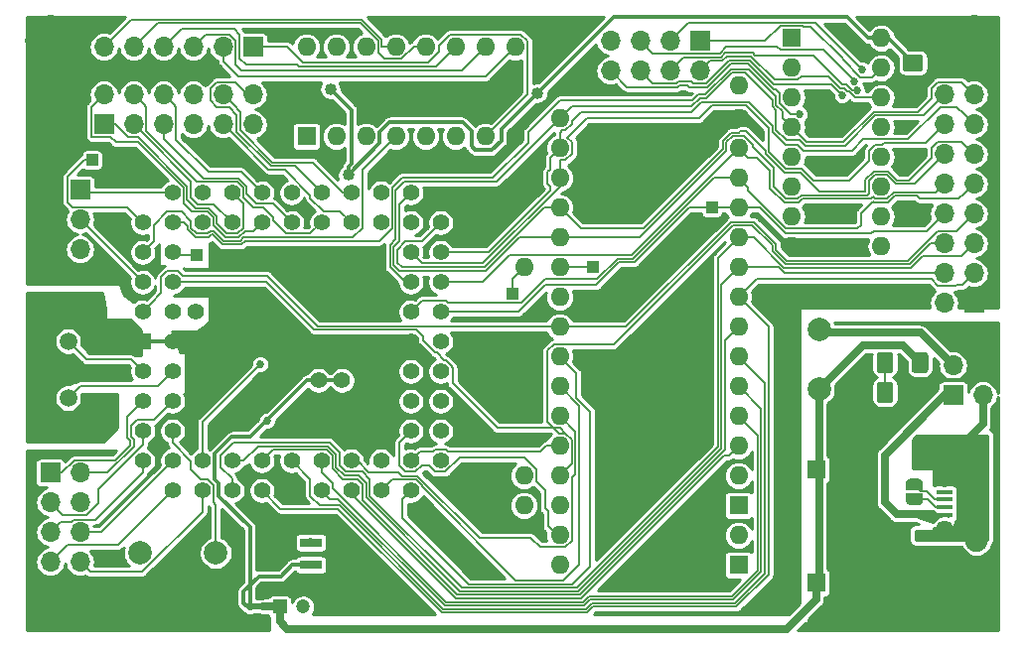
<source format=gbr>
%TF.GenerationSoftware,KiCad,Pcbnew,5.0.0-fee4fd1~66~ubuntu18.04.1*%
%TF.CreationDate,2018-09-09T22:09:21+02:00*%
%TF.ProjectId,z180,7A3138302E6B696361645F7063620000,0.1*%
%TF.SameCoordinates,Original*%
%TF.FileFunction,Copper,L1,Top,Signal*%
%TF.FilePolarity,Positive*%
%FSLAX46Y46*%
G04 Gerber Fmt 4.6, Leading zero omitted, Abs format (unit mm)*
G04 Created by KiCad (PCBNEW 5.0.0-fee4fd1~66~ubuntu18.04.1) date Sun Sep  9 22:09:21 2018*
%MOMM*%
%LPD*%
G01*
G04 APERTURE LIST*
%ADD10C,0.100000*%
%ADD11C,0.500000*%
%ADD12R,1.900000X1.500000*%
%ADD13C,1.450000*%
%ADD14R,1.350000X0.400000*%
%ADD15O,1.900000X1.900000*%
%ADD16R,1.900000X1.200000*%
%ADD17O,1.700000X1.700000*%
%ADD18R,1.700000X1.700000*%
%ADD19C,1.422400*%
%ADD20R,1.422400X1.422400*%
%ADD21O,1.600000X1.600000*%
%ADD22R,1.600000X1.600000*%
%ADD23C,0.700000*%
%ADD24C,4.400000*%
%ADD25C,2.000000*%
%ADD26C,1.600000*%
%ADD27C,1.425000*%
%ADD28C,1.200000*%
%ADD29R,1.200000X1.200000*%
%ADD30C,1.400000*%
%ADD31R,1.000000X1.000000*%
%ADD32R,1.900000X0.800000*%
%ADD33C,1.500000*%
%ADD34C,1.016000*%
%ADD35C,0.685800*%
%ADD36C,0.152400*%
%ADD37C,0.304800*%
%ADD38C,0.635000*%
%ADD39C,0.254000*%
G04 APERTURE END LIST*
D10*
G36*
X59936000Y-68830000D02*
X58936000Y-68830000D01*
X58936000Y-68330000D01*
X59936000Y-68330000D01*
X59936000Y-68830000D01*
G37*
D11*
X115316000Y-59436000D03*
D10*
G36*
X116065398Y-59436000D02*
X116065398Y-59460534D01*
X116060588Y-59509365D01*
X116051016Y-59557490D01*
X116036772Y-59604445D01*
X116017995Y-59649778D01*
X115994864Y-59693051D01*
X115967604Y-59733850D01*
X115936476Y-59771779D01*
X115901779Y-59806476D01*
X115863850Y-59837604D01*
X115823051Y-59864864D01*
X115779778Y-59887995D01*
X115734445Y-59906772D01*
X115687490Y-59921016D01*
X115639365Y-59930588D01*
X115590534Y-59935398D01*
X115566000Y-59935398D01*
X115566000Y-59936000D01*
X115066000Y-59936000D01*
X115066000Y-59935398D01*
X115041466Y-59935398D01*
X114992635Y-59930588D01*
X114944510Y-59921016D01*
X114897555Y-59906772D01*
X114852222Y-59887995D01*
X114808949Y-59864864D01*
X114768150Y-59837604D01*
X114730221Y-59806476D01*
X114695524Y-59771779D01*
X114664396Y-59733850D01*
X114637136Y-59693051D01*
X114614005Y-59649778D01*
X114595228Y-59604445D01*
X114580984Y-59557490D01*
X114571412Y-59509365D01*
X114566602Y-59460534D01*
X114566602Y-59436000D01*
X114566000Y-59436000D01*
X114566000Y-58936000D01*
X116066000Y-58936000D01*
X116066000Y-59436000D01*
X116065398Y-59436000D01*
X116065398Y-59436000D01*
G37*
D11*
X115316000Y-58136000D03*
D10*
G36*
X114566000Y-58636000D02*
X114566000Y-58136000D01*
X114566602Y-58136000D01*
X114566602Y-58111466D01*
X114571412Y-58062635D01*
X114580984Y-58014510D01*
X114595228Y-57967555D01*
X114614005Y-57922222D01*
X114637136Y-57878949D01*
X114664396Y-57838150D01*
X114695524Y-57800221D01*
X114730221Y-57765524D01*
X114768150Y-57734396D01*
X114808949Y-57707136D01*
X114852222Y-57684005D01*
X114897555Y-57665228D01*
X114944510Y-57650984D01*
X114992635Y-57641412D01*
X115041466Y-57636602D01*
X115066000Y-57636602D01*
X115066000Y-57636000D01*
X115566000Y-57636000D01*
X115566000Y-57636602D01*
X115590534Y-57636602D01*
X115639365Y-57641412D01*
X115687490Y-57650984D01*
X115734445Y-57665228D01*
X115779778Y-57684005D01*
X115823051Y-57707136D01*
X115863850Y-57734396D01*
X115901779Y-57765524D01*
X115936476Y-57800221D01*
X115967604Y-57838150D01*
X115994864Y-57878949D01*
X116017995Y-57922222D01*
X116036772Y-57967555D01*
X116051016Y-58014510D01*
X116060588Y-58062635D01*
X116065398Y-58111466D01*
X116065398Y-58136000D01*
X116066000Y-58136000D01*
X116066000Y-58636000D01*
X114566000Y-58636000D01*
X114566000Y-58636000D01*
G37*
D12*
X120617500Y-58436000D03*
D13*
X117917500Y-61936000D03*
D14*
X117917500Y-60086000D03*
X117917500Y-60736000D03*
X117917500Y-58136000D03*
X117917500Y-58786000D03*
X117917500Y-59436000D03*
D13*
X117917500Y-56936000D03*
D12*
X120617500Y-60436000D03*
D15*
X120617500Y-62936000D03*
X120617500Y-55936000D03*
D16*
X120617500Y-56536000D03*
X120617500Y-62336000D03*
D17*
X44196000Y-64770000D03*
X41656000Y-64770000D03*
X44196000Y-62230000D03*
X41656000Y-62230000D03*
X44196000Y-59690000D03*
X41656000Y-59690000D03*
X44196000Y-57150000D03*
D18*
X41656000Y-57150000D03*
D17*
X44196000Y-38100000D03*
X44196000Y-35560000D03*
D18*
X44196000Y-33020000D03*
D17*
X117856000Y-24892000D03*
X120396000Y-24892000D03*
X117856000Y-27432000D03*
X120396000Y-27432000D03*
X117856000Y-29972000D03*
X120396000Y-29972000D03*
X117856000Y-32512000D03*
X120396000Y-32512000D03*
X117856000Y-35052000D03*
X120396000Y-35052000D03*
X117856000Y-37592000D03*
X120396000Y-37592000D03*
X117856000Y-40132000D03*
X120396000Y-40132000D03*
X117856000Y-42672000D03*
D18*
X120396000Y-42672000D03*
D17*
X46228000Y-20828000D03*
X48768000Y-20828000D03*
X51308000Y-20828000D03*
X53848000Y-20828000D03*
X56388000Y-20828000D03*
D18*
X58928000Y-20828000D03*
D19*
X52070000Y-33274000D03*
X54610000Y-33274000D03*
X57150000Y-33274000D03*
X59690000Y-33274000D03*
X62230000Y-33274000D03*
X64770000Y-33274000D03*
X67310000Y-33274000D03*
X69850000Y-33274000D03*
X49530000Y-35814000D03*
X54610000Y-35814000D03*
X57150000Y-35814000D03*
X59690000Y-35814000D03*
X62230000Y-35814000D03*
X64770000Y-35814000D03*
X67310000Y-35814000D03*
X69850000Y-35814000D03*
X72390000Y-35814000D03*
X74930000Y-35814000D03*
X74930000Y-38354000D03*
X74930000Y-40894000D03*
X74930000Y-43434000D03*
X74930000Y-45974000D03*
X74930000Y-48514000D03*
X74930000Y-51054000D03*
X74930000Y-53594000D03*
X74930000Y-56134000D03*
X72390000Y-33274000D03*
X72390000Y-38354000D03*
X72390000Y-40894000D03*
X72390000Y-43434000D03*
X72390000Y-45974000D03*
X72390000Y-48514000D03*
X72390000Y-51054000D03*
X72390000Y-53594000D03*
X72390000Y-56134000D03*
X72390000Y-58674000D03*
X69850000Y-58674000D03*
X67310000Y-58674000D03*
X64770000Y-58674000D03*
X62230000Y-58674000D03*
X59690000Y-58674000D03*
X57150000Y-58674000D03*
X54610000Y-58674000D03*
X52070000Y-58674000D03*
X69850000Y-56134000D03*
X67310000Y-56134000D03*
X64770000Y-56134000D03*
X62230000Y-56134000D03*
X59690000Y-56134000D03*
X57150000Y-56134000D03*
X54610000Y-56134000D03*
X52070000Y-56134000D03*
X49530000Y-38354000D03*
X49530000Y-40894000D03*
X49530000Y-43434000D03*
X49530000Y-56134000D03*
X49530000Y-53594000D03*
X49530000Y-51054000D03*
X49530000Y-48514000D03*
D20*
X49530000Y-45974000D03*
D19*
X52070000Y-35814000D03*
X52070000Y-38354000D03*
X52070000Y-40894000D03*
X52070000Y-43434000D03*
X52070000Y-53594000D03*
X52070000Y-51054000D03*
X52070000Y-48514000D03*
X52070000Y-45974000D03*
D17*
X89408000Y-22860000D03*
X89408000Y-20320000D03*
X91948000Y-22860000D03*
X91948000Y-20320000D03*
X94488000Y-22860000D03*
X94488000Y-20320000D03*
X97028000Y-22860000D03*
D18*
X97028000Y-20320000D03*
D21*
X85090000Y-65024000D03*
X100330000Y-26924000D03*
X85090000Y-62484000D03*
X100330000Y-29464000D03*
X85090000Y-59944000D03*
X100330000Y-32004000D03*
X85090000Y-57404000D03*
X100330000Y-34544000D03*
X85090000Y-54864000D03*
X100330000Y-37084000D03*
X85090000Y-52324000D03*
X100330000Y-39624000D03*
X85090000Y-49784000D03*
X100330000Y-42164000D03*
X85090000Y-47244000D03*
X100330000Y-44704000D03*
X85090000Y-44704000D03*
X100330000Y-47244000D03*
X85090000Y-42164000D03*
X100330000Y-49784000D03*
X85090000Y-39624000D03*
X100330000Y-52324000D03*
X85090000Y-37084000D03*
X100330000Y-54864000D03*
X85090000Y-34544000D03*
X100330000Y-57404000D03*
X85090000Y-32004000D03*
X100330000Y-59944000D03*
X85090000Y-29464000D03*
X100330000Y-62484000D03*
X85090000Y-26924000D03*
D22*
X100330000Y-65024000D03*
D21*
X63500000Y-20828000D03*
X81280000Y-28448000D03*
X66040000Y-20828000D03*
X78740000Y-28448000D03*
X68580000Y-20828000D03*
X76200000Y-28448000D03*
X71120000Y-20828000D03*
X73660000Y-28448000D03*
X73660000Y-20828000D03*
X71120000Y-28448000D03*
X76200000Y-20828000D03*
X68580000Y-28448000D03*
X78740000Y-20828000D03*
X66040000Y-28448000D03*
X81280000Y-20828000D03*
D22*
X63500000Y-28448000D03*
D23*
X121562726Y-19153274D03*
X120396000Y-18670000D03*
X119229274Y-19153274D03*
X118746000Y-20320000D03*
X119229274Y-21486726D03*
X120396000Y-21970000D03*
X121562726Y-21486726D03*
X122046000Y-20320000D03*
D24*
X120396000Y-20320000D03*
D23*
X42822726Y-19153274D03*
X41656000Y-18670000D03*
X40489274Y-19153274D03*
X40006000Y-20320000D03*
X40489274Y-21486726D03*
X41656000Y-21970000D03*
X42822726Y-21486726D03*
X43306000Y-20320000D03*
D24*
X41656000Y-20320000D03*
D25*
X107198000Y-44958000D03*
X107188000Y-50038000D03*
D11*
X58936000Y-68580000D03*
X59936000Y-68580000D03*
D26*
X109434000Y-66548000D03*
D22*
X106934000Y-66548000D03*
D21*
X82042000Y-59944000D03*
X100330000Y-24130000D03*
X82042000Y-57404000D03*
X100330000Y-29464000D03*
X85090000Y-54864000D03*
X100330000Y-32004000D03*
X85090000Y-52324000D03*
X100330000Y-34544000D03*
X85090000Y-49784000D03*
X100330000Y-37084000D03*
X85090000Y-47244000D03*
X100330000Y-39624000D03*
X85090000Y-44704000D03*
X100330000Y-42164000D03*
X85090000Y-42164000D03*
X100330000Y-44704000D03*
X82042000Y-39624000D03*
X100330000Y-47244000D03*
X85090000Y-37084000D03*
X100330000Y-49784000D03*
X85090000Y-34544000D03*
X100330000Y-52324000D03*
X85090000Y-32004000D03*
X100330000Y-54864000D03*
X85090000Y-29464000D03*
X100330000Y-57404000D03*
X85090000Y-26924000D03*
D22*
X100330000Y-59944000D03*
D23*
X121562726Y-67413274D03*
X120396000Y-66930000D03*
X119229274Y-67413274D03*
X118746000Y-68580000D03*
X119229274Y-69746726D03*
X120396000Y-70230000D03*
X121562726Y-69746726D03*
X122046000Y-68580000D03*
D24*
X120396000Y-68580000D03*
D10*
G36*
X115838504Y-18502204D02*
X115862773Y-18505804D01*
X115886571Y-18511765D01*
X115909671Y-18520030D01*
X115931849Y-18530520D01*
X115952893Y-18543133D01*
X115972598Y-18557747D01*
X115990777Y-18574223D01*
X116007253Y-18592402D01*
X116021867Y-18612107D01*
X116034480Y-18633151D01*
X116044970Y-18655329D01*
X116053235Y-18678429D01*
X116059196Y-18702227D01*
X116062796Y-18726496D01*
X116064000Y-18751000D01*
X116064000Y-19676000D01*
X116062796Y-19700504D01*
X116059196Y-19724773D01*
X116053235Y-19748571D01*
X116044970Y-19771671D01*
X116034480Y-19793849D01*
X116021867Y-19814893D01*
X116007253Y-19834598D01*
X115990777Y-19852777D01*
X115972598Y-19869253D01*
X115952893Y-19883867D01*
X115931849Y-19896480D01*
X115909671Y-19906970D01*
X115886571Y-19915235D01*
X115862773Y-19921196D01*
X115838504Y-19924796D01*
X115814000Y-19926000D01*
X114564000Y-19926000D01*
X114539496Y-19924796D01*
X114515227Y-19921196D01*
X114491429Y-19915235D01*
X114468329Y-19906970D01*
X114446151Y-19896480D01*
X114425107Y-19883867D01*
X114405402Y-19869253D01*
X114387223Y-19852777D01*
X114370747Y-19834598D01*
X114356133Y-19814893D01*
X114343520Y-19793849D01*
X114333030Y-19771671D01*
X114324765Y-19748571D01*
X114318804Y-19724773D01*
X114315204Y-19700504D01*
X114314000Y-19676000D01*
X114314000Y-18751000D01*
X114315204Y-18726496D01*
X114318804Y-18702227D01*
X114324765Y-18678429D01*
X114333030Y-18655329D01*
X114343520Y-18633151D01*
X114356133Y-18612107D01*
X114370747Y-18592402D01*
X114387223Y-18574223D01*
X114405402Y-18557747D01*
X114425107Y-18543133D01*
X114446151Y-18530520D01*
X114468329Y-18520030D01*
X114491429Y-18511765D01*
X114515227Y-18505804D01*
X114539496Y-18502204D01*
X114564000Y-18501000D01*
X115814000Y-18501000D01*
X115838504Y-18502204D01*
X115838504Y-18502204D01*
G37*
D27*
X115189000Y-19213500D03*
D10*
G36*
X115838504Y-21477204D02*
X115862773Y-21480804D01*
X115886571Y-21486765D01*
X115909671Y-21495030D01*
X115931849Y-21505520D01*
X115952893Y-21518133D01*
X115972598Y-21532747D01*
X115990777Y-21549223D01*
X116007253Y-21567402D01*
X116021867Y-21587107D01*
X116034480Y-21608151D01*
X116044970Y-21630329D01*
X116053235Y-21653429D01*
X116059196Y-21677227D01*
X116062796Y-21701496D01*
X116064000Y-21726000D01*
X116064000Y-22651000D01*
X116062796Y-22675504D01*
X116059196Y-22699773D01*
X116053235Y-22723571D01*
X116044970Y-22746671D01*
X116034480Y-22768849D01*
X116021867Y-22789893D01*
X116007253Y-22809598D01*
X115990777Y-22827777D01*
X115972598Y-22844253D01*
X115952893Y-22858867D01*
X115931849Y-22871480D01*
X115909671Y-22881970D01*
X115886571Y-22890235D01*
X115862773Y-22896196D01*
X115838504Y-22899796D01*
X115814000Y-22901000D01*
X114564000Y-22901000D01*
X114539496Y-22899796D01*
X114515227Y-22896196D01*
X114491429Y-22890235D01*
X114468329Y-22881970D01*
X114446151Y-22871480D01*
X114425107Y-22858867D01*
X114405402Y-22844253D01*
X114387223Y-22827777D01*
X114370747Y-22809598D01*
X114356133Y-22789893D01*
X114343520Y-22768849D01*
X114333030Y-22746671D01*
X114324765Y-22723571D01*
X114318804Y-22699773D01*
X114315204Y-22675504D01*
X114314000Y-22651000D01*
X114314000Y-21726000D01*
X114315204Y-21701496D01*
X114318804Y-21677227D01*
X114324765Y-21653429D01*
X114333030Y-21630329D01*
X114343520Y-21608151D01*
X114356133Y-21587107D01*
X114370747Y-21567402D01*
X114387223Y-21549223D01*
X114405402Y-21532747D01*
X114425107Y-21518133D01*
X114446151Y-21505520D01*
X114468329Y-21495030D01*
X114491429Y-21486765D01*
X114515227Y-21480804D01*
X114539496Y-21477204D01*
X114564000Y-21476000D01*
X115814000Y-21476000D01*
X115838504Y-21477204D01*
X115838504Y-21477204D01*
G37*
D27*
X115189000Y-22188500D03*
D21*
X112485500Y-20066000D03*
X104865500Y-37846000D03*
X112485500Y-22606000D03*
X104865500Y-35306000D03*
X112485500Y-25146000D03*
X104865500Y-32766000D03*
X112485500Y-27686000D03*
X104865500Y-30226000D03*
X112485500Y-30226000D03*
X104865500Y-27686000D03*
X112485500Y-32766000D03*
X104865500Y-25146000D03*
X112485500Y-35306000D03*
X104865500Y-22606000D03*
X112485500Y-37846000D03*
D22*
X104865500Y-20066000D03*
D28*
X63214000Y-68580000D03*
D29*
X61214000Y-68580000D03*
D26*
X109434000Y-56896000D03*
D22*
X106934000Y-56896000D03*
D17*
X58928000Y-24892000D03*
X58928000Y-27432000D03*
X56388000Y-24892000D03*
X56388000Y-27432000D03*
X53848000Y-24892000D03*
X53848000Y-27432000D03*
X51308000Y-24892000D03*
X51308000Y-27432000D03*
X48768000Y-24892000D03*
X48768000Y-27432000D03*
X46228000Y-24892000D03*
D18*
X46228000Y-27432000D03*
D30*
X54070000Y-43434000D03*
X52070000Y-43434000D03*
X66516000Y-49276000D03*
X64516000Y-49276000D03*
X56102000Y-48260000D03*
X54102000Y-48260000D03*
D31*
X87884000Y-39624000D03*
X98044000Y-34544000D03*
X81026000Y-41910000D03*
X54102000Y-38608000D03*
X45212000Y-30480000D03*
D25*
X55776000Y-64008000D03*
X55776000Y-68508000D03*
X49276000Y-64008000D03*
X49276000Y-68508000D03*
D10*
G36*
X116274504Y-46878204D02*
X116298773Y-46881804D01*
X116322571Y-46887765D01*
X116345671Y-46896030D01*
X116367849Y-46906520D01*
X116388893Y-46919133D01*
X116408598Y-46933747D01*
X116426777Y-46950223D01*
X116443253Y-46968402D01*
X116457867Y-46988107D01*
X116470480Y-47009151D01*
X116480970Y-47031329D01*
X116489235Y-47054429D01*
X116495196Y-47078227D01*
X116498796Y-47102496D01*
X116500000Y-47127000D01*
X116500000Y-48377000D01*
X116498796Y-48401504D01*
X116495196Y-48425773D01*
X116489235Y-48449571D01*
X116480970Y-48472671D01*
X116470480Y-48494849D01*
X116457867Y-48515893D01*
X116443253Y-48535598D01*
X116426777Y-48553777D01*
X116408598Y-48570253D01*
X116388893Y-48584867D01*
X116367849Y-48597480D01*
X116345671Y-48607970D01*
X116322571Y-48616235D01*
X116298773Y-48622196D01*
X116274504Y-48625796D01*
X116250000Y-48627000D01*
X115325000Y-48627000D01*
X115300496Y-48625796D01*
X115276227Y-48622196D01*
X115252429Y-48616235D01*
X115229329Y-48607970D01*
X115207151Y-48597480D01*
X115186107Y-48584867D01*
X115166402Y-48570253D01*
X115148223Y-48553777D01*
X115131747Y-48535598D01*
X115117133Y-48515893D01*
X115104520Y-48494849D01*
X115094030Y-48472671D01*
X115085765Y-48449571D01*
X115079804Y-48425773D01*
X115076204Y-48401504D01*
X115075000Y-48377000D01*
X115075000Y-47127000D01*
X115076204Y-47102496D01*
X115079804Y-47078227D01*
X115085765Y-47054429D01*
X115094030Y-47031329D01*
X115104520Y-47009151D01*
X115117133Y-46988107D01*
X115131747Y-46968402D01*
X115148223Y-46950223D01*
X115166402Y-46933747D01*
X115186107Y-46919133D01*
X115207151Y-46906520D01*
X115229329Y-46896030D01*
X115252429Y-46887765D01*
X115276227Y-46881804D01*
X115300496Y-46878204D01*
X115325000Y-46877000D01*
X116250000Y-46877000D01*
X116274504Y-46878204D01*
X116274504Y-46878204D01*
G37*
D27*
X115787500Y-47752000D03*
D10*
G36*
X113299504Y-46878204D02*
X113323773Y-46881804D01*
X113347571Y-46887765D01*
X113370671Y-46896030D01*
X113392849Y-46906520D01*
X113413893Y-46919133D01*
X113433598Y-46933747D01*
X113451777Y-46950223D01*
X113468253Y-46968402D01*
X113482867Y-46988107D01*
X113495480Y-47009151D01*
X113505970Y-47031329D01*
X113514235Y-47054429D01*
X113520196Y-47078227D01*
X113523796Y-47102496D01*
X113525000Y-47127000D01*
X113525000Y-48377000D01*
X113523796Y-48401504D01*
X113520196Y-48425773D01*
X113514235Y-48449571D01*
X113505970Y-48472671D01*
X113495480Y-48494849D01*
X113482867Y-48515893D01*
X113468253Y-48535598D01*
X113451777Y-48553777D01*
X113433598Y-48570253D01*
X113413893Y-48584867D01*
X113392849Y-48597480D01*
X113370671Y-48607970D01*
X113347571Y-48616235D01*
X113323773Y-48622196D01*
X113299504Y-48625796D01*
X113275000Y-48627000D01*
X112350000Y-48627000D01*
X112325496Y-48625796D01*
X112301227Y-48622196D01*
X112277429Y-48616235D01*
X112254329Y-48607970D01*
X112232151Y-48597480D01*
X112211107Y-48584867D01*
X112191402Y-48570253D01*
X112173223Y-48553777D01*
X112156747Y-48535598D01*
X112142133Y-48515893D01*
X112129520Y-48494849D01*
X112119030Y-48472671D01*
X112110765Y-48449571D01*
X112104804Y-48425773D01*
X112101204Y-48401504D01*
X112100000Y-48377000D01*
X112100000Y-47127000D01*
X112101204Y-47102496D01*
X112104804Y-47078227D01*
X112110765Y-47054429D01*
X112119030Y-47031329D01*
X112129520Y-47009151D01*
X112142133Y-46988107D01*
X112156747Y-46968402D01*
X112173223Y-46950223D01*
X112191402Y-46933747D01*
X112211107Y-46919133D01*
X112232151Y-46906520D01*
X112254329Y-46896030D01*
X112277429Y-46887765D01*
X112301227Y-46881804D01*
X112325496Y-46878204D01*
X112350000Y-46877000D01*
X113275000Y-46877000D01*
X113299504Y-46878204D01*
X113299504Y-46878204D01*
G37*
D27*
X112812500Y-47752000D03*
D32*
X66883410Y-64067691D03*
X63883410Y-65017691D03*
X63883410Y-63117691D03*
D10*
G36*
X116274504Y-49418204D02*
X116298773Y-49421804D01*
X116322571Y-49427765D01*
X116345671Y-49436030D01*
X116367849Y-49446520D01*
X116388893Y-49459133D01*
X116408598Y-49473747D01*
X116426777Y-49490223D01*
X116443253Y-49508402D01*
X116457867Y-49528107D01*
X116470480Y-49549151D01*
X116480970Y-49571329D01*
X116489235Y-49594429D01*
X116495196Y-49618227D01*
X116498796Y-49642496D01*
X116500000Y-49667000D01*
X116500000Y-50917000D01*
X116498796Y-50941504D01*
X116495196Y-50965773D01*
X116489235Y-50989571D01*
X116480970Y-51012671D01*
X116470480Y-51034849D01*
X116457867Y-51055893D01*
X116443253Y-51075598D01*
X116426777Y-51093777D01*
X116408598Y-51110253D01*
X116388893Y-51124867D01*
X116367849Y-51137480D01*
X116345671Y-51147970D01*
X116322571Y-51156235D01*
X116298773Y-51162196D01*
X116274504Y-51165796D01*
X116250000Y-51167000D01*
X115325000Y-51167000D01*
X115300496Y-51165796D01*
X115276227Y-51162196D01*
X115252429Y-51156235D01*
X115229329Y-51147970D01*
X115207151Y-51137480D01*
X115186107Y-51124867D01*
X115166402Y-51110253D01*
X115148223Y-51093777D01*
X115131747Y-51075598D01*
X115117133Y-51055893D01*
X115104520Y-51034849D01*
X115094030Y-51012671D01*
X115085765Y-50989571D01*
X115079804Y-50965773D01*
X115076204Y-50941504D01*
X115075000Y-50917000D01*
X115075000Y-49667000D01*
X115076204Y-49642496D01*
X115079804Y-49618227D01*
X115085765Y-49594429D01*
X115094030Y-49571329D01*
X115104520Y-49549151D01*
X115117133Y-49528107D01*
X115131747Y-49508402D01*
X115148223Y-49490223D01*
X115166402Y-49473747D01*
X115186107Y-49459133D01*
X115207151Y-49446520D01*
X115229329Y-49436030D01*
X115252429Y-49427765D01*
X115276227Y-49421804D01*
X115300496Y-49418204D01*
X115325000Y-49417000D01*
X116250000Y-49417000D01*
X116274504Y-49418204D01*
X116274504Y-49418204D01*
G37*
D27*
X115787500Y-50292000D03*
D10*
G36*
X113299504Y-49418204D02*
X113323773Y-49421804D01*
X113347571Y-49427765D01*
X113370671Y-49436030D01*
X113392849Y-49446520D01*
X113413893Y-49459133D01*
X113433598Y-49473747D01*
X113451777Y-49490223D01*
X113468253Y-49508402D01*
X113482867Y-49528107D01*
X113495480Y-49549151D01*
X113505970Y-49571329D01*
X113514235Y-49594429D01*
X113520196Y-49618227D01*
X113523796Y-49642496D01*
X113525000Y-49667000D01*
X113525000Y-50917000D01*
X113523796Y-50941504D01*
X113520196Y-50965773D01*
X113514235Y-50989571D01*
X113505970Y-51012671D01*
X113495480Y-51034849D01*
X113482867Y-51055893D01*
X113468253Y-51075598D01*
X113451777Y-51093777D01*
X113433598Y-51110253D01*
X113413893Y-51124867D01*
X113392849Y-51137480D01*
X113370671Y-51147970D01*
X113347571Y-51156235D01*
X113323773Y-51162196D01*
X113299504Y-51165796D01*
X113275000Y-51167000D01*
X112350000Y-51167000D01*
X112325496Y-51165796D01*
X112301227Y-51162196D01*
X112277429Y-51156235D01*
X112254329Y-51147970D01*
X112232151Y-51137480D01*
X112211107Y-51124867D01*
X112191402Y-51110253D01*
X112173223Y-51093777D01*
X112156747Y-51075598D01*
X112142133Y-51055893D01*
X112129520Y-51034849D01*
X112119030Y-51012671D01*
X112110765Y-50989571D01*
X112104804Y-50965773D01*
X112101204Y-50941504D01*
X112100000Y-50917000D01*
X112100000Y-49667000D01*
X112101204Y-49642496D01*
X112104804Y-49618227D01*
X112110765Y-49594429D01*
X112119030Y-49571329D01*
X112129520Y-49549151D01*
X112142133Y-49528107D01*
X112156747Y-49508402D01*
X112173223Y-49490223D01*
X112191402Y-49473747D01*
X112211107Y-49459133D01*
X112232151Y-49446520D01*
X112254329Y-49436030D01*
X112277429Y-49427765D01*
X112301227Y-49421804D01*
X112325496Y-49418204D01*
X112350000Y-49417000D01*
X113275000Y-49417000D01*
X113299504Y-49418204D01*
X113299504Y-49418204D01*
G37*
D27*
X112812500Y-50292000D03*
D17*
X121158000Y-48006000D03*
X121158000Y-50546000D03*
X118618000Y-48006000D03*
D18*
X118618000Y-50546000D03*
D33*
X43180000Y-45920000D03*
X43180000Y-50800000D03*
D34*
X66802000Y-46482000D03*
X66194363Y-68431527D03*
D35*
X94742000Y-48641000D03*
X92583000Y-57531000D03*
X97282000Y-63119000D03*
X104013000Y-52324000D03*
X78740000Y-65532000D03*
X81026000Y-61976000D03*
X80772000Y-54356000D03*
X68326000Y-42418000D03*
X47752000Y-36322000D03*
X57150000Y-30734000D03*
X48768000Y-30988000D03*
X67564000Y-24384000D03*
X65278000Y-26416000D03*
X84582000Y-19558000D03*
X64770000Y-20066000D03*
X81534000Y-32766000D03*
X92964000Y-39370000D03*
X40386000Y-55880000D03*
D34*
X46736000Y-64770000D03*
X59436000Y-69850000D03*
X69596000Y-68431527D03*
X69088000Y-65278000D03*
D35*
X80518000Y-46482000D03*
X80518000Y-49784000D03*
X114300000Y-35052000D03*
X107696000Y-35052000D03*
X106934000Y-31242000D03*
X106934000Y-27178000D03*
X114554000Y-30480000D03*
X114300000Y-27940000D03*
X58674000Y-68580000D03*
D34*
X65532000Y-24420500D03*
X67056002Y-31750000D03*
X83185000Y-24765000D03*
D35*
X60134500Y-52705000D03*
X59548622Y-47893358D03*
X63859418Y-63051691D03*
X109149594Y-24962397D03*
X110160956Y-23721763D03*
X110417870Y-24519631D03*
X110844253Y-22750999D03*
X105559867Y-26588551D03*
D36*
X120396000Y-37592000D02*
X120396000Y-38100000D01*
X100330000Y-37084000D02*
X101606260Y-37084000D01*
X116043201Y-38670601D02*
X119317399Y-38670601D01*
X119317399Y-38670601D02*
X119546001Y-38441999D01*
X115050785Y-39663017D02*
X116043201Y-38670601D01*
X119546001Y-38441999D02*
X120396000Y-37592000D01*
X104185277Y-39663017D02*
X115050785Y-39663017D01*
X101606260Y-37084000D02*
X104185277Y-39663017D01*
X76739417Y-66954323D02*
X68910199Y-59125105D01*
X57308514Y-54584580D02*
X56210199Y-55682895D01*
X57150000Y-57668212D02*
X57150000Y-58674000D01*
X98552000Y-38862000D02*
X98552000Y-54937860D01*
X68910199Y-57734199D02*
X68249800Y-57073800D01*
X100330000Y-37084000D02*
X98552000Y-38862000D01*
X98552000Y-54937860D02*
X86535537Y-66954323D01*
X66858895Y-57073800D02*
X66319423Y-56534328D01*
X86535537Y-66954323D02*
X76739417Y-66954323D01*
X68249800Y-57073800D02*
X66858895Y-57073800D01*
X66319423Y-56534328D02*
X66319423Y-55430383D01*
X56210199Y-55682895D02*
X56210199Y-56728411D01*
X66319423Y-55430383D02*
X65473620Y-54584580D01*
X68910199Y-59125105D02*
X68910199Y-57734199D01*
X65473620Y-54584580D02*
X57308514Y-54584580D01*
X56210199Y-56728411D02*
X57150000Y-57668212D01*
X49530000Y-40894000D02*
X44196000Y-35560000D01*
X55289717Y-36525189D02*
X55061105Y-36753801D01*
X52831266Y-34874199D02*
X51618895Y-34874199D01*
X55061105Y-36753801D02*
X54158895Y-36753801D01*
X58133039Y-37084000D02*
X57853617Y-37363422D01*
X68249801Y-36265105D02*
X67430906Y-37084000D01*
X53670199Y-36265105D02*
X53670199Y-35713132D01*
X53670199Y-35713132D02*
X52831266Y-34874199D01*
X67430906Y-37084000D02*
X58133039Y-37084000D01*
X50469801Y-37414199D02*
X50241199Y-37642801D01*
X68249801Y-31318199D02*
X68249801Y-36265105D01*
X55608150Y-36525189D02*
X55289717Y-36525189D01*
X71120000Y-28448000D02*
X68249801Y-31318199D01*
X50241199Y-37642801D02*
X49530000Y-38354000D01*
X56446382Y-37363421D02*
X55608150Y-36525189D01*
X57853617Y-37363422D02*
X56446382Y-37363421D01*
X51618895Y-34874199D02*
X50469801Y-36023293D01*
X54158895Y-36753801D02*
X53670199Y-36265105D01*
X50469801Y-36023293D02*
X50469801Y-37414199D01*
X104223194Y-40132000D02*
X117856000Y-40132000D01*
X103715194Y-39624000D02*
X104223194Y-40132000D01*
X100330000Y-39624000D02*
X103715194Y-39624000D01*
X100330000Y-39624000D02*
X98856811Y-41097189D01*
X76613161Y-67259134D02*
X68605388Y-59251361D01*
X68605388Y-59251361D02*
X68605388Y-58014321D01*
X59400399Y-54889389D02*
X58155788Y-56134000D01*
X66732639Y-57378611D02*
X66014612Y-56660584D01*
X68605388Y-58014321D02*
X67969677Y-57378611D01*
X58155788Y-56134000D02*
X57150000Y-56134000D01*
X65347362Y-54889389D02*
X59400399Y-54889389D01*
X66014612Y-55556639D02*
X65347362Y-54889389D01*
X66014612Y-56660584D02*
X66014612Y-55556639D01*
X67969677Y-57378611D02*
X66732639Y-57378611D01*
X86661792Y-67259134D02*
X76613161Y-67259134D01*
X98856811Y-41097189D02*
X98856811Y-55064115D01*
X98856811Y-55064115D02*
X86661792Y-67259134D01*
X109262103Y-28956000D02*
X106135500Y-28956000D01*
X111865515Y-26352588D02*
X109262103Y-28956000D01*
X119317399Y-23813399D02*
X117338271Y-23813399D01*
X120396000Y-24892000D02*
X119317399Y-23813399D01*
X117338271Y-23813399D02*
X116777399Y-24374271D01*
X106135500Y-28956000D02*
X104865500Y-27686000D01*
X115633412Y-26352588D02*
X111865515Y-26352588D01*
X116777399Y-24374271D02*
X116777399Y-25208601D01*
X116777399Y-25208601D02*
X115633412Y-26352588D01*
X96419867Y-25400000D02*
X85091670Y-25400000D01*
X82384801Y-28106869D02*
X82384801Y-28978305D01*
X104865500Y-27686000D02*
X104065501Y-26886001D01*
X103532088Y-25069286D02*
X101183190Y-22720388D01*
X101183190Y-22720388D02*
X99673439Y-22720388D01*
X53075788Y-35814000D02*
X52070000Y-35814000D01*
X97489060Y-24904767D02*
X96915099Y-24904767D01*
X55415972Y-36830000D02*
X55187361Y-37058612D01*
X96915099Y-24904767D02*
X96419867Y-25400000D01*
X55187361Y-37058612D02*
X54032639Y-37058612D01*
X104065501Y-26299397D02*
X103532088Y-25765984D01*
X79359106Y-32004000D02*
X71628000Y-32004000D01*
X56320125Y-37668230D02*
X55481895Y-36830000D01*
X54032639Y-37058612D02*
X53365388Y-36391361D01*
X67582550Y-37363423D02*
X67557162Y-37388811D01*
X53365388Y-36103600D02*
X53075788Y-35814000D01*
X99673439Y-22720388D02*
X97489060Y-24904767D01*
X55481895Y-36830000D02*
X55415972Y-36830000D01*
X67557162Y-37388811D02*
X58259295Y-37388810D01*
X57979872Y-37668232D02*
X56320125Y-37668230D01*
X69691483Y-37363423D02*
X67582550Y-37363423D01*
X70789801Y-36265105D02*
X69691483Y-37363423D01*
X70789801Y-32842199D02*
X70789801Y-36265105D01*
X71628000Y-32004000D02*
X70789801Y-32842199D01*
X82384801Y-28978305D02*
X79359106Y-32004000D01*
X103532088Y-25765984D02*
X103532088Y-25069286D01*
X104065501Y-26886001D02*
X104065501Y-26299397D01*
X85091670Y-25400000D02*
X82384801Y-28106869D01*
X58259295Y-37388810D02*
X57979872Y-37668232D01*
X53365388Y-36391361D02*
X53365388Y-36103600D01*
X99161622Y-55190372D02*
X86788049Y-67563945D01*
X99161622Y-45872378D02*
X99161622Y-55190372D01*
X68300578Y-59510712D02*
X68300577Y-58140578D01*
X68300577Y-58140578D02*
X67843421Y-57683422D01*
X86788049Y-67563945D02*
X76353811Y-67563945D01*
X66606383Y-57683422D02*
X65709801Y-56786840D01*
X65709801Y-56786840D02*
X65709801Y-55682895D01*
X60629802Y-55194200D02*
X60401199Y-55422801D01*
X65709801Y-55682895D02*
X65221106Y-55194200D01*
X60401199Y-55422801D02*
X59690000Y-56134000D01*
X100330000Y-44704000D02*
X99161622Y-45872378D01*
X65221106Y-55194200D02*
X60629802Y-55194200D01*
X76353811Y-67563945D02*
X68300578Y-59510712D01*
X67843421Y-57683422D02*
X66606383Y-57683422D01*
X64649094Y-59944000D02*
X66326961Y-59944000D01*
X63830199Y-57734199D02*
X63830199Y-59125105D01*
X62230000Y-56134000D02*
X63830199Y-57734199D01*
X66326961Y-59944000D02*
X75166149Y-68783189D01*
X101129999Y-48043999D02*
X100330000Y-47244000D01*
X102565189Y-49479189D02*
X101129999Y-48043999D01*
X87293073Y-68783189D02*
X87801072Y-68275189D01*
X63830199Y-59125105D02*
X64649094Y-59944000D01*
X75166149Y-68783189D02*
X87293073Y-68783189D01*
X102565189Y-65736681D02*
X102565189Y-49479189D01*
X100026681Y-68275189D02*
X102565189Y-65736681D01*
X87801072Y-68275189D02*
X100026681Y-68275189D01*
X102260378Y-65610425D02*
X99900425Y-67970378D01*
X87166816Y-68478378D02*
X75292404Y-68478378D01*
X100330000Y-49784000D02*
X102260378Y-51714378D01*
X102260378Y-51714378D02*
X102260378Y-65610425D01*
X65481199Y-59385199D02*
X64770000Y-58674000D01*
X87674816Y-67970378D02*
X87166816Y-68478378D01*
X75292404Y-68478378D02*
X66199225Y-59385199D01*
X99900425Y-67970378D02*
X87674816Y-67970378D01*
X66199225Y-59385199D02*
X65481199Y-59385199D01*
X76227555Y-67868756D02*
X86914304Y-67868756D01*
X99530001Y-55663999D02*
X100330000Y-54864000D01*
X99119061Y-55663999D02*
X99530001Y-55663999D01*
X67310000Y-58674001D02*
X67310000Y-58951201D01*
X86914304Y-67868756D02*
X99119061Y-55663999D01*
X67310000Y-58951201D02*
X76227555Y-67868756D01*
X70561199Y-57962801D02*
X69850000Y-58674000D01*
X70789801Y-57734199D02*
X70561199Y-57962801D01*
X73329801Y-58222895D02*
X72841105Y-57734199D01*
X73329801Y-58343801D02*
X73329801Y-58222895D01*
X81330701Y-66344701D02*
X73329801Y-58343801D01*
X72841105Y-57734199D02*
X70789801Y-57734199D01*
X85404405Y-66344701D02*
X81330701Y-66344701D01*
X86728223Y-65020883D02*
X85404405Y-66344701D01*
X86728223Y-51422223D02*
X86728223Y-65020883D01*
X85090000Y-49784000D02*
X86728223Y-51422223D01*
X86181555Y-66649512D02*
X87680811Y-65150256D01*
X86499612Y-48653612D02*
X85889999Y-48043999D01*
X87680811Y-65150256D02*
X87680811Y-51943744D01*
X77317512Y-66649512D02*
X86181555Y-66649512D01*
X87680811Y-51943744D02*
X86499612Y-50762545D01*
X86499612Y-50762545D02*
X86499612Y-48653612D01*
X72390000Y-58674000D02*
X71678801Y-59385199D01*
X71678801Y-59385199D02*
X71678801Y-61010801D01*
X71678801Y-61010801D02*
X77317512Y-66649512D01*
X85889999Y-48043999D02*
X85090000Y-47244000D01*
X83958630Y-54864000D02*
X85090000Y-54864000D01*
X83450630Y-55372000D02*
X83958630Y-54864000D01*
X73152000Y-55372000D02*
X74301094Y-55372000D01*
X72390000Y-56134000D02*
X73152000Y-55372000D01*
X74478895Y-55194199D02*
X75381105Y-55194199D01*
X74301094Y-55372000D02*
X74478895Y-55194199D01*
X75381105Y-55194199D02*
X75558906Y-55372000D01*
X75558906Y-55372000D02*
X83450630Y-55372000D01*
X66200705Y-60248811D02*
X61264811Y-60248811D01*
X75039894Y-69088000D02*
X66200705Y-60248811D01*
X102870000Y-65862937D02*
X100152937Y-68580000D01*
X87927328Y-68580000D02*
X87419328Y-69088000D01*
X100330000Y-42164000D02*
X102870000Y-44704000D01*
X100152937Y-68580000D02*
X87927328Y-68580000D01*
X61264811Y-60248811D02*
X59690000Y-58674000D01*
X102870000Y-44704000D02*
X102870000Y-65862937D01*
X87419328Y-69088000D02*
X75039894Y-69088000D01*
X119546001Y-40981999D02*
X120396000Y-40132000D01*
X119380000Y-41148000D02*
X119546001Y-40981999D01*
X118872000Y-41148000D02*
X119380000Y-41148000D01*
X101854000Y-40640000D02*
X116777399Y-40640000D01*
X100330000Y-42164000D02*
X101854000Y-40640000D01*
X116777399Y-40640000D02*
X116777399Y-40649729D01*
X118809399Y-41210601D02*
X118872000Y-41148000D01*
X116777399Y-40649729D02*
X117338271Y-41210601D01*
X117338271Y-41210601D02*
X118809399Y-41210601D01*
X101955567Y-53949567D02*
X101129999Y-53123999D01*
X87040561Y-68173567D02*
X87548560Y-67665567D01*
X101955567Y-65484169D02*
X101955567Y-53949567D01*
X64770000Y-57139788D02*
X65709801Y-58079589D01*
X75418660Y-68173567D02*
X87040561Y-68173567D01*
X65709801Y-58464708D02*
X75418660Y-68173567D01*
X87548560Y-67665567D02*
X99774169Y-67665567D01*
X65709801Y-58079589D02*
X65709801Y-58464708D01*
X99774169Y-67665567D02*
X101955567Y-65484169D01*
X101129999Y-53123999D02*
X100330000Y-52324000D01*
X64770000Y-56134000D02*
X64770000Y-57139788D01*
X82626933Y-62738000D02*
X78275973Y-62738000D01*
X86118601Y-62977729D02*
X85583729Y-63512601D01*
X86423412Y-57263655D02*
X86118601Y-57568466D01*
X71347124Y-57124576D02*
X68808576Y-57124576D01*
X83401534Y-63512601D02*
X82626933Y-62738000D01*
X72967361Y-57429388D02*
X71651936Y-57429388D01*
X85090000Y-52324000D02*
X86423412Y-53657412D01*
X85583729Y-63512601D02*
X83401534Y-63512601D01*
X86423412Y-53657412D02*
X86423412Y-57263655D01*
X78275973Y-62738000D02*
X72967361Y-57429388D01*
X71651936Y-57429388D02*
X71347124Y-57124576D01*
X67817999Y-56133999D02*
X67310000Y-56133999D01*
X68808576Y-57124576D02*
X67817999Y-56133999D01*
X86118601Y-57568466D02*
X86118601Y-62977729D01*
X119546001Y-33361999D02*
X120396000Y-32512000D01*
X119113399Y-33794601D02*
X119546001Y-33361999D01*
X115802385Y-33794601D02*
X119113399Y-33794601D01*
X113676897Y-33528000D02*
X115535784Y-33528000D01*
X111865515Y-34099412D02*
X113105485Y-34099412D01*
X110774751Y-35046451D02*
X111793653Y-34027550D01*
X101129999Y-32803999D02*
X101129999Y-33092829D01*
X100330000Y-32004000D02*
X101129999Y-32803999D01*
X101129999Y-33092829D02*
X104371771Y-36334601D01*
X115535784Y-33528000D02*
X115802385Y-33794601D01*
X111793653Y-34027550D02*
X111865515Y-34099412D01*
X104371771Y-36334601D02*
X110477399Y-36334601D01*
X113105485Y-34099412D02*
X113676897Y-33528000D01*
X110774751Y-36037249D02*
X110774751Y-35046451D01*
X110477399Y-36334601D02*
X110774751Y-36037249D01*
X91324857Y-38900210D02*
X98221067Y-32004000D01*
X99198630Y-32004000D02*
X100330000Y-32004000D01*
X75558906Y-42672000D02*
X81864933Y-42672000D01*
X83884332Y-40652601D02*
X88279265Y-40652601D01*
X75381105Y-42494199D02*
X75558906Y-42672000D01*
X98221067Y-32004000D02*
X99198630Y-32004000D01*
X90031656Y-38900210D02*
X91324857Y-38900210D01*
X73329801Y-42494199D02*
X75381105Y-42494199D01*
X88279265Y-40652601D02*
X90031656Y-38900210D01*
X72390000Y-43434000D02*
X73329801Y-42494199D01*
X81864933Y-42672000D02*
X83884332Y-40652601D01*
X79705189Y-32308811D02*
X71831189Y-32308811D01*
X71094612Y-33045388D02*
X71094612Y-37263255D01*
X71094612Y-37263255D02*
X70612000Y-37745867D01*
X70612000Y-37745867D02*
X70612000Y-39624000D01*
X85090000Y-26924000D02*
X79705189Y-32308811D01*
X71882001Y-40894001D02*
X72390000Y-40894001D01*
X71831189Y-32308811D02*
X71094612Y-33045388D01*
X70612000Y-39624000D02*
X71882001Y-40894001D01*
X116090601Y-26657399D02*
X117006001Y-25741999D01*
X99799695Y-23025199D02*
X100860305Y-23025199D01*
X97615316Y-25209578D02*
X99799695Y-23025199D01*
X111991771Y-26657399D02*
X116090601Y-26657399D01*
X97041355Y-25209578D02*
X97615316Y-25209578D01*
X96342933Y-25908000D02*
X97041355Y-25209578D01*
X104409981Y-28752811D02*
X105501245Y-28752811D01*
X85090000Y-26924000D02*
X86106000Y-25908000D01*
X100860305Y-23025199D02*
X103227277Y-25392171D01*
X117006001Y-25741999D02*
X117856000Y-24892000D01*
X86106000Y-25908000D02*
X96342933Y-25908000D01*
X103227277Y-25392171D02*
X103227277Y-25892241D01*
X103227277Y-25892241D02*
X103532088Y-26197051D01*
X109388359Y-29260811D02*
X111991771Y-26657399D01*
X103532088Y-27874918D02*
X104409981Y-28752811D01*
X103532088Y-26197051D02*
X103532088Y-27874918D01*
X105501245Y-28752811D02*
X106009244Y-29260811D01*
X106009244Y-29260811D02*
X109388359Y-29260811D01*
X85090000Y-32766000D02*
X85090000Y-32004000D01*
X78562199Y-39293801D02*
X85090000Y-32766000D01*
X73329801Y-39293801D02*
X78562199Y-39293801D01*
X72390000Y-38354000D02*
X73329801Y-39293801D01*
X112712588Y-29019412D02*
X116268588Y-29019412D01*
X112534601Y-29197399D02*
X112712588Y-29019412D01*
X111456899Y-30529101D02*
X111456899Y-29732271D01*
X116268588Y-29019412D02*
X117006001Y-28281999D01*
X85724165Y-28575835D02*
X87376000Y-26924000D01*
X111991771Y-29197399D02*
X112534601Y-29197399D01*
X109728000Y-32258000D02*
X111456899Y-30529101D01*
X86118601Y-29957729D02*
X86118601Y-28970271D01*
X111456899Y-29732271D02*
X111991771Y-29197399D01*
X106731731Y-32258000D02*
X109728000Y-32258000D01*
X85583729Y-30492601D02*
X86118601Y-29957729D01*
X104371771Y-31254601D02*
X105728332Y-31254601D01*
X105728332Y-31254601D02*
X106731731Y-32258000D01*
X86118601Y-28970271D02*
X85724165Y-28575835D01*
X85090000Y-32004000D02*
X85090000Y-30492601D01*
X85090000Y-30492601D02*
X85583729Y-30492601D01*
X102922466Y-29805296D02*
X104371771Y-31254601D01*
X117006001Y-28281999D02*
X117856000Y-27432000D01*
X87376000Y-26924000D02*
X96951066Y-26924000D01*
X96951066Y-26924000D02*
X98055866Y-25819200D01*
X98055866Y-25819200D02*
X100993572Y-25819200D01*
X100993572Y-25819200D02*
X102922466Y-27748094D01*
X102922466Y-27748094D02*
X102922466Y-29805296D01*
X70916811Y-39420811D02*
X71450200Y-39954200D01*
X81634133Y-37084000D02*
X85090000Y-37084000D01*
X78763933Y-39954200D02*
X81634133Y-37084000D01*
X70916811Y-37872122D02*
X70916811Y-39420811D01*
X71450200Y-39954200D02*
X78763933Y-39954200D01*
X71399423Y-37389510D02*
X70916811Y-37872122D01*
X71399423Y-34264577D02*
X71399423Y-37389510D01*
X72390000Y-33274000D02*
X71399423Y-34264577D01*
X103327191Y-32750021D02*
X104371771Y-33794601D01*
X85090000Y-37084000D02*
X91871067Y-37084000D01*
X91871067Y-37084000D02*
X99301399Y-29653668D01*
X111456899Y-32272271D02*
X111991771Y-31737399D01*
X99301399Y-29653668D02*
X99301399Y-28970271D01*
X115334640Y-32493360D02*
X117006001Y-30821999D01*
X99836271Y-28435399D02*
X100825399Y-28435399D01*
X101549191Y-29336257D02*
X103327191Y-31114257D01*
X101549191Y-29159191D02*
X101549191Y-29336257D01*
X105664039Y-33489791D02*
X111278344Y-33489791D01*
X117006001Y-30821999D02*
X117856000Y-29972000D01*
X105359229Y-33794601D02*
X105664039Y-33489791D01*
X99301399Y-28970271D02*
X99836271Y-28435399D01*
X104371771Y-33794601D02*
X105359229Y-33794601D01*
X113735191Y-32493361D02*
X115334640Y-32493360D01*
X112979229Y-31737399D02*
X113735191Y-32493361D01*
X111991771Y-31737399D02*
X112979229Y-31737399D01*
X111456899Y-33311236D02*
X111456899Y-32272271D01*
X100825399Y-28435399D02*
X101549191Y-29159191D01*
X111278344Y-33489791D02*
X111456899Y-33311236D01*
X103327191Y-31114257D02*
X103327191Y-32750021D01*
X84836000Y-62484000D02*
X85090000Y-62484000D01*
X83820000Y-60196330D02*
X84074000Y-60450330D01*
X71938895Y-57073801D02*
X72796388Y-57073801D01*
X73329801Y-56540388D02*
X73945482Y-56540388D01*
X76454000Y-55956189D02*
X76454000Y-55880000D01*
X84074000Y-61722000D02*
X84836000Y-62484000D01*
X76454000Y-55880000D02*
X82040330Y-55880000D01*
X71424799Y-56559705D02*
X71938895Y-57073801D01*
X72390000Y-53594000D02*
X71424799Y-54559201D01*
X84074000Y-60450330D02*
X84074000Y-61722000D01*
X71424799Y-54559201D02*
X71424799Y-56559705D01*
X82040330Y-55880000D02*
X83070601Y-56910271D01*
X72796388Y-57073801D02*
X73329801Y-56540388D01*
X75336388Y-57073801D02*
X76454000Y-55956189D01*
X73945482Y-56540388D02*
X74478895Y-57073801D01*
X74478895Y-57073801D02*
X75336388Y-57073801D01*
X83057165Y-57911165D02*
X83820000Y-58674000D01*
X83070601Y-56910271D02*
X83070601Y-57897729D01*
X83070601Y-57897729D02*
X83057165Y-57911165D01*
X83820000Y-58674000D02*
X83820000Y-60196330D01*
X100330000Y-34544000D02*
X98044000Y-34544000D01*
X117006001Y-35901999D02*
X117856000Y-35052000D01*
X100330000Y-34544000D02*
X102137996Y-34544000D01*
X113105485Y-36512588D02*
X113168897Y-36576000D01*
X113168897Y-36576000D02*
X116332000Y-36576000D01*
X116332000Y-36576000D02*
X117006001Y-35901999D01*
X104335195Y-36741199D02*
X111636904Y-36741199D01*
X102137996Y-34544000D02*
X104335195Y-36741199D01*
X111636904Y-36741199D02*
X111865515Y-36512588D01*
X111865515Y-36512588D02*
X113105485Y-36512588D01*
X88214934Y-41148000D02*
X90157913Y-39205021D01*
X99198630Y-34544000D02*
X100330000Y-34544000D01*
X85596330Y-41148000D02*
X88214934Y-41148000D01*
X83832601Y-41135399D02*
X85583729Y-41135399D01*
X85583729Y-41135399D02*
X85596330Y-41148000D01*
X91451113Y-39205021D02*
X96112133Y-34544000D01*
X90157913Y-39205021D02*
X91451113Y-39205021D01*
X96112133Y-34544000D02*
X99198630Y-34544000D01*
X81534000Y-43434000D02*
X83832601Y-41135399D01*
X74930000Y-43434000D02*
X81534000Y-43434000D01*
X105485485Y-34099412D02*
X104245515Y-34099412D01*
X104245515Y-34099412D02*
X103022380Y-32876277D01*
X105790295Y-33794601D02*
X105485485Y-34099412D01*
X111991771Y-33794601D02*
X111793653Y-33596483D01*
X103022380Y-31394380D02*
X101891999Y-30263999D01*
X101891999Y-30263999D02*
X101129999Y-30263999D01*
X103022380Y-32876277D02*
X103022380Y-31394380D01*
X113550641Y-33223189D02*
X112979229Y-33794601D01*
X117144811Y-33223189D02*
X113550641Y-33223189D01*
X111793653Y-33596483D02*
X111595534Y-33794601D01*
X117856000Y-32512000D02*
X117144811Y-33223189D01*
X111595534Y-33794601D02*
X105790295Y-33794601D01*
X112979229Y-33794601D02*
X111991771Y-33794601D01*
X101129999Y-30263999D02*
X100330000Y-29464000D01*
X80784601Y-38595399D02*
X78486000Y-40894000D01*
X91198601Y-38595399D02*
X80784601Y-38595399D01*
X100330000Y-29464000D02*
X91198601Y-38595399D01*
X78486000Y-40894000D02*
X74930000Y-40894000D01*
X84290001Y-30263999D02*
X85090000Y-29464000D01*
X84290001Y-31281669D02*
X84290001Y-30263999D01*
X78994000Y-38354000D02*
X84290001Y-33057999D01*
X84061399Y-32497729D02*
X84061399Y-31510271D01*
X74930000Y-38354000D02*
X78994000Y-38354000D01*
X84290001Y-33057999D02*
X84290001Y-32726331D01*
X84290001Y-32726331D02*
X84061399Y-32497729D01*
X84061399Y-31510271D02*
X84290001Y-31281669D01*
X117539399Y-25970601D02*
X118934601Y-25970601D01*
X114795399Y-28714601D02*
X117539399Y-25970601D01*
X86118601Y-27165399D02*
X86868000Y-26416000D01*
X105879830Y-29718000D02*
X109982000Y-29718000D01*
X86118601Y-27417729D02*
X86118601Y-27165399D01*
X85583729Y-27952601D02*
X86118601Y-27417729D01*
X97167611Y-25514389D02*
X101206389Y-25514389D01*
X85090000Y-28194000D02*
X85331399Y-27952601D01*
X118934601Y-25970601D02*
X119546001Y-26582001D01*
X101206389Y-25514389D02*
X103227277Y-27535278D01*
X110985399Y-28714601D02*
X114795399Y-28714601D01*
X86868000Y-26416000D02*
X96266000Y-26416000D01*
X119546001Y-26582001D02*
X120396000Y-27432000D01*
X85090000Y-29464000D02*
X85090000Y-28194000D01*
X96266000Y-26416000D02*
X97167611Y-25514389D01*
X105359229Y-29197399D02*
X105879830Y-29718000D01*
X103227277Y-28052905D02*
X104371771Y-29197399D01*
X103227277Y-27535278D02*
X103227277Y-28052905D01*
X85331399Y-27952601D02*
X85583729Y-27952601D01*
X104371771Y-29197399D02*
X105359229Y-29197399D01*
X109982000Y-29718000D02*
X110985399Y-28714601D01*
X71628000Y-39624000D02*
X78663066Y-39624000D01*
X71938895Y-37414199D02*
X71221622Y-38131472D01*
X83743066Y-34544000D02*
X85090000Y-34544000D01*
X74930000Y-35814000D02*
X73329801Y-37414199D01*
X71221622Y-39217622D02*
X71628000Y-39624000D01*
X78663066Y-39624000D02*
X83743066Y-34544000D01*
X73329801Y-37414199D02*
X71938895Y-37414199D01*
X71221622Y-38131472D02*
X71221622Y-39217622D01*
X98996588Y-29527412D02*
X92202000Y-36322000D01*
X100393412Y-28130588D02*
X99710015Y-28130588D01*
X100495199Y-28028801D02*
X100393412Y-28130588D01*
X99710015Y-28130588D02*
X98996588Y-28844015D01*
X116777399Y-29454271D02*
X116777399Y-30288601D01*
X117338271Y-28893399D02*
X116777399Y-29454271D01*
X111152088Y-33184980D02*
X107227645Y-33184980D01*
X92202000Y-36322000D02*
X86868000Y-36322000D01*
X100926801Y-28028801D02*
X100495199Y-28028801D01*
X120396000Y-29972000D02*
X119317399Y-28893399D01*
X102617655Y-29719655D02*
X100926801Y-28028801D01*
X113861447Y-32188550D02*
X113105485Y-31432588D01*
X86868000Y-36322000D02*
X85090000Y-34544000D01*
X98996588Y-28844015D02*
X98996588Y-29527412D01*
X105602077Y-31559412D02*
X104245515Y-31559412D01*
X114877449Y-32188550D02*
X113861447Y-32188550D01*
X111865515Y-31432588D02*
X111152088Y-32146015D01*
X119317399Y-28893399D02*
X117338271Y-28893399D01*
X116777399Y-30288601D02*
X114877449Y-32188550D01*
X113105485Y-31432588D02*
X111865515Y-31432588D01*
X111152088Y-32146015D02*
X111152088Y-33184980D01*
X107227645Y-33184980D02*
X105602077Y-31559412D01*
X104245515Y-31559412D02*
X102617655Y-29931552D01*
X102617655Y-29931552D02*
X102617655Y-29719655D01*
X44399190Y-33223190D02*
X44196000Y-33020000D01*
X45338256Y-33223190D02*
X44399190Y-33223190D01*
X45389066Y-33274000D02*
X45338256Y-33223190D01*
X52070000Y-33274000D02*
X45389066Y-33274000D01*
X119546001Y-35901999D02*
X120396000Y-35052000D01*
X103517634Y-37631487D02*
X103517634Y-38133238D01*
X101636735Y-35750588D02*
X103517634Y-37631487D01*
X90756604Y-44704000D02*
X99710015Y-35750588D01*
X99710015Y-35750588D02*
X101636735Y-35750588D01*
X103517634Y-38133238D02*
X104437793Y-39053399D01*
X117338271Y-36513399D02*
X118934601Y-36513399D01*
X104437793Y-39053399D02*
X114798271Y-39053399D01*
X114798271Y-39053399D02*
X117338271Y-36513399D01*
X118934601Y-36513399D02*
X119546001Y-35901999D01*
X85090000Y-44704000D02*
X90756604Y-44704000D01*
X50241199Y-42722801D02*
X49530000Y-43434000D01*
X51130199Y-41833801D02*
X50241199Y-42722801D01*
X51130199Y-40442895D02*
X51130199Y-41833801D01*
X51618895Y-39954199D02*
X51130199Y-40442895D01*
X73054749Y-44704000D02*
X73003937Y-44653188D01*
X52521105Y-39954199D02*
X51618895Y-39954199D01*
X60147190Y-40335190D02*
X53213744Y-40335190D01*
X53213744Y-40335190D02*
X53162934Y-40386000D01*
X52952906Y-40386000D02*
X52521105Y-39954199D01*
X85090000Y-44704000D02*
X73054749Y-44704000D01*
X73003937Y-44653188D02*
X64465188Y-44653188D01*
X53162934Y-40386000D02*
X52952906Y-40386000D01*
X64465188Y-44653188D02*
X60147190Y-40335190D01*
X86118601Y-54370271D02*
X85583729Y-53835399D01*
X85090000Y-57404000D02*
X86118601Y-56375399D01*
X86118601Y-56375399D02*
X86118601Y-54370271D01*
X99836271Y-36055399D02*
X101510479Y-36055399D01*
X101510479Y-36055399D02*
X103212824Y-37757744D01*
X84061399Y-46750271D02*
X84596271Y-46215399D01*
X103212824Y-38259494D02*
X104311537Y-39358209D01*
X114924528Y-39358208D02*
X116690736Y-37592000D01*
X104311537Y-39358209D02*
X114924528Y-39358208D01*
X84061399Y-52817729D02*
X84061399Y-46750271D01*
X89676271Y-46215399D02*
X99836271Y-36055399D01*
X84596271Y-46215399D02*
X89676271Y-46215399D01*
X103212824Y-37757744D02*
X103212824Y-38259494D01*
X85583729Y-53835399D02*
X85079069Y-53835399D01*
X85079069Y-53835399D02*
X84061399Y-52817729D01*
X116690736Y-37592000D02*
X117856000Y-37592000D01*
X74478895Y-46913801D02*
X73406001Y-45840907D01*
X72877681Y-44957999D02*
X64146591Y-44957999D01*
X84583670Y-53340000D02*
X79756000Y-53340000D01*
X75946000Y-49530000D02*
X75946000Y-48260000D01*
X73406001Y-45840907D02*
X73406001Y-45486319D01*
X73406001Y-45486319D02*
X72877681Y-44957999D01*
X75946000Y-48260000D02*
X75869801Y-48183801D01*
X75869801Y-48062895D02*
X75381105Y-47574199D01*
X53075788Y-40894000D02*
X52070000Y-40894000D01*
X75381105Y-47574199D02*
X75260199Y-47574199D01*
X64146591Y-44957999D02*
X60082592Y-40894000D01*
X84596271Y-53352601D02*
X84583670Y-53340000D01*
X74599801Y-46913801D02*
X74478895Y-46913801D01*
X79756000Y-53340000D02*
X75946000Y-49530000D01*
X85583729Y-53835399D02*
X85100931Y-53352601D01*
X75260199Y-47574199D02*
X74599801Y-46913801D01*
X75869801Y-48183801D02*
X75869801Y-48062895D01*
X60082592Y-40894000D02*
X53075788Y-40894000D01*
X85100931Y-53352601D02*
X84596271Y-53352601D01*
D37*
X49530000Y-45974000D02*
X52070000Y-45974000D01*
X66083580Y-46482000D02*
X66802000Y-46482000D01*
X57880000Y-46482000D02*
X66083580Y-46482000D01*
X56102000Y-48260000D02*
X57880000Y-46482000D01*
X66702362Y-67923528D02*
X66194363Y-68431527D01*
X66883410Y-67742480D02*
X66702362Y-67923528D01*
X66883410Y-64067691D02*
X66883410Y-67742480D01*
X43223078Y-55880000D02*
X43488889Y-55614189D01*
X40386000Y-55880000D02*
X43223078Y-55880000D01*
X43488889Y-55614189D02*
X47001811Y-55614189D01*
X57144501Y-54102000D02*
X57658000Y-54102000D01*
X58700051Y-54102000D02*
X57144501Y-54102000D01*
X63526051Y-49276000D02*
X58700051Y-54102000D01*
X64516000Y-49276000D02*
X63526051Y-49276000D01*
X64516000Y-49276000D02*
X66516000Y-49276000D01*
X67310015Y-30777567D02*
X67056002Y-31031580D01*
X67056002Y-31031580D02*
X67056002Y-31750000D01*
X67310015Y-26198515D02*
X67310015Y-30777567D01*
X65532000Y-24420500D02*
X67310015Y-26198515D01*
X67056002Y-31750000D02*
X69761001Y-29045001D01*
X70553119Y-27266999D02*
X76796999Y-27266999D01*
X69761001Y-28059117D02*
X70553119Y-27266999D01*
X69761001Y-29045001D02*
X69761001Y-28059117D01*
X77558999Y-28028999D02*
X77558999Y-29298999D01*
X76796999Y-27266999D02*
X77558999Y-28028999D01*
X77889001Y-29629001D02*
X79306881Y-29629001D01*
X77558999Y-29298999D02*
X77889001Y-29629001D01*
X80098999Y-28836883D02*
X80098999Y-27851001D01*
X79306881Y-29629001D02*
X80098999Y-28836883D01*
X113066500Y-20066000D02*
X112485500Y-20066000D01*
X115189000Y-22188500D02*
X113066500Y-20066000D01*
X111354130Y-20066000D02*
X109576130Y-18288000D01*
X112485500Y-20066000D02*
X111354130Y-20066000D01*
X89674623Y-18275377D02*
X83185000Y-24765000D01*
X106164019Y-18275377D02*
X89674623Y-18275377D01*
X109576130Y-18288000D02*
X106176642Y-18288000D01*
X106176642Y-18288000D02*
X106164019Y-18275377D01*
X80098999Y-27851001D02*
X81788000Y-26162000D01*
X83185000Y-24765000D02*
X81788000Y-26162000D01*
X58420000Y-68580000D02*
X58928000Y-68580000D01*
X62299809Y-65017691D02*
X61341000Y-65976500D01*
X61341000Y-65976500D02*
X59436000Y-65976500D01*
X63883410Y-65017691D02*
X62299809Y-65017691D01*
X59436000Y-65976500D02*
X58127001Y-67285499D01*
X58127001Y-67285499D02*
X58127001Y-68287001D01*
X58127001Y-68287001D02*
X58420000Y-68580000D01*
X55702201Y-57728703D02*
X55702201Y-55544300D01*
X56007012Y-59147470D02*
X56007012Y-58033513D01*
X58674000Y-61814458D02*
X56007012Y-59147470D01*
X58674000Y-68580000D02*
X58674000Y-61814458D01*
X55702201Y-55544300D02*
X57144501Y-54102000D01*
X56007012Y-58033513D02*
X55702201Y-57728703D01*
D36*
X51358801Y-59385199D02*
X52070000Y-58674000D01*
X47435399Y-63308601D02*
X51358801Y-59385199D01*
X43117399Y-63308601D02*
X47435399Y-63308601D01*
X41656000Y-64770000D02*
X43117399Y-63308601D01*
X54610000Y-60492330D02*
X54610000Y-59679788D01*
X45045999Y-65619999D02*
X49482331Y-65619999D01*
X54610000Y-59679788D02*
X54610000Y-58674000D01*
X49482331Y-65619999D02*
X54610000Y-60492330D01*
X44196000Y-64770000D02*
X45045999Y-65619999D01*
X42505999Y-61380001D02*
X41656000Y-62230000D01*
X43449669Y-61380001D02*
X42505999Y-61380001D01*
X43678271Y-61151399D02*
X43449669Y-61380001D01*
X49530000Y-56134000D02*
X49530000Y-57139788D01*
X49530000Y-57139788D02*
X45518389Y-61151399D01*
X45518389Y-61151399D02*
X43678271Y-61151399D01*
X45974000Y-62230000D02*
X52070000Y-56134000D01*
X44196000Y-62230000D02*
X45974000Y-62230000D01*
X54610000Y-56134000D02*
X54610000Y-52831980D01*
X59205723Y-48236257D02*
X59548622Y-47893358D01*
X54610000Y-52831980D02*
X59205723Y-48236257D01*
X52324000Y-38608000D02*
X52070000Y-38354000D01*
X54102000Y-38608000D02*
X52324000Y-38608000D01*
X60248811Y-31292811D02*
X57237999Y-28281999D01*
X57237999Y-28281999D02*
X56388000Y-27432000D01*
X63830199Y-33725105D02*
X63830199Y-33483293D01*
X63830199Y-33483293D02*
X61639717Y-31292811D01*
X61639717Y-31292811D02*
X60248811Y-31292811D01*
X66370198Y-34874199D02*
X64979293Y-34874199D01*
X64979293Y-34874199D02*
X63830199Y-33725105D01*
X67310000Y-35814001D02*
X66370198Y-34874199D01*
X52386601Y-25970601D02*
X52157999Y-25741999D01*
X52386601Y-28764601D02*
X52386601Y-25970601D01*
X57912000Y-31496000D02*
X55118000Y-31496000D01*
X59690000Y-33274000D02*
X57912000Y-31496000D01*
X52157999Y-25741999D02*
X51308000Y-24892000D01*
X55118000Y-31496000D02*
X52386601Y-28764601D01*
X53314612Y-33851361D02*
X53314612Y-32696639D01*
X49128573Y-28510600D02*
X48309000Y-28510600D01*
X58089801Y-34213801D02*
X58089801Y-36265105D01*
X57150000Y-33274000D02*
X58089801Y-34213801D01*
X56698895Y-36753801D02*
X55854612Y-35909518D01*
X53314612Y-32696639D02*
X49128573Y-28510600D01*
X55854612Y-35909518D02*
X55854612Y-35236640D01*
X47230400Y-27432000D02*
X46228000Y-27432000D01*
X54032640Y-34569389D02*
X53314612Y-33851361D01*
X58089801Y-36265105D02*
X57601105Y-36753801D01*
X55187361Y-34569389D02*
X54032640Y-34569389D01*
X48309000Y-28510600D02*
X47230400Y-27432000D01*
X57601105Y-36753801D02*
X56698895Y-36753801D01*
X55854612Y-35236640D02*
X55187361Y-34569389D01*
X64024242Y-30683190D02*
X60582860Y-30683190D01*
X60582860Y-30683190D02*
X57849400Y-27949730D01*
X57237999Y-25741999D02*
X56388000Y-24892000D01*
X57849400Y-26353400D02*
X57237999Y-25741999D01*
X67310000Y-33273999D02*
X66615051Y-33273999D01*
X66615051Y-33273999D02*
X64024242Y-30683190D01*
X57849400Y-27949730D02*
X57849400Y-26353400D01*
X55870271Y-23813399D02*
X57418333Y-23813399D01*
X64770000Y-33274000D02*
X62484001Y-30988001D01*
X55309399Y-24374271D02*
X55870271Y-23813399D01*
X62484001Y-30988001D02*
X60456605Y-30988001D01*
X60456605Y-30988001D02*
X57544589Y-28075985D01*
X57544589Y-28075985D02*
X57544589Y-26609461D01*
X57418333Y-23813399D02*
X58496934Y-24892000D01*
X58496934Y-24892000D02*
X58928000Y-24892000D01*
X55309399Y-25409729D02*
X55309399Y-24374271D01*
X56905729Y-25970601D02*
X55870271Y-25970601D01*
X57544589Y-26609461D02*
X56905729Y-25970601D01*
X55870271Y-25970601D02*
X55309399Y-25409729D01*
X63830199Y-36753801D02*
X61778895Y-36753801D01*
X58089801Y-32822895D02*
X57601105Y-32334199D01*
X61778895Y-36753801D02*
X60629801Y-35604707D01*
X57601105Y-32334199D02*
X54178199Y-32334199D01*
X58934084Y-34518612D02*
X58089801Y-33674329D01*
X49617999Y-25741999D02*
X48768000Y-24892000D01*
X58089801Y-33674329D02*
X58089801Y-32822895D01*
X49846601Y-25970601D02*
X49617999Y-25741999D01*
X59785518Y-34518612D02*
X58934084Y-34518612D01*
X60629801Y-35362895D02*
X59785518Y-34518612D01*
X60629801Y-35604707D02*
X60629801Y-35362895D01*
X49846601Y-28002601D02*
X49846601Y-25970601D01*
X54178199Y-32334199D02*
X49846601Y-28002601D01*
X64770000Y-35814000D02*
X63830199Y-36753801D01*
X54703307Y-32029388D02*
X51308000Y-28634081D01*
X57727361Y-32029388D02*
X54703307Y-32029388D01*
X51308000Y-28634081D02*
X51308000Y-27432000D01*
X59238895Y-34213801D02*
X58394612Y-33369518D01*
X60629801Y-34213801D02*
X59238895Y-34213801D01*
X62230000Y-35814000D02*
X60629801Y-34213801D01*
X58394612Y-32696639D02*
X57727361Y-32029388D01*
X58394612Y-33369518D02*
X58394612Y-32696639D01*
X45378001Y-25741999D02*
X46228000Y-24892000D01*
X45149399Y-25970601D02*
X45378001Y-25741999D01*
X55549801Y-36035774D02*
X55549801Y-35362896D01*
X58260774Y-36525199D02*
X57727361Y-37058612D01*
X56572639Y-37058612D02*
X55549801Y-36035774D01*
X57727361Y-37058612D02*
X56572639Y-37058612D01*
X45149399Y-28464881D02*
X45149399Y-25970601D01*
X59690000Y-35814000D02*
X58978801Y-36525199D01*
X53747134Y-34874200D02*
X53009801Y-34136867D01*
X55549801Y-35362896D02*
X55061105Y-34874200D01*
X46798601Y-28510601D02*
X45195119Y-28510601D01*
X55061105Y-34874200D02*
X53747134Y-34874200D01*
X53009801Y-34136867D02*
X53009801Y-32822895D01*
X53009801Y-32822895D02*
X49142906Y-28956000D01*
X58978801Y-36525199D02*
X58260774Y-36525199D01*
X49142906Y-28956000D02*
X47244000Y-28956000D01*
X47244000Y-28956000D02*
X46798601Y-28510601D01*
X45195119Y-28510601D02*
X45149399Y-28464881D01*
X53619423Y-32283423D02*
X49617999Y-28281999D01*
X55600578Y-34264578D02*
X54209673Y-34264578D01*
X53619423Y-33674328D02*
X53619423Y-32283423D01*
X57150000Y-35814000D02*
X55600578Y-34264578D01*
X54209673Y-34264578D02*
X53619423Y-33674328D01*
X49617999Y-28281999D02*
X48768000Y-27432000D01*
X63883410Y-63117691D02*
X63883410Y-62821691D01*
X63859418Y-62845683D02*
X63859418Y-63051691D01*
X63883410Y-62821691D02*
X63859418Y-62845683D01*
X55549801Y-58222895D02*
X55549801Y-59702699D01*
X55061105Y-57734199D02*
X55549801Y-58222895D01*
X54495699Y-57734199D02*
X55061105Y-57734199D01*
X53670199Y-56908699D02*
X54495699Y-57734199D01*
X52070000Y-54599788D02*
X53670199Y-56199987D01*
X52070000Y-53594000D02*
X52070000Y-54599788D01*
X53670199Y-56199987D02*
X53670199Y-56908699D01*
X55776000Y-59928898D02*
X55776000Y-64008000D01*
X55549801Y-59702699D02*
X55776000Y-59928898D01*
X45770811Y-59711519D02*
X45770811Y-58546256D01*
X44713729Y-60768601D02*
X45770811Y-59711519D01*
X42734601Y-60768601D02*
X44713729Y-60768601D01*
X45770811Y-58546256D02*
X49530000Y-54787067D01*
X49530000Y-54599788D02*
X49530000Y-53594000D01*
X49530000Y-54787067D02*
X49530000Y-54599788D01*
X41656000Y-59690000D02*
X42734601Y-60768601D01*
X50469801Y-52654199D02*
X49078895Y-52654199D01*
X49078895Y-52654199D02*
X48590199Y-53142895D01*
X48590199Y-53142895D02*
X48590199Y-54116540D01*
X48590199Y-54116540D02*
X48768020Y-54294361D01*
X46543659Y-57150000D02*
X45398081Y-57150000D01*
X52070000Y-51054000D02*
X50469801Y-52654199D01*
X48768020Y-54925639D02*
X46543659Y-57150000D01*
X45398081Y-57150000D02*
X44196000Y-57150000D01*
X48768020Y-54294361D02*
X48768020Y-54925639D01*
X48195383Y-52388617D02*
X48818801Y-51765199D01*
X41656000Y-57150000D02*
X42658400Y-57150000D01*
X48818801Y-51765199D02*
X49530000Y-51054000D01*
X48195383Y-54152791D02*
X48195383Y-52388617D01*
X48463209Y-54420617D02*
X48195383Y-54152791D01*
X48463209Y-54799383D02*
X48463209Y-54420617D01*
X43737000Y-56071400D02*
X47191193Y-56071400D01*
X42658400Y-57150000D02*
X43737000Y-56071400D01*
X47191193Y-56071400D02*
X48463209Y-54799383D01*
X44196000Y-49784000D02*
X43180000Y-50800000D01*
X52070000Y-48514000D02*
X50800000Y-49784000D01*
X50800000Y-49784000D02*
X44196000Y-49784000D01*
X44758000Y-47498000D02*
X43180000Y-45920000D01*
X49530000Y-48514000D02*
X48514000Y-47498000D01*
X48514000Y-47498000D02*
X44758000Y-47498000D01*
D38*
X107452000Y-45212000D02*
X107198000Y-44958000D01*
X118618000Y-48006000D02*
X115824000Y-45212000D01*
X115824000Y-45212000D02*
X107452000Y-45212000D01*
D36*
X113932000Y-60736000D02*
X117917500Y-60736000D01*
X113864499Y-60803501D02*
X113932000Y-60736000D01*
D38*
X113792000Y-60706000D02*
X116840000Y-60706000D01*
X112776000Y-59690000D02*
X113792000Y-60706000D01*
X112776000Y-55665000D02*
X112776000Y-59690000D01*
X118618000Y-50546000D02*
X117895000Y-50546000D01*
X117895000Y-50546000D02*
X112776000Y-55665000D01*
X119436000Y-54732000D02*
X116736000Y-54732000D01*
X121158000Y-53010000D02*
X119436000Y-54732000D01*
X121158000Y-50546000D02*
X121158000Y-53010000D01*
X117917500Y-56936000D02*
X117917500Y-58014499D01*
X120617500Y-56536000D02*
X120617500Y-62936000D01*
X118317500Y-56536000D02*
X117917500Y-56936000D01*
X120617500Y-56536000D02*
X118317500Y-56536000D01*
X117192501Y-55188501D02*
X116736000Y-54732000D01*
X117192501Y-56211001D02*
X117192501Y-55188501D01*
X117917500Y-56936000D02*
X117192501Y-56211001D01*
D36*
X87884000Y-39624000D02*
X85090000Y-39624000D01*
X81026000Y-40640000D02*
X81026000Y-41910000D01*
X82042000Y-39624000D02*
X81026000Y-40640000D01*
X48197399Y-34481399D02*
X48818801Y-35102801D01*
X43545917Y-34481399D02*
X48197399Y-34481399D01*
X43117399Y-34052881D02*
X43545917Y-34481399D01*
X43117399Y-31922201D02*
X43117399Y-34052881D01*
X48818801Y-35102801D02*
X49530000Y-35814000D01*
X44559600Y-30480000D02*
X43117399Y-31922201D01*
X45212000Y-30480000D02*
X44559600Y-30480000D01*
X112812500Y-47752000D02*
X112812500Y-50292000D01*
X116360810Y-58706710D02*
X117090100Y-59436000D01*
X117090100Y-59436000D02*
X117917500Y-59436000D01*
X115886710Y-58706710D02*
X116360810Y-58706710D01*
X115316000Y-58136000D02*
X115886710Y-58706710D01*
X116486001Y-59436000D02*
X117136001Y-60086000D01*
X117136001Y-60086000D02*
X117917500Y-60086000D01*
X115316000Y-59436000D02*
X116486001Y-59436000D01*
X56388000Y-22030081D02*
X56388000Y-20828000D01*
X57725919Y-23368000D02*
X56388000Y-22030081D01*
X81280000Y-20828000D02*
X78740000Y-23368000D01*
X78740000Y-23368000D02*
X57725919Y-23368000D01*
X56905729Y-19749399D02*
X54926601Y-19749399D01*
X57466601Y-20310271D02*
X56905729Y-19749399D01*
X76708000Y-22860000D02*
X57912000Y-22860000D01*
X54926601Y-19749399D02*
X54697999Y-19978001D01*
X57404000Y-21408330D02*
X57466601Y-21345729D01*
X57466601Y-21345729D02*
X57466601Y-20310271D01*
X78740000Y-20828000D02*
X76708000Y-22860000D01*
X57912000Y-22860000D02*
X57404000Y-22352000D01*
X54697999Y-19978001D02*
X53848000Y-20828000D01*
X57404000Y-22352000D02*
X57404000Y-21408330D01*
X52157999Y-19978001D02*
X51308000Y-20828000D01*
X52832000Y-19304000D02*
X52157999Y-19978001D01*
X57327067Y-19304000D02*
X52832000Y-19304000D01*
X57771412Y-19748345D02*
X57327067Y-19304000D01*
X74561777Y-22466223D02*
X62843271Y-22466223D01*
X76200000Y-20828000D02*
X74561777Y-22466223D01*
X57771412Y-21782894D02*
X57771412Y-19748345D01*
X62843271Y-22466223D02*
X62729048Y-22352000D01*
X62729048Y-22352000D02*
X58340518Y-22352000D01*
X58340518Y-22352000D02*
X57771412Y-21782894D01*
X72642330Y-20828000D02*
X71613729Y-21856601D01*
X73660000Y-20828000D02*
X72642330Y-20828000D01*
X71613729Y-21856601D02*
X70116601Y-21856601D01*
X69608601Y-21348601D02*
X69608601Y-20334271D01*
X50800000Y-18796000D02*
X48768000Y-20828000D01*
X68070330Y-18796000D02*
X50800000Y-18796000D01*
X70116601Y-21856601D02*
X69608601Y-21348601D01*
X69608601Y-20334271D02*
X68070330Y-18796000D01*
X71120000Y-20828000D02*
X69913411Y-20828000D01*
X69913410Y-20208014D02*
X68196586Y-18491190D01*
X69913411Y-20828000D02*
X69913410Y-20208014D01*
X48564810Y-18491190D02*
X46228000Y-20828000D01*
X68196586Y-18491190D02*
X48564810Y-18491190D01*
X81773729Y-19799399D02*
X75706271Y-19799399D01*
X78740000Y-28448000D02*
X82308601Y-24879399D01*
X73848870Y-22161412D02*
X63198306Y-22161412D01*
X74763303Y-21246979D02*
X73848870Y-22161412D01*
X74763303Y-20742367D02*
X74763303Y-21246979D01*
X82308601Y-20334271D02*
X81773729Y-19799399D01*
X82308601Y-24879399D02*
X82308601Y-20334271D01*
X59930400Y-20828000D02*
X58928000Y-20828000D01*
X61864894Y-20828000D02*
X59930400Y-20828000D01*
X75706271Y-19799399D02*
X74763303Y-20742367D01*
X63198306Y-22161412D02*
X61864894Y-20828000D01*
X96346057Y-23774387D02*
X96510271Y-23938601D01*
X95169943Y-23774387D02*
X96346057Y-23774387D01*
X101270558Y-21945622D02*
X103366036Y-24041101D01*
X91948000Y-22860000D02*
X93026601Y-23938601D01*
X96510271Y-23938601D02*
X97545729Y-23938601D01*
X95005729Y-23938601D02*
X95169943Y-23774387D01*
X93026601Y-23938601D02*
X95005729Y-23938601D01*
X97545729Y-23938601D02*
X99538708Y-21945622D01*
X99538708Y-21945622D02*
X101270558Y-21945622D01*
X108806695Y-24619498D02*
X109149594Y-24962397D01*
X103366036Y-24041101D02*
X108228298Y-24041101D01*
X108228298Y-24041101D02*
X108806695Y-24619498D01*
X103616018Y-20828000D02*
X103882619Y-21094601D01*
X91948000Y-20320000D02*
X93026601Y-21398601D01*
X93026601Y-21398601D02*
X98720198Y-21398601D01*
X107533794Y-21094601D02*
X109818057Y-23378864D01*
X98720198Y-21398601D02*
X99290799Y-20828000D01*
X103882619Y-21094601D02*
X107533794Y-21094601D01*
X99290799Y-20828000D02*
X103616018Y-20828000D01*
X109818057Y-23378864D02*
X110160956Y-23721763D01*
X101523068Y-21336000D02*
X101764467Y-21577399D01*
X94488000Y-22860000D02*
X95642810Y-21705190D01*
X98844676Y-21705190D02*
X99213866Y-21336000D01*
X101764467Y-21577399D02*
X106726629Y-21577399D01*
X109536754Y-24015688D02*
X110040697Y-24519631D01*
X109164916Y-24015688D02*
X109536754Y-24015688D01*
X110040697Y-24519631D02*
X110417870Y-24519631D01*
X99213866Y-21336000D02*
X101523068Y-21336000D01*
X95642810Y-21705190D02*
X98844676Y-21705190D01*
X106726629Y-21577399D02*
X109164916Y-24015688D01*
X106038049Y-18796000D02*
X106889254Y-18796000D01*
X110501354Y-22408100D02*
X110844253Y-22750999D01*
X94488000Y-20320000D02*
X96075412Y-18732588D01*
X105974637Y-18732588D02*
X106038049Y-18796000D01*
X96075412Y-18732588D02*
X105974637Y-18732588D01*
X106889254Y-18796000D02*
X110501354Y-22408100D01*
X97877999Y-22010001D02*
X97028000Y-22860000D01*
X99340122Y-21640811D02*
X98970932Y-22010001D01*
X101396812Y-21640811D02*
X99340122Y-21640811D01*
X107970321Y-23304499D02*
X105689331Y-23304499D01*
X109728000Y-24638000D02*
X109633436Y-24638000D01*
X103390601Y-23634601D02*
X101396812Y-21640811D01*
X98970932Y-22010001D02*
X97877999Y-22010001D01*
X112485500Y-25146000D02*
X110236000Y-25146000D01*
X105359229Y-23634601D02*
X103390601Y-23634601D01*
X108986321Y-24320499D02*
X107970321Y-23304499D01*
X105689331Y-23304499D02*
X105359229Y-23634601D01*
X110236000Y-25146000D02*
X109728000Y-24638000D01*
X109633436Y-24638000D02*
X109315935Y-24320499D01*
X109315935Y-24320499D02*
X108986321Y-24320499D01*
X103836899Y-24742765D02*
X103836899Y-25639729D01*
X103295683Y-24401815D02*
X103495949Y-24401815D01*
X103836899Y-25639729D02*
X104785721Y-26588551D01*
X95131985Y-24243412D02*
X95296199Y-24079198D01*
X97671985Y-24243412D02*
X99664964Y-22250433D01*
X95296199Y-24079198D02*
X95930646Y-24079198D01*
X99664964Y-22250433D02*
X101144302Y-22250433D01*
X104785721Y-26588551D02*
X105074934Y-26588551D01*
X103495949Y-24401815D02*
X103836899Y-24742765D01*
X90791412Y-24243412D02*
X95131985Y-24243412D01*
X96094860Y-24243412D02*
X97671985Y-24243412D01*
X89408000Y-22860000D02*
X90791412Y-24243412D01*
X105074934Y-26588551D02*
X105559867Y-26588551D01*
X95930646Y-24079198D02*
X96094860Y-24243412D01*
X101144302Y-22250433D02*
X103295683Y-24401815D01*
X103882619Y-19037399D02*
X102600018Y-20320000D01*
X102600018Y-20320000D02*
X98030400Y-20320000D01*
X105911793Y-19100811D02*
X105848381Y-19037399D01*
X109220000Y-21844000D02*
X106476811Y-19100811D01*
X105848381Y-19037399D02*
X103882619Y-19037399D01*
X98030400Y-20320000D02*
X97028000Y-20320000D01*
X110691014Y-23405999D02*
X109220000Y-21934985D01*
X112485500Y-22606000D02*
X111685501Y-23405999D01*
X106476811Y-19100811D02*
X105911793Y-19100811D01*
X111685501Y-23405999D02*
X110691014Y-23405999D01*
X109220000Y-21934985D02*
X109220000Y-21844000D01*
D37*
X119888000Y-49276000D02*
X121158000Y-48006000D01*
X116840000Y-49276000D02*
X119888000Y-49276000D01*
X115787500Y-50292000D02*
X115824000Y-50292000D01*
X115824000Y-50292000D02*
X116840000Y-49276000D01*
D38*
X114340990Y-46305490D02*
X115787500Y-47752000D01*
X110920510Y-46305490D02*
X114340990Y-46305490D01*
X107188000Y-50038000D02*
X110920510Y-46305490D01*
X106934000Y-66548000D02*
X106934000Y-67983000D01*
X61872490Y-70473490D02*
X61214000Y-69815000D01*
X104443510Y-70473490D02*
X61872490Y-70473490D01*
X106934000Y-67983000D02*
X104443510Y-70473490D01*
X61214000Y-69815000D02*
X61214000Y-68580000D01*
X107188000Y-66294000D02*
X106934000Y-66548000D01*
X107188000Y-50038000D02*
X107188000Y-66294000D01*
X61214000Y-68580000D02*
X59842401Y-68580000D01*
D39*
G36*
X121539000Y-62875160D02*
X115443000Y-62875160D01*
X115443000Y-62113160D01*
X116840000Y-62113160D01*
X116864776Y-62110720D01*
X116888601Y-62103493D01*
X116910557Y-62091757D01*
X116929803Y-62075963D01*
X116945597Y-62056717D01*
X116957333Y-62034761D01*
X116964560Y-62010936D01*
X116967000Y-61986160D01*
X116967000Y-61899800D01*
X118364000Y-61899800D01*
X118529243Y-61866931D01*
X118669329Y-61773329D01*
X118762931Y-61633243D01*
X118795800Y-61468000D01*
X118795800Y-61316947D01*
X118833556Y-61296766D01*
X118899306Y-61242806D01*
X118953266Y-61177056D01*
X118993361Y-61102042D01*
X119018052Y-61020648D01*
X119026389Y-60936000D01*
X119026389Y-60536000D01*
X119018052Y-60451352D01*
X119005811Y-60411000D01*
X119018052Y-60370648D01*
X119026389Y-60286000D01*
X119026389Y-59886000D01*
X119018052Y-59801352D01*
X119005811Y-59761000D01*
X119018052Y-59720648D01*
X119026389Y-59636000D01*
X119026389Y-59236000D01*
X119018052Y-59151352D01*
X119005811Y-59111000D01*
X119018052Y-59070648D01*
X119026389Y-58986000D01*
X119026389Y-58586000D01*
X119018052Y-58501352D01*
X118993361Y-58419958D01*
X118953266Y-58344944D01*
X118899306Y-58279194D01*
X118833556Y-58225234D01*
X118758542Y-58185139D01*
X118677148Y-58160448D01*
X118592500Y-58152111D01*
X117242500Y-58152111D01*
X117157852Y-58160448D01*
X117076458Y-58185139D01*
X117001444Y-58225234D01*
X116967000Y-58253502D01*
X116967000Y-56906160D01*
X116964560Y-56881384D01*
X116957333Y-56857559D01*
X116945597Y-56835603D01*
X116929803Y-56816357D01*
X116910557Y-56800563D01*
X116888601Y-56788827D01*
X116864776Y-56781600D01*
X116840000Y-56779160D01*
X115189000Y-56779160D01*
X115189000Y-54311669D01*
X115515509Y-53985160D01*
X121539000Y-53985160D01*
X121539000Y-62875160D01*
X121539000Y-62875160D01*
G37*
X121539000Y-62875160D02*
X115443000Y-62875160D01*
X115443000Y-62113160D01*
X116840000Y-62113160D01*
X116864776Y-62110720D01*
X116888601Y-62103493D01*
X116910557Y-62091757D01*
X116929803Y-62075963D01*
X116945597Y-62056717D01*
X116957333Y-62034761D01*
X116964560Y-62010936D01*
X116967000Y-61986160D01*
X116967000Y-61899800D01*
X118364000Y-61899800D01*
X118529243Y-61866931D01*
X118669329Y-61773329D01*
X118762931Y-61633243D01*
X118795800Y-61468000D01*
X118795800Y-61316947D01*
X118833556Y-61296766D01*
X118899306Y-61242806D01*
X118953266Y-61177056D01*
X118993361Y-61102042D01*
X119018052Y-61020648D01*
X119026389Y-60936000D01*
X119026389Y-60536000D01*
X119018052Y-60451352D01*
X119005811Y-60411000D01*
X119018052Y-60370648D01*
X119026389Y-60286000D01*
X119026389Y-59886000D01*
X119018052Y-59801352D01*
X119005811Y-59761000D01*
X119018052Y-59720648D01*
X119026389Y-59636000D01*
X119026389Y-59236000D01*
X119018052Y-59151352D01*
X119005811Y-59111000D01*
X119018052Y-59070648D01*
X119026389Y-58986000D01*
X119026389Y-58586000D01*
X119018052Y-58501352D01*
X118993361Y-58419958D01*
X118953266Y-58344944D01*
X118899306Y-58279194D01*
X118833556Y-58225234D01*
X118758542Y-58185139D01*
X118677148Y-58160448D01*
X118592500Y-58152111D01*
X117242500Y-58152111D01*
X117157852Y-58160448D01*
X117076458Y-58185139D01*
X117001444Y-58225234D01*
X116967000Y-58253502D01*
X116967000Y-56906160D01*
X116964560Y-56881384D01*
X116957333Y-56857559D01*
X116945597Y-56835603D01*
X116929803Y-56816357D01*
X116910557Y-56800563D01*
X116888601Y-56788827D01*
X116864776Y-56781600D01*
X116840000Y-56779160D01*
X115189000Y-56779160D01*
X115189000Y-54311669D01*
X115515509Y-53985160D01*
X121539000Y-53985160D01*
X121539000Y-62875160D01*
G36*
X46980774Y-55563400D02*
X43761944Y-55563400D01*
X43737000Y-55560943D01*
X43712056Y-55563400D01*
X43712053Y-55563400D01*
X43637415Y-55570751D01*
X43541657Y-55599799D01*
X43453405Y-55646971D01*
X43376052Y-55710452D01*
X43360145Y-55729835D01*
X42918303Y-56171677D01*
X42906861Y-56133958D01*
X42866766Y-56058944D01*
X42812806Y-55993194D01*
X42747056Y-55939234D01*
X42672042Y-55899139D01*
X42590648Y-55874448D01*
X42506000Y-55866111D01*
X40806000Y-55866111D01*
X40721352Y-55874448D01*
X40639958Y-55899139D01*
X40564944Y-55939234D01*
X40499194Y-55993194D01*
X40445234Y-56058944D01*
X40405139Y-56133958D01*
X40380448Y-56215352D01*
X40372111Y-56300000D01*
X40372111Y-58000000D01*
X40380448Y-58084648D01*
X40405139Y-58166042D01*
X40445234Y-58241056D01*
X40499194Y-58306806D01*
X40564944Y-58360766D01*
X40639958Y-58400861D01*
X40721352Y-58425552D01*
X40806000Y-58433889D01*
X41381179Y-58433889D01*
X41163103Y-58500041D01*
X40940424Y-58619065D01*
X40745245Y-58779245D01*
X40585065Y-58974424D01*
X40466041Y-59197103D01*
X40392747Y-59438723D01*
X40367998Y-59690000D01*
X40392747Y-59941277D01*
X40466041Y-60182897D01*
X40585065Y-60405576D01*
X40745245Y-60600755D01*
X40940424Y-60760935D01*
X41163103Y-60879959D01*
X41404723Y-60953253D01*
X41473225Y-60960000D01*
X41404723Y-60966747D01*
X41163103Y-61040041D01*
X40940424Y-61159065D01*
X40745245Y-61319245D01*
X40585065Y-61514424D01*
X40466041Y-61737103D01*
X40392747Y-61978723D01*
X40367998Y-62230000D01*
X40392747Y-62481277D01*
X40466041Y-62722897D01*
X40585065Y-62945576D01*
X40745245Y-63140755D01*
X40940424Y-63300935D01*
X41163103Y-63419959D01*
X41404723Y-63493253D01*
X41473225Y-63500000D01*
X41404723Y-63506747D01*
X41163103Y-63580041D01*
X40940424Y-63699065D01*
X40745245Y-63859245D01*
X40585065Y-64054424D01*
X40466041Y-64277103D01*
X40392747Y-64518723D01*
X40367998Y-64770000D01*
X40392747Y-65021277D01*
X40466041Y-65262897D01*
X40585065Y-65485576D01*
X40745245Y-65680755D01*
X40940424Y-65840935D01*
X41163103Y-65959959D01*
X41404723Y-66033253D01*
X41593031Y-66051800D01*
X41718969Y-66051800D01*
X41907277Y-66033253D01*
X42148897Y-65959959D01*
X42371576Y-65840935D01*
X42566755Y-65680755D01*
X42726935Y-65485576D01*
X42845959Y-65262897D01*
X42919253Y-65021277D01*
X42926000Y-64952775D01*
X42932747Y-65021277D01*
X43006041Y-65262897D01*
X43125065Y-65485576D01*
X43285245Y-65680755D01*
X43480424Y-65840935D01*
X43703103Y-65959959D01*
X43944723Y-66033253D01*
X44133031Y-66051800D01*
X44258969Y-66051800D01*
X44447277Y-66033253D01*
X44672027Y-65965077D01*
X44685051Y-65980947D01*
X44704428Y-65996849D01*
X44762403Y-66044428D01*
X44793604Y-66061105D01*
X44850656Y-66091600D01*
X44946414Y-66120648D01*
X45021052Y-66127999D01*
X45021054Y-66127999D01*
X45045998Y-66130456D01*
X45070942Y-66127999D01*
X49457387Y-66127999D01*
X49482331Y-66130456D01*
X49507275Y-66127999D01*
X49507278Y-66127999D01*
X49581916Y-66120648D01*
X49677674Y-66091600D01*
X49765926Y-66044428D01*
X49843279Y-65980947D01*
X49859186Y-65961564D01*
X54951571Y-60869180D01*
X54970948Y-60853278D01*
X55006605Y-60809829D01*
X55034429Y-60775926D01*
X55060596Y-60726970D01*
X55081601Y-60687673D01*
X55110649Y-60591915D01*
X55118000Y-60517277D01*
X55118000Y-60517275D01*
X55120457Y-60492331D01*
X55118000Y-60467387D01*
X55118000Y-59972502D01*
X55125372Y-59986294D01*
X55170052Y-60040736D01*
X55188854Y-60063647D01*
X55208232Y-60079550D01*
X55268000Y-60139318D01*
X55268001Y-62668651D01*
X55097788Y-62739155D01*
X54863281Y-62895848D01*
X54663848Y-63095281D01*
X54507155Y-63329788D01*
X54399223Y-63590359D01*
X54344200Y-63866980D01*
X54344200Y-64149020D01*
X54399223Y-64425641D01*
X54507155Y-64686212D01*
X54663848Y-64920719D01*
X54863281Y-65120152D01*
X55097788Y-65276845D01*
X55358359Y-65384777D01*
X55634980Y-65439800D01*
X55917020Y-65439800D01*
X56193641Y-65384777D01*
X56454212Y-65276845D01*
X56688719Y-65120152D01*
X56888152Y-64920719D01*
X57044845Y-64686212D01*
X57152777Y-64425641D01*
X57207800Y-64149020D01*
X57207800Y-63866980D01*
X57152777Y-63590359D01*
X57044845Y-63329788D01*
X56888152Y-63095281D01*
X56688719Y-62895848D01*
X56454212Y-62739155D01*
X56284000Y-62668651D01*
X56284000Y-60250641D01*
X58089801Y-62056443D01*
X58089800Y-66496517D01*
X57734200Y-66852117D01*
X57711911Y-66870409D01*
X57638907Y-66959366D01*
X57611597Y-67010460D01*
X57584660Y-67060855D01*
X57553093Y-67164919D01*
X57551255Y-67170977D01*
X57542801Y-67256808D01*
X57542801Y-67256815D01*
X57539976Y-67285499D01*
X57542801Y-67314184D01*
X57542802Y-68258307D01*
X57539976Y-68287001D01*
X57551255Y-68401524D01*
X57584660Y-68511645D01*
X57609857Y-68558784D01*
X57638908Y-68613135D01*
X57665196Y-68645167D01*
X57693621Y-68679804D01*
X57693624Y-68679807D01*
X57711912Y-68702091D01*
X57734196Y-68720379D01*
X57986614Y-68972796D01*
X58004910Y-68995090D01*
X58037505Y-69021840D01*
X58072252Y-69073842D01*
X58180158Y-69181748D01*
X58307042Y-69266530D01*
X58448028Y-69324928D01*
X58597699Y-69354700D01*
X58750301Y-69354700D01*
X58899972Y-69324928D01*
X59040958Y-69266530D01*
X59048037Y-69261800D01*
X59528429Y-69261800D01*
X59554269Y-69275612D01*
X59695513Y-69318458D01*
X59805595Y-69329300D01*
X60208060Y-69329300D01*
X60213139Y-69346042D01*
X60253234Y-69421056D01*
X60307194Y-69486806D01*
X60325000Y-69501419D01*
X60325000Y-70613200D01*
X39622800Y-70613200D01*
X39622800Y-55245000D01*
X47299173Y-55245000D01*
X46980774Y-55563400D01*
X46980774Y-55563400D01*
G37*
X46980774Y-55563400D02*
X43761944Y-55563400D01*
X43737000Y-55560943D01*
X43712056Y-55563400D01*
X43712053Y-55563400D01*
X43637415Y-55570751D01*
X43541657Y-55599799D01*
X43453405Y-55646971D01*
X43376052Y-55710452D01*
X43360145Y-55729835D01*
X42918303Y-56171677D01*
X42906861Y-56133958D01*
X42866766Y-56058944D01*
X42812806Y-55993194D01*
X42747056Y-55939234D01*
X42672042Y-55899139D01*
X42590648Y-55874448D01*
X42506000Y-55866111D01*
X40806000Y-55866111D01*
X40721352Y-55874448D01*
X40639958Y-55899139D01*
X40564944Y-55939234D01*
X40499194Y-55993194D01*
X40445234Y-56058944D01*
X40405139Y-56133958D01*
X40380448Y-56215352D01*
X40372111Y-56300000D01*
X40372111Y-58000000D01*
X40380448Y-58084648D01*
X40405139Y-58166042D01*
X40445234Y-58241056D01*
X40499194Y-58306806D01*
X40564944Y-58360766D01*
X40639958Y-58400861D01*
X40721352Y-58425552D01*
X40806000Y-58433889D01*
X41381179Y-58433889D01*
X41163103Y-58500041D01*
X40940424Y-58619065D01*
X40745245Y-58779245D01*
X40585065Y-58974424D01*
X40466041Y-59197103D01*
X40392747Y-59438723D01*
X40367998Y-59690000D01*
X40392747Y-59941277D01*
X40466041Y-60182897D01*
X40585065Y-60405576D01*
X40745245Y-60600755D01*
X40940424Y-60760935D01*
X41163103Y-60879959D01*
X41404723Y-60953253D01*
X41473225Y-60960000D01*
X41404723Y-60966747D01*
X41163103Y-61040041D01*
X40940424Y-61159065D01*
X40745245Y-61319245D01*
X40585065Y-61514424D01*
X40466041Y-61737103D01*
X40392747Y-61978723D01*
X40367998Y-62230000D01*
X40392747Y-62481277D01*
X40466041Y-62722897D01*
X40585065Y-62945576D01*
X40745245Y-63140755D01*
X40940424Y-63300935D01*
X41163103Y-63419959D01*
X41404723Y-63493253D01*
X41473225Y-63500000D01*
X41404723Y-63506747D01*
X41163103Y-63580041D01*
X40940424Y-63699065D01*
X40745245Y-63859245D01*
X40585065Y-64054424D01*
X40466041Y-64277103D01*
X40392747Y-64518723D01*
X40367998Y-64770000D01*
X40392747Y-65021277D01*
X40466041Y-65262897D01*
X40585065Y-65485576D01*
X40745245Y-65680755D01*
X40940424Y-65840935D01*
X41163103Y-65959959D01*
X41404723Y-66033253D01*
X41593031Y-66051800D01*
X41718969Y-66051800D01*
X41907277Y-66033253D01*
X42148897Y-65959959D01*
X42371576Y-65840935D01*
X42566755Y-65680755D01*
X42726935Y-65485576D01*
X42845959Y-65262897D01*
X42919253Y-65021277D01*
X42926000Y-64952775D01*
X42932747Y-65021277D01*
X43006041Y-65262897D01*
X43125065Y-65485576D01*
X43285245Y-65680755D01*
X43480424Y-65840935D01*
X43703103Y-65959959D01*
X43944723Y-66033253D01*
X44133031Y-66051800D01*
X44258969Y-66051800D01*
X44447277Y-66033253D01*
X44672027Y-65965077D01*
X44685051Y-65980947D01*
X44704428Y-65996849D01*
X44762403Y-66044428D01*
X44793604Y-66061105D01*
X44850656Y-66091600D01*
X44946414Y-66120648D01*
X45021052Y-66127999D01*
X45021054Y-66127999D01*
X45045998Y-66130456D01*
X45070942Y-66127999D01*
X49457387Y-66127999D01*
X49482331Y-66130456D01*
X49507275Y-66127999D01*
X49507278Y-66127999D01*
X49581916Y-66120648D01*
X49677674Y-66091600D01*
X49765926Y-66044428D01*
X49843279Y-65980947D01*
X49859186Y-65961564D01*
X54951571Y-60869180D01*
X54970948Y-60853278D01*
X55006605Y-60809829D01*
X55034429Y-60775926D01*
X55060596Y-60726970D01*
X55081601Y-60687673D01*
X55110649Y-60591915D01*
X55118000Y-60517277D01*
X55118000Y-60517275D01*
X55120457Y-60492331D01*
X55118000Y-60467387D01*
X55118000Y-59972502D01*
X55125372Y-59986294D01*
X55170052Y-60040736D01*
X55188854Y-60063647D01*
X55208232Y-60079550D01*
X55268000Y-60139318D01*
X55268001Y-62668651D01*
X55097788Y-62739155D01*
X54863281Y-62895848D01*
X54663848Y-63095281D01*
X54507155Y-63329788D01*
X54399223Y-63590359D01*
X54344200Y-63866980D01*
X54344200Y-64149020D01*
X54399223Y-64425641D01*
X54507155Y-64686212D01*
X54663848Y-64920719D01*
X54863281Y-65120152D01*
X55097788Y-65276845D01*
X55358359Y-65384777D01*
X55634980Y-65439800D01*
X55917020Y-65439800D01*
X56193641Y-65384777D01*
X56454212Y-65276845D01*
X56688719Y-65120152D01*
X56888152Y-64920719D01*
X57044845Y-64686212D01*
X57152777Y-64425641D01*
X57207800Y-64149020D01*
X57207800Y-63866980D01*
X57152777Y-63590359D01*
X57044845Y-63329788D01*
X56888152Y-63095281D01*
X56688719Y-62895848D01*
X56454212Y-62739155D01*
X56284000Y-62668651D01*
X56284000Y-60250641D01*
X58089801Y-62056443D01*
X58089800Y-66496517D01*
X57734200Y-66852117D01*
X57711911Y-66870409D01*
X57638907Y-66959366D01*
X57611597Y-67010460D01*
X57584660Y-67060855D01*
X57553093Y-67164919D01*
X57551255Y-67170977D01*
X57542801Y-67256808D01*
X57542801Y-67256815D01*
X57539976Y-67285499D01*
X57542801Y-67314184D01*
X57542802Y-68258307D01*
X57539976Y-68287001D01*
X57551255Y-68401524D01*
X57584660Y-68511645D01*
X57609857Y-68558784D01*
X57638908Y-68613135D01*
X57665196Y-68645167D01*
X57693621Y-68679804D01*
X57693624Y-68679807D01*
X57711912Y-68702091D01*
X57734196Y-68720379D01*
X57986614Y-68972796D01*
X58004910Y-68995090D01*
X58037505Y-69021840D01*
X58072252Y-69073842D01*
X58180158Y-69181748D01*
X58307042Y-69266530D01*
X58448028Y-69324928D01*
X58597699Y-69354700D01*
X58750301Y-69354700D01*
X58899972Y-69324928D01*
X59040958Y-69266530D01*
X59048037Y-69261800D01*
X59528429Y-69261800D01*
X59554269Y-69275612D01*
X59695513Y-69318458D01*
X59805595Y-69329300D01*
X60208060Y-69329300D01*
X60213139Y-69346042D01*
X60253234Y-69421056D01*
X60307194Y-69486806D01*
X60325000Y-69501419D01*
X60325000Y-70613200D01*
X39622800Y-70613200D01*
X39622800Y-55245000D01*
X47299173Y-55245000D01*
X46980774Y-55563400D01*
G36*
X61130925Y-55800599D02*
X61087000Y-56021424D01*
X61087000Y-56246576D01*
X61130925Y-56467401D01*
X61217087Y-56675413D01*
X61342174Y-56862620D01*
X61501380Y-57021826D01*
X61688587Y-57146913D01*
X61896599Y-57233075D01*
X62117424Y-57277000D01*
X62342576Y-57277000D01*
X62563401Y-57233075D01*
X62596814Y-57219235D01*
X63322199Y-57944620D01*
X63322200Y-59100151D01*
X63319742Y-59125105D01*
X63326120Y-59189854D01*
X63329551Y-59224690D01*
X63348480Y-59287090D01*
X63358599Y-59320448D01*
X63405770Y-59408700D01*
X63449232Y-59461658D01*
X63469252Y-59486053D01*
X63488629Y-59501955D01*
X63727485Y-59740811D01*
X61475232Y-59740811D01*
X60775235Y-59040814D01*
X60789075Y-59007401D01*
X60833000Y-58786576D01*
X60833000Y-58561424D01*
X60789075Y-58340599D01*
X60702913Y-58132587D01*
X60577826Y-57945380D01*
X60418620Y-57786174D01*
X60231413Y-57661087D01*
X60023401Y-57574925D01*
X59802576Y-57531000D01*
X59577424Y-57531000D01*
X59356599Y-57574925D01*
X59148587Y-57661087D01*
X58961380Y-57786174D01*
X58802174Y-57945380D01*
X58677087Y-58132587D01*
X58590925Y-58340599D01*
X58547000Y-58561424D01*
X58547000Y-58786576D01*
X58590925Y-59007401D01*
X58677087Y-59215413D01*
X58802174Y-59402620D01*
X58961380Y-59561826D01*
X59148587Y-59686913D01*
X59356599Y-59773075D01*
X59577424Y-59817000D01*
X59802576Y-59817000D01*
X60023401Y-59773075D01*
X60056814Y-59759235D01*
X60887960Y-60590381D01*
X60903863Y-60609759D01*
X60923240Y-60625661D01*
X60981215Y-60673240D01*
X61008216Y-60687672D01*
X61069468Y-60720412D01*
X61165226Y-60749460D01*
X61239864Y-60756811D01*
X61239866Y-60756811D01*
X61264810Y-60759268D01*
X61289754Y-60756811D01*
X65990285Y-60756811D01*
X74448473Y-69215000D01*
X64030641Y-69215000D01*
X64128369Y-69068740D01*
X64206148Y-68880965D01*
X64245800Y-68681623D01*
X64245800Y-68478377D01*
X64206148Y-68279035D01*
X64128369Y-68091260D01*
X64015451Y-67922266D01*
X63871734Y-67778549D01*
X63702740Y-67665631D01*
X63514965Y-67587852D01*
X63315623Y-67548200D01*
X63112377Y-67548200D01*
X62913035Y-67587852D01*
X62725260Y-67665631D01*
X62556266Y-67778549D01*
X62412549Y-67922266D01*
X62299631Y-68091260D01*
X62247889Y-68216176D01*
X62247889Y-67980000D01*
X62239552Y-67895352D01*
X62214861Y-67813958D01*
X62174766Y-67738944D01*
X62120806Y-67673194D01*
X62055056Y-67619234D01*
X61980042Y-67579139D01*
X61898648Y-67554448D01*
X61814000Y-67546111D01*
X60614000Y-67546111D01*
X60529352Y-67554448D01*
X60447958Y-67579139D01*
X60372944Y-67619234D01*
X60307194Y-67673194D01*
X60253234Y-67738944D01*
X60213139Y-67813958D01*
X60208060Y-67830700D01*
X59805595Y-67830700D01*
X59695513Y-67841542D01*
X59554269Y-67884388D01*
X59528429Y-67898200D01*
X59258200Y-67898200D01*
X59258200Y-66980483D01*
X59677983Y-66560700D01*
X61312316Y-66560700D01*
X61341000Y-66563525D01*
X61369684Y-66560700D01*
X61369692Y-66560700D01*
X61455523Y-66552246D01*
X61565645Y-66518841D01*
X61667134Y-66464594D01*
X61756090Y-66391590D01*
X61774382Y-66369301D01*
X62541793Y-65601891D01*
X62542254Y-65601891D01*
X62572644Y-65658747D01*
X62626604Y-65724497D01*
X62692354Y-65778457D01*
X62767368Y-65818552D01*
X62848762Y-65843243D01*
X62933410Y-65851580D01*
X64833410Y-65851580D01*
X64918058Y-65843243D01*
X64999452Y-65818552D01*
X65074466Y-65778457D01*
X65140216Y-65724497D01*
X65194176Y-65658747D01*
X65234271Y-65583733D01*
X65258962Y-65502339D01*
X65267299Y-65417691D01*
X65267299Y-64617691D01*
X65258962Y-64533043D01*
X65234271Y-64451649D01*
X65194176Y-64376635D01*
X65140216Y-64310885D01*
X65074466Y-64256925D01*
X64999452Y-64216830D01*
X64918058Y-64192139D01*
X64833410Y-64183802D01*
X62933410Y-64183802D01*
X62848762Y-64192139D01*
X62767368Y-64216830D01*
X62692354Y-64256925D01*
X62626604Y-64310885D01*
X62572644Y-64376635D01*
X62542254Y-64433491D01*
X62328501Y-64433491D01*
X62299809Y-64430665D01*
X62185286Y-64441945D01*
X62075164Y-64475350D01*
X61973675Y-64529597D01*
X61907005Y-64584311D01*
X61907003Y-64584313D01*
X61884719Y-64602601D01*
X61866431Y-64624885D01*
X61099017Y-65392300D01*
X59464683Y-65392300D01*
X59435999Y-65389475D01*
X59407315Y-65392300D01*
X59407308Y-65392300D01*
X59332282Y-65399690D01*
X59321476Y-65400754D01*
X59289365Y-65410495D01*
X59258200Y-65419949D01*
X59258200Y-62717691D01*
X62499521Y-62717691D01*
X62499521Y-63517691D01*
X62507858Y-63602339D01*
X62532549Y-63683733D01*
X62572644Y-63758747D01*
X62626604Y-63824497D01*
X62692354Y-63878457D01*
X62767368Y-63918552D01*
X62848762Y-63943243D01*
X62933410Y-63951580D01*
X64833410Y-63951580D01*
X64918058Y-63943243D01*
X64999452Y-63918552D01*
X65074466Y-63878457D01*
X65140216Y-63824497D01*
X65194176Y-63758747D01*
X65234271Y-63683733D01*
X65258962Y-63602339D01*
X65267299Y-63517691D01*
X65267299Y-62717691D01*
X65258962Y-62633043D01*
X65234271Y-62551649D01*
X65194176Y-62476635D01*
X65140216Y-62410885D01*
X65074466Y-62356925D01*
X64999452Y-62316830D01*
X64918058Y-62292139D01*
X64833410Y-62283802D01*
X63969960Y-62283802D01*
X63935719Y-62276991D01*
X63783117Y-62276991D01*
X63748876Y-62283802D01*
X62933410Y-62283802D01*
X62848762Y-62292139D01*
X62767368Y-62316830D01*
X62692354Y-62356925D01*
X62626604Y-62410885D01*
X62572644Y-62476635D01*
X62532549Y-62551649D01*
X62507858Y-62633043D01*
X62499521Y-62717691D01*
X59258200Y-62717691D01*
X59258200Y-61843150D01*
X59261026Y-61814458D01*
X59249746Y-61699935D01*
X59216341Y-61589813D01*
X59162094Y-61488324D01*
X59107380Y-61421654D01*
X59107378Y-61421652D01*
X59089090Y-61399368D01*
X59066806Y-61381080D01*
X57462882Y-59777157D01*
X57483401Y-59773075D01*
X57691413Y-59686913D01*
X57878620Y-59561826D01*
X58037826Y-59402620D01*
X58162913Y-59215413D01*
X58249075Y-59007401D01*
X58293000Y-58786576D01*
X58293000Y-58561424D01*
X58249075Y-58340599D01*
X58162913Y-58132587D01*
X58037826Y-57945380D01*
X57878620Y-57786174D01*
X57691413Y-57661087D01*
X57658409Y-57647416D01*
X57657721Y-57640437D01*
X57650649Y-57568627D01*
X57621601Y-57472869D01*
X57619211Y-57468398D01*
X57574429Y-57384616D01*
X57526850Y-57326641D01*
X57510948Y-57307264D01*
X57491571Y-57291362D01*
X57441599Y-57241390D01*
X57483401Y-57233075D01*
X57691413Y-57146913D01*
X57878620Y-57021826D01*
X58037826Y-56862620D01*
X58162913Y-56675413D01*
X58176584Y-56642409D01*
X58180732Y-56642000D01*
X58180735Y-56642000D01*
X58255373Y-56634649D01*
X58351131Y-56605601D01*
X58439383Y-56558429D01*
X58516736Y-56494948D01*
X58532643Y-56475565D01*
X58582610Y-56425598D01*
X58590925Y-56467401D01*
X58677087Y-56675413D01*
X58802174Y-56862620D01*
X58961380Y-57021826D01*
X59148587Y-57146913D01*
X59356599Y-57233075D01*
X59577424Y-57277000D01*
X59802576Y-57277000D01*
X60023401Y-57233075D01*
X60231413Y-57146913D01*
X60418620Y-57021826D01*
X60577826Y-56862620D01*
X60702913Y-56675413D01*
X60789075Y-56467401D01*
X60833000Y-56246576D01*
X60833000Y-56021424D01*
X60789075Y-55800599D01*
X60775235Y-55767186D01*
X60778049Y-55764372D01*
X60778057Y-55764362D01*
X60840220Y-55702200D01*
X61171683Y-55702200D01*
X61130925Y-55800599D01*
X61130925Y-55800599D01*
G37*
X61130925Y-55800599D02*
X61087000Y-56021424D01*
X61087000Y-56246576D01*
X61130925Y-56467401D01*
X61217087Y-56675413D01*
X61342174Y-56862620D01*
X61501380Y-57021826D01*
X61688587Y-57146913D01*
X61896599Y-57233075D01*
X62117424Y-57277000D01*
X62342576Y-57277000D01*
X62563401Y-57233075D01*
X62596814Y-57219235D01*
X63322199Y-57944620D01*
X63322200Y-59100151D01*
X63319742Y-59125105D01*
X63326120Y-59189854D01*
X63329551Y-59224690D01*
X63348480Y-59287090D01*
X63358599Y-59320448D01*
X63405770Y-59408700D01*
X63449232Y-59461658D01*
X63469252Y-59486053D01*
X63488629Y-59501955D01*
X63727485Y-59740811D01*
X61475232Y-59740811D01*
X60775235Y-59040814D01*
X60789075Y-59007401D01*
X60833000Y-58786576D01*
X60833000Y-58561424D01*
X60789075Y-58340599D01*
X60702913Y-58132587D01*
X60577826Y-57945380D01*
X60418620Y-57786174D01*
X60231413Y-57661087D01*
X60023401Y-57574925D01*
X59802576Y-57531000D01*
X59577424Y-57531000D01*
X59356599Y-57574925D01*
X59148587Y-57661087D01*
X58961380Y-57786174D01*
X58802174Y-57945380D01*
X58677087Y-58132587D01*
X58590925Y-58340599D01*
X58547000Y-58561424D01*
X58547000Y-58786576D01*
X58590925Y-59007401D01*
X58677087Y-59215413D01*
X58802174Y-59402620D01*
X58961380Y-59561826D01*
X59148587Y-59686913D01*
X59356599Y-59773075D01*
X59577424Y-59817000D01*
X59802576Y-59817000D01*
X60023401Y-59773075D01*
X60056814Y-59759235D01*
X60887960Y-60590381D01*
X60903863Y-60609759D01*
X60923240Y-60625661D01*
X60981215Y-60673240D01*
X61008216Y-60687672D01*
X61069468Y-60720412D01*
X61165226Y-60749460D01*
X61239864Y-60756811D01*
X61239866Y-60756811D01*
X61264810Y-60759268D01*
X61289754Y-60756811D01*
X65990285Y-60756811D01*
X74448473Y-69215000D01*
X64030641Y-69215000D01*
X64128369Y-69068740D01*
X64206148Y-68880965D01*
X64245800Y-68681623D01*
X64245800Y-68478377D01*
X64206148Y-68279035D01*
X64128369Y-68091260D01*
X64015451Y-67922266D01*
X63871734Y-67778549D01*
X63702740Y-67665631D01*
X63514965Y-67587852D01*
X63315623Y-67548200D01*
X63112377Y-67548200D01*
X62913035Y-67587852D01*
X62725260Y-67665631D01*
X62556266Y-67778549D01*
X62412549Y-67922266D01*
X62299631Y-68091260D01*
X62247889Y-68216176D01*
X62247889Y-67980000D01*
X62239552Y-67895352D01*
X62214861Y-67813958D01*
X62174766Y-67738944D01*
X62120806Y-67673194D01*
X62055056Y-67619234D01*
X61980042Y-67579139D01*
X61898648Y-67554448D01*
X61814000Y-67546111D01*
X60614000Y-67546111D01*
X60529352Y-67554448D01*
X60447958Y-67579139D01*
X60372944Y-67619234D01*
X60307194Y-67673194D01*
X60253234Y-67738944D01*
X60213139Y-67813958D01*
X60208060Y-67830700D01*
X59805595Y-67830700D01*
X59695513Y-67841542D01*
X59554269Y-67884388D01*
X59528429Y-67898200D01*
X59258200Y-67898200D01*
X59258200Y-66980483D01*
X59677983Y-66560700D01*
X61312316Y-66560700D01*
X61341000Y-66563525D01*
X61369684Y-66560700D01*
X61369692Y-66560700D01*
X61455523Y-66552246D01*
X61565645Y-66518841D01*
X61667134Y-66464594D01*
X61756090Y-66391590D01*
X61774382Y-66369301D01*
X62541793Y-65601891D01*
X62542254Y-65601891D01*
X62572644Y-65658747D01*
X62626604Y-65724497D01*
X62692354Y-65778457D01*
X62767368Y-65818552D01*
X62848762Y-65843243D01*
X62933410Y-65851580D01*
X64833410Y-65851580D01*
X64918058Y-65843243D01*
X64999452Y-65818552D01*
X65074466Y-65778457D01*
X65140216Y-65724497D01*
X65194176Y-65658747D01*
X65234271Y-65583733D01*
X65258962Y-65502339D01*
X65267299Y-65417691D01*
X65267299Y-64617691D01*
X65258962Y-64533043D01*
X65234271Y-64451649D01*
X65194176Y-64376635D01*
X65140216Y-64310885D01*
X65074466Y-64256925D01*
X64999452Y-64216830D01*
X64918058Y-64192139D01*
X64833410Y-64183802D01*
X62933410Y-64183802D01*
X62848762Y-64192139D01*
X62767368Y-64216830D01*
X62692354Y-64256925D01*
X62626604Y-64310885D01*
X62572644Y-64376635D01*
X62542254Y-64433491D01*
X62328501Y-64433491D01*
X62299809Y-64430665D01*
X62185286Y-64441945D01*
X62075164Y-64475350D01*
X61973675Y-64529597D01*
X61907005Y-64584311D01*
X61907003Y-64584313D01*
X61884719Y-64602601D01*
X61866431Y-64624885D01*
X61099017Y-65392300D01*
X59464683Y-65392300D01*
X59435999Y-65389475D01*
X59407315Y-65392300D01*
X59407308Y-65392300D01*
X59332282Y-65399690D01*
X59321476Y-65400754D01*
X59289365Y-65410495D01*
X59258200Y-65419949D01*
X59258200Y-62717691D01*
X62499521Y-62717691D01*
X62499521Y-63517691D01*
X62507858Y-63602339D01*
X62532549Y-63683733D01*
X62572644Y-63758747D01*
X62626604Y-63824497D01*
X62692354Y-63878457D01*
X62767368Y-63918552D01*
X62848762Y-63943243D01*
X62933410Y-63951580D01*
X64833410Y-63951580D01*
X64918058Y-63943243D01*
X64999452Y-63918552D01*
X65074466Y-63878457D01*
X65140216Y-63824497D01*
X65194176Y-63758747D01*
X65234271Y-63683733D01*
X65258962Y-63602339D01*
X65267299Y-63517691D01*
X65267299Y-62717691D01*
X65258962Y-62633043D01*
X65234271Y-62551649D01*
X65194176Y-62476635D01*
X65140216Y-62410885D01*
X65074466Y-62356925D01*
X64999452Y-62316830D01*
X64918058Y-62292139D01*
X64833410Y-62283802D01*
X63969960Y-62283802D01*
X63935719Y-62276991D01*
X63783117Y-62276991D01*
X63748876Y-62283802D01*
X62933410Y-62283802D01*
X62848762Y-62292139D01*
X62767368Y-62316830D01*
X62692354Y-62356925D01*
X62626604Y-62410885D01*
X62572644Y-62476635D01*
X62532549Y-62551649D01*
X62507858Y-62633043D01*
X62499521Y-62717691D01*
X59258200Y-62717691D01*
X59258200Y-61843150D01*
X59261026Y-61814458D01*
X59249746Y-61699935D01*
X59216341Y-61589813D01*
X59162094Y-61488324D01*
X59107380Y-61421654D01*
X59107378Y-61421652D01*
X59089090Y-61399368D01*
X59066806Y-61381080D01*
X57462882Y-59777157D01*
X57483401Y-59773075D01*
X57691413Y-59686913D01*
X57878620Y-59561826D01*
X58037826Y-59402620D01*
X58162913Y-59215413D01*
X58249075Y-59007401D01*
X58293000Y-58786576D01*
X58293000Y-58561424D01*
X58249075Y-58340599D01*
X58162913Y-58132587D01*
X58037826Y-57945380D01*
X57878620Y-57786174D01*
X57691413Y-57661087D01*
X57658409Y-57647416D01*
X57657721Y-57640437D01*
X57650649Y-57568627D01*
X57621601Y-57472869D01*
X57619211Y-57468398D01*
X57574429Y-57384616D01*
X57526850Y-57326641D01*
X57510948Y-57307264D01*
X57491571Y-57291362D01*
X57441599Y-57241390D01*
X57483401Y-57233075D01*
X57691413Y-57146913D01*
X57878620Y-57021826D01*
X58037826Y-56862620D01*
X58162913Y-56675413D01*
X58176584Y-56642409D01*
X58180732Y-56642000D01*
X58180735Y-56642000D01*
X58255373Y-56634649D01*
X58351131Y-56605601D01*
X58439383Y-56558429D01*
X58516736Y-56494948D01*
X58532643Y-56475565D01*
X58582610Y-56425598D01*
X58590925Y-56467401D01*
X58677087Y-56675413D01*
X58802174Y-56862620D01*
X58961380Y-57021826D01*
X59148587Y-57146913D01*
X59356599Y-57233075D01*
X59577424Y-57277000D01*
X59802576Y-57277000D01*
X60023401Y-57233075D01*
X60231413Y-57146913D01*
X60418620Y-57021826D01*
X60577826Y-56862620D01*
X60702913Y-56675413D01*
X60789075Y-56467401D01*
X60833000Y-56246576D01*
X60833000Y-56021424D01*
X60789075Y-55800599D01*
X60775235Y-55767186D01*
X60778049Y-55764372D01*
X60778057Y-55764362D01*
X60840220Y-55702200D01*
X61171683Y-55702200D01*
X61130925Y-55800599D01*
G36*
X116961416Y-41552166D02*
X116977323Y-41571549D01*
X117054676Y-41635030D01*
X117081541Y-41649390D01*
X116945245Y-41761245D01*
X116785065Y-41956424D01*
X116666041Y-42179103D01*
X116592747Y-42420723D01*
X116567998Y-42672000D01*
X116592747Y-42923277D01*
X116632098Y-43053000D01*
X105664000Y-43053000D01*
X105639224Y-43055440D01*
X105615399Y-43062667D01*
X105593443Y-43074403D01*
X105574197Y-43090197D01*
X105558403Y-43109443D01*
X105546667Y-43131399D01*
X105539440Y-43155224D01*
X105537000Y-43180000D01*
X105537000Y-68320330D01*
X104642331Y-69215000D01*
X88010749Y-69215000D01*
X88137749Y-69088000D01*
X100127993Y-69088000D01*
X100152937Y-69090457D01*
X100177881Y-69088000D01*
X100177884Y-69088000D01*
X100252522Y-69080649D01*
X100348280Y-69051601D01*
X100436532Y-69004429D01*
X100513885Y-68940948D01*
X100529792Y-68921565D01*
X103211571Y-66239787D01*
X103230948Y-66223885D01*
X103268404Y-66178244D01*
X103294429Y-66146533D01*
X103341600Y-66058282D01*
X103343154Y-66053160D01*
X103370649Y-65962522D01*
X103378000Y-65887884D01*
X103378000Y-65887882D01*
X103380457Y-65862938D01*
X103378000Y-65837994D01*
X103378000Y-44728943D01*
X103380457Y-44703999D01*
X103375743Y-44656140D01*
X103370649Y-44604415D01*
X103341601Y-44508657D01*
X103322832Y-44473542D01*
X103294429Y-44420404D01*
X103246850Y-44362429D01*
X103230948Y-44343052D01*
X103211571Y-44327150D01*
X101484841Y-42600420D01*
X101543977Y-42405475D01*
X101567760Y-42164000D01*
X101543977Y-41922525D01*
X101484841Y-41727580D01*
X102064421Y-41148000D01*
X116557250Y-41148000D01*
X116961416Y-41552166D01*
X116961416Y-41552166D01*
G37*
X116961416Y-41552166D02*
X116977323Y-41571549D01*
X117054676Y-41635030D01*
X117081541Y-41649390D01*
X116945245Y-41761245D01*
X116785065Y-41956424D01*
X116666041Y-42179103D01*
X116592747Y-42420723D01*
X116567998Y-42672000D01*
X116592747Y-42923277D01*
X116632098Y-43053000D01*
X105664000Y-43053000D01*
X105639224Y-43055440D01*
X105615399Y-43062667D01*
X105593443Y-43074403D01*
X105574197Y-43090197D01*
X105558403Y-43109443D01*
X105546667Y-43131399D01*
X105539440Y-43155224D01*
X105537000Y-43180000D01*
X105537000Y-68320330D01*
X104642331Y-69215000D01*
X88010749Y-69215000D01*
X88137749Y-69088000D01*
X100127993Y-69088000D01*
X100152937Y-69090457D01*
X100177881Y-69088000D01*
X100177884Y-69088000D01*
X100252522Y-69080649D01*
X100348280Y-69051601D01*
X100436532Y-69004429D01*
X100513885Y-68940948D01*
X100529792Y-68921565D01*
X103211571Y-66239787D01*
X103230948Y-66223885D01*
X103268404Y-66178244D01*
X103294429Y-66146533D01*
X103341600Y-66058282D01*
X103343154Y-66053160D01*
X103370649Y-65962522D01*
X103378000Y-65887884D01*
X103378000Y-65887882D01*
X103380457Y-65862938D01*
X103378000Y-65837994D01*
X103378000Y-44728943D01*
X103380457Y-44703999D01*
X103375743Y-44656140D01*
X103370649Y-44604415D01*
X103341601Y-44508657D01*
X103322832Y-44473542D01*
X103294429Y-44420404D01*
X103246850Y-44362429D01*
X103230948Y-44343052D01*
X103211571Y-44327150D01*
X101484841Y-42600420D01*
X101543977Y-42405475D01*
X101567760Y-42164000D01*
X101543977Y-41922525D01*
X101484841Y-41727580D01*
X102064421Y-41148000D01*
X116557250Y-41148000D01*
X116961416Y-41552166D01*
G36*
X101447568Y-56881737D02*
X101359160Y-56716337D01*
X101205228Y-56528772D01*
X101017663Y-56374840D01*
X100803670Y-56260459D01*
X100571475Y-56190023D01*
X100390513Y-56172200D01*
X100269487Y-56172200D01*
X100088525Y-56190023D01*
X99856330Y-56260459D01*
X99642337Y-56374840D01*
X99454772Y-56528772D01*
X99300840Y-56716337D01*
X99186459Y-56930330D01*
X99116023Y-57162525D01*
X99092240Y-57404000D01*
X99116023Y-57645475D01*
X99186459Y-57877670D01*
X99300840Y-58091663D01*
X99454772Y-58279228D01*
X99642337Y-58433160D01*
X99856330Y-58547541D01*
X100088525Y-58617977D01*
X100269487Y-58635800D01*
X100390513Y-58635800D01*
X100571475Y-58617977D01*
X100803670Y-58547541D01*
X101017663Y-58433160D01*
X101205228Y-58279228D01*
X101359160Y-58091663D01*
X101447568Y-57926263D01*
X101447568Y-58850307D01*
X101436806Y-58837194D01*
X101371056Y-58783234D01*
X101296042Y-58743139D01*
X101214648Y-58718448D01*
X101130000Y-58710111D01*
X99530000Y-58710111D01*
X99445352Y-58718448D01*
X99363958Y-58743139D01*
X99288944Y-58783234D01*
X99223194Y-58837194D01*
X99169234Y-58902944D01*
X99129139Y-58977958D01*
X99104448Y-59059352D01*
X99096111Y-59144000D01*
X99096111Y-59904697D01*
X99092240Y-59944000D01*
X99096111Y-59983303D01*
X99096111Y-60744000D01*
X99104448Y-60828648D01*
X99129139Y-60910042D01*
X99169234Y-60985056D01*
X99223194Y-61050806D01*
X99288944Y-61104766D01*
X99363958Y-61144861D01*
X99445352Y-61169552D01*
X99530000Y-61177889D01*
X101130000Y-61177889D01*
X101214648Y-61169552D01*
X101296042Y-61144861D01*
X101371056Y-61104766D01*
X101436806Y-61050806D01*
X101447567Y-61037693D01*
X101447567Y-61961736D01*
X101359160Y-61796337D01*
X101205228Y-61608772D01*
X101017663Y-61454840D01*
X100803670Y-61340459D01*
X100571475Y-61270023D01*
X100390513Y-61252200D01*
X100269487Y-61252200D01*
X100088525Y-61270023D01*
X99856330Y-61340459D01*
X99642337Y-61454840D01*
X99454772Y-61608772D01*
X99300840Y-61796337D01*
X99186459Y-62010330D01*
X99116023Y-62242525D01*
X99092240Y-62484000D01*
X99116023Y-62725475D01*
X99186459Y-62957670D01*
X99300840Y-63171663D01*
X99454772Y-63359228D01*
X99642337Y-63513160D01*
X99856330Y-63627541D01*
X100088525Y-63697977D01*
X100269487Y-63715800D01*
X100390513Y-63715800D01*
X100571475Y-63697977D01*
X100803670Y-63627541D01*
X101017663Y-63513160D01*
X101205228Y-63359228D01*
X101359160Y-63171663D01*
X101447567Y-63006264D01*
X101447567Y-63930306D01*
X101436806Y-63917194D01*
X101371056Y-63863234D01*
X101296042Y-63823139D01*
X101214648Y-63798448D01*
X101130000Y-63790111D01*
X99530000Y-63790111D01*
X99445352Y-63798448D01*
X99363958Y-63823139D01*
X99288944Y-63863234D01*
X99223194Y-63917194D01*
X99169234Y-63982944D01*
X99129139Y-64057958D01*
X99104448Y-64139352D01*
X99096111Y-64224000D01*
X99096111Y-65824000D01*
X99104448Y-65908648D01*
X99129139Y-65990042D01*
X99169234Y-66065056D01*
X99223194Y-66130806D01*
X99288944Y-66184766D01*
X99363958Y-66224861D01*
X99445352Y-66249552D01*
X99530000Y-66257889D01*
X100463427Y-66257889D01*
X99563749Y-67157567D01*
X88343913Y-67157567D01*
X99329481Y-56171999D01*
X99505057Y-56171999D01*
X99530001Y-56174456D01*
X99554945Y-56171999D01*
X99554948Y-56171999D01*
X99629586Y-56164648D01*
X99725344Y-56135600D01*
X99813596Y-56088428D01*
X99890949Y-56024947D01*
X99895486Y-56019419D01*
X100088525Y-56077977D01*
X100269487Y-56095800D01*
X100390513Y-56095800D01*
X100571475Y-56077977D01*
X100803670Y-56007541D01*
X101017663Y-55893160D01*
X101205228Y-55739228D01*
X101359160Y-55551663D01*
X101447568Y-55386263D01*
X101447568Y-56881737D01*
X101447568Y-56881737D01*
G37*
X101447568Y-56881737D02*
X101359160Y-56716337D01*
X101205228Y-56528772D01*
X101017663Y-56374840D01*
X100803670Y-56260459D01*
X100571475Y-56190023D01*
X100390513Y-56172200D01*
X100269487Y-56172200D01*
X100088525Y-56190023D01*
X99856330Y-56260459D01*
X99642337Y-56374840D01*
X99454772Y-56528772D01*
X99300840Y-56716337D01*
X99186459Y-56930330D01*
X99116023Y-57162525D01*
X99092240Y-57404000D01*
X99116023Y-57645475D01*
X99186459Y-57877670D01*
X99300840Y-58091663D01*
X99454772Y-58279228D01*
X99642337Y-58433160D01*
X99856330Y-58547541D01*
X100088525Y-58617977D01*
X100269487Y-58635800D01*
X100390513Y-58635800D01*
X100571475Y-58617977D01*
X100803670Y-58547541D01*
X101017663Y-58433160D01*
X101205228Y-58279228D01*
X101359160Y-58091663D01*
X101447568Y-57926263D01*
X101447568Y-58850307D01*
X101436806Y-58837194D01*
X101371056Y-58783234D01*
X101296042Y-58743139D01*
X101214648Y-58718448D01*
X101130000Y-58710111D01*
X99530000Y-58710111D01*
X99445352Y-58718448D01*
X99363958Y-58743139D01*
X99288944Y-58783234D01*
X99223194Y-58837194D01*
X99169234Y-58902944D01*
X99129139Y-58977958D01*
X99104448Y-59059352D01*
X99096111Y-59144000D01*
X99096111Y-59904697D01*
X99092240Y-59944000D01*
X99096111Y-59983303D01*
X99096111Y-60744000D01*
X99104448Y-60828648D01*
X99129139Y-60910042D01*
X99169234Y-60985056D01*
X99223194Y-61050806D01*
X99288944Y-61104766D01*
X99363958Y-61144861D01*
X99445352Y-61169552D01*
X99530000Y-61177889D01*
X101130000Y-61177889D01*
X101214648Y-61169552D01*
X101296042Y-61144861D01*
X101371056Y-61104766D01*
X101436806Y-61050806D01*
X101447567Y-61037693D01*
X101447567Y-61961736D01*
X101359160Y-61796337D01*
X101205228Y-61608772D01*
X101017663Y-61454840D01*
X100803670Y-61340459D01*
X100571475Y-61270023D01*
X100390513Y-61252200D01*
X100269487Y-61252200D01*
X100088525Y-61270023D01*
X99856330Y-61340459D01*
X99642337Y-61454840D01*
X99454772Y-61608772D01*
X99300840Y-61796337D01*
X99186459Y-62010330D01*
X99116023Y-62242525D01*
X99092240Y-62484000D01*
X99116023Y-62725475D01*
X99186459Y-62957670D01*
X99300840Y-63171663D01*
X99454772Y-63359228D01*
X99642337Y-63513160D01*
X99856330Y-63627541D01*
X100088525Y-63697977D01*
X100269487Y-63715800D01*
X100390513Y-63715800D01*
X100571475Y-63697977D01*
X100803670Y-63627541D01*
X101017663Y-63513160D01*
X101205228Y-63359228D01*
X101359160Y-63171663D01*
X101447567Y-63006264D01*
X101447567Y-63930306D01*
X101436806Y-63917194D01*
X101371056Y-63863234D01*
X101296042Y-63823139D01*
X101214648Y-63798448D01*
X101130000Y-63790111D01*
X99530000Y-63790111D01*
X99445352Y-63798448D01*
X99363958Y-63823139D01*
X99288944Y-63863234D01*
X99223194Y-63917194D01*
X99169234Y-63982944D01*
X99129139Y-64057958D01*
X99104448Y-64139352D01*
X99096111Y-64224000D01*
X99096111Y-65824000D01*
X99104448Y-65908648D01*
X99129139Y-65990042D01*
X99169234Y-66065056D01*
X99223194Y-66130806D01*
X99288944Y-66184766D01*
X99363958Y-66224861D01*
X99445352Y-66249552D01*
X99530000Y-66257889D01*
X100463427Y-66257889D01*
X99563749Y-67157567D01*
X88343913Y-67157567D01*
X99329481Y-56171999D01*
X99505057Y-56171999D01*
X99530001Y-56174456D01*
X99554945Y-56171999D01*
X99554948Y-56171999D01*
X99629586Y-56164648D01*
X99725344Y-56135600D01*
X99813596Y-56088428D01*
X99890949Y-56024947D01*
X99895486Y-56019419D01*
X100088525Y-56077977D01*
X100269487Y-56095800D01*
X100390513Y-56095800D01*
X100571475Y-56077977D01*
X100803670Y-56007541D01*
X101017663Y-55893160D01*
X101205228Y-55739228D01*
X101359160Y-55551663D01*
X101447568Y-55386263D01*
X101447568Y-56881737D01*
G36*
X80409091Y-66141512D02*
X77527932Y-66141512D01*
X72186801Y-60800381D01*
X72186801Y-59798974D01*
X72277424Y-59817000D01*
X72502576Y-59817000D01*
X72723401Y-59773075D01*
X72931413Y-59686913D01*
X73118620Y-59561826D01*
X73277826Y-59402620D01*
X73402913Y-59215413D01*
X73426368Y-59158788D01*
X80409091Y-66141512D01*
X80409091Y-66141512D01*
G37*
X80409091Y-66141512D02*
X77527932Y-66141512D01*
X72186801Y-60800381D01*
X72186801Y-59798974D01*
X72277424Y-59817000D01*
X72502576Y-59817000D01*
X72723401Y-59773075D01*
X72931413Y-59686913D01*
X73118620Y-59561826D01*
X73277826Y-59402620D01*
X73402913Y-59215413D01*
X73426368Y-59158788D01*
X80409091Y-66141512D01*
G36*
X47899223Y-63590359D02*
X47844200Y-63866980D01*
X47844200Y-64149020D01*
X47899223Y-64425641D01*
X48007155Y-64686212D01*
X48163848Y-64920719D01*
X48355128Y-65111999D01*
X45431733Y-65111999D01*
X45459253Y-65021277D01*
X45484002Y-64770000D01*
X45459253Y-64518723D01*
X45385959Y-64277103D01*
X45266935Y-64054424D01*
X45106755Y-63859245D01*
X45054793Y-63816601D01*
X47410455Y-63816601D01*
X47435399Y-63819058D01*
X47460343Y-63816601D01*
X47460346Y-63816601D01*
X47534984Y-63809250D01*
X47630742Y-63780202D01*
X47718994Y-63733030D01*
X47796347Y-63669549D01*
X47812254Y-63650166D01*
X47918429Y-63543991D01*
X47899223Y-63590359D01*
X47899223Y-63590359D01*
G37*
X47899223Y-63590359D02*
X47844200Y-63866980D01*
X47844200Y-64149020D01*
X47899223Y-64425641D01*
X48007155Y-64686212D01*
X48163848Y-64920719D01*
X48355128Y-65111999D01*
X45431733Y-65111999D01*
X45459253Y-65021277D01*
X45484002Y-64770000D01*
X45459253Y-64518723D01*
X45385959Y-64277103D01*
X45266935Y-64054424D01*
X45106755Y-63859245D01*
X45054793Y-63816601D01*
X47410455Y-63816601D01*
X47435399Y-63819058D01*
X47460343Y-63816601D01*
X47460346Y-63816601D01*
X47534984Y-63809250D01*
X47630742Y-63780202D01*
X47718994Y-63733030D01*
X47796347Y-63669549D01*
X47812254Y-63650166D01*
X47918429Y-63543991D01*
X47899223Y-63590359D01*
G36*
X99175159Y-37520421D02*
X98210435Y-38485145D01*
X98191052Y-38501052D01*
X98127571Y-38578405D01*
X98080399Y-38666658D01*
X98051351Y-38762416D01*
X98045956Y-38817194D01*
X98041543Y-38862000D01*
X98044000Y-38886944D01*
X98044001Y-54727438D01*
X88188811Y-64582629D01*
X88188811Y-51968688D01*
X88191268Y-51943744D01*
X88188811Y-51918797D01*
X88181460Y-51844159D01*
X88152412Y-51748401D01*
X88105240Y-51660149D01*
X88041759Y-51582796D01*
X88022376Y-51566889D01*
X87007612Y-50552125D01*
X87007612Y-48678556D01*
X87010069Y-48653612D01*
X87006852Y-48620947D01*
X87000261Y-48554027D01*
X86971213Y-48458269D01*
X86939428Y-48398804D01*
X86924041Y-48370016D01*
X86876462Y-48312041D01*
X86860560Y-48292664D01*
X86841182Y-48276761D01*
X86266853Y-47702433D01*
X86266849Y-47702428D01*
X86244841Y-47680420D01*
X86303977Y-47485475D01*
X86327760Y-47244000D01*
X86303977Y-47002525D01*
X86233541Y-46770330D01*
X86208456Y-46723399D01*
X89651327Y-46723399D01*
X89676271Y-46725856D01*
X89701215Y-46723399D01*
X89701218Y-46723399D01*
X89775856Y-46716048D01*
X89871614Y-46687000D01*
X89959866Y-46639828D01*
X90037219Y-46576347D01*
X90053126Y-46556964D01*
X99155262Y-37454828D01*
X99175159Y-37520421D01*
X99175159Y-37520421D01*
G37*
X99175159Y-37520421D02*
X98210435Y-38485145D01*
X98191052Y-38501052D01*
X98127571Y-38578405D01*
X98080399Y-38666658D01*
X98051351Y-38762416D01*
X98045956Y-38817194D01*
X98041543Y-38862000D01*
X98044000Y-38886944D01*
X98044001Y-54727438D01*
X88188811Y-64582629D01*
X88188811Y-51968688D01*
X88191268Y-51943744D01*
X88188811Y-51918797D01*
X88181460Y-51844159D01*
X88152412Y-51748401D01*
X88105240Y-51660149D01*
X88041759Y-51582796D01*
X88022376Y-51566889D01*
X87007612Y-50552125D01*
X87007612Y-48678556D01*
X87010069Y-48653612D01*
X87006852Y-48620947D01*
X87000261Y-48554027D01*
X86971213Y-48458269D01*
X86939428Y-48398804D01*
X86924041Y-48370016D01*
X86876462Y-48312041D01*
X86860560Y-48292664D01*
X86841182Y-48276761D01*
X86266853Y-47702433D01*
X86266849Y-47702428D01*
X86244841Y-47680420D01*
X86303977Y-47485475D01*
X86327760Y-47244000D01*
X86303977Y-47002525D01*
X86233541Y-46770330D01*
X86208456Y-46723399D01*
X89651327Y-46723399D01*
X89676271Y-46725856D01*
X89701215Y-46723399D01*
X89701218Y-46723399D01*
X89775856Y-46716048D01*
X89871614Y-46687000D01*
X89959866Y-46639828D01*
X90037219Y-46576347D01*
X90053126Y-46556964D01*
X99155262Y-37454828D01*
X99175159Y-37520421D01*
G36*
X81166772Y-56528772D02*
X81012840Y-56716337D01*
X80898459Y-56930330D01*
X80828023Y-57162525D01*
X80804240Y-57404000D01*
X80828023Y-57645475D01*
X80898459Y-57877670D01*
X81012840Y-58091663D01*
X81166772Y-58279228D01*
X81354337Y-58433160D01*
X81568330Y-58547541D01*
X81800525Y-58617977D01*
X81981487Y-58635800D01*
X82102513Y-58635800D01*
X82283475Y-58617977D01*
X82515670Y-58547541D01*
X82729663Y-58433160D01*
X82801656Y-58374076D01*
X83312000Y-58884420D01*
X83312001Y-60171376D01*
X83309543Y-60196330D01*
X83319352Y-60295914D01*
X83348400Y-60391673D01*
X83395571Y-60479925D01*
X83428383Y-60519906D01*
X83459053Y-60557278D01*
X83478430Y-60573180D01*
X83566000Y-60660750D01*
X83566001Y-61697046D01*
X83563543Y-61722000D01*
X83569824Y-61785766D01*
X83573352Y-61821585D01*
X83597078Y-61899800D01*
X83602400Y-61917343D01*
X83649571Y-62005595D01*
X83685960Y-62049935D01*
X83713053Y-62082948D01*
X83732430Y-62098850D01*
X83876042Y-62242462D01*
X83876023Y-62242525D01*
X83852240Y-62484000D01*
X83876023Y-62725475D01*
X83946459Y-62957670D01*
X83971544Y-63004601D01*
X83611955Y-63004601D01*
X83003788Y-62396435D01*
X82987881Y-62377052D01*
X82910528Y-62313571D01*
X82822276Y-62266399D01*
X82726518Y-62237351D01*
X82651880Y-62230000D01*
X82651877Y-62230000D01*
X82626933Y-62227543D01*
X82601989Y-62230000D01*
X78486394Y-62230000D01*
X76200394Y-59944000D01*
X80804240Y-59944000D01*
X80828023Y-60185475D01*
X80898459Y-60417670D01*
X81012840Y-60631663D01*
X81166772Y-60819228D01*
X81354337Y-60973160D01*
X81568330Y-61087541D01*
X81800525Y-61157977D01*
X81981487Y-61175800D01*
X82102513Y-61175800D01*
X82283475Y-61157977D01*
X82515670Y-61087541D01*
X82729663Y-60973160D01*
X82917228Y-60819228D01*
X83071160Y-60631663D01*
X83185541Y-60417670D01*
X83255977Y-60185475D01*
X83279760Y-59944000D01*
X83255977Y-59702525D01*
X83185541Y-59470330D01*
X83071160Y-59256337D01*
X82917228Y-59068772D01*
X82729663Y-58914840D01*
X82515670Y-58800459D01*
X82283475Y-58730023D01*
X82102513Y-58712200D01*
X81981487Y-58712200D01*
X81800525Y-58730023D01*
X81568330Y-58800459D01*
X81354337Y-58914840D01*
X81166772Y-59068772D01*
X81012840Y-59256337D01*
X80898459Y-59470330D01*
X80828023Y-59702525D01*
X80804240Y-59944000D01*
X76200394Y-59944000D01*
X73422501Y-57166108D01*
X73540221Y-57048388D01*
X73735062Y-57048388D01*
X74102040Y-57415366D01*
X74117947Y-57434749D01*
X74156205Y-57466146D01*
X74195299Y-57498230D01*
X74235950Y-57519958D01*
X74283552Y-57545402D01*
X74379310Y-57574450D01*
X74453948Y-57581801D01*
X74453951Y-57581801D01*
X74478895Y-57584258D01*
X74503839Y-57581801D01*
X75311444Y-57581801D01*
X75336388Y-57584258D01*
X75361332Y-57581801D01*
X75361335Y-57581801D01*
X75435973Y-57574450D01*
X75531731Y-57545402D01*
X75619983Y-57498230D01*
X75697336Y-57434749D01*
X75713243Y-57415366D01*
X76740610Y-56388000D01*
X81338302Y-56388000D01*
X81166772Y-56528772D01*
X81166772Y-56528772D01*
G37*
X81166772Y-56528772D02*
X81012840Y-56716337D01*
X80898459Y-56930330D01*
X80828023Y-57162525D01*
X80804240Y-57404000D01*
X80828023Y-57645475D01*
X80898459Y-57877670D01*
X81012840Y-58091663D01*
X81166772Y-58279228D01*
X81354337Y-58433160D01*
X81568330Y-58547541D01*
X81800525Y-58617977D01*
X81981487Y-58635800D01*
X82102513Y-58635800D01*
X82283475Y-58617977D01*
X82515670Y-58547541D01*
X82729663Y-58433160D01*
X82801656Y-58374076D01*
X83312000Y-58884420D01*
X83312001Y-60171376D01*
X83309543Y-60196330D01*
X83319352Y-60295914D01*
X83348400Y-60391673D01*
X83395571Y-60479925D01*
X83428383Y-60519906D01*
X83459053Y-60557278D01*
X83478430Y-60573180D01*
X83566000Y-60660750D01*
X83566001Y-61697046D01*
X83563543Y-61722000D01*
X83569824Y-61785766D01*
X83573352Y-61821585D01*
X83597078Y-61899800D01*
X83602400Y-61917343D01*
X83649571Y-62005595D01*
X83685960Y-62049935D01*
X83713053Y-62082948D01*
X83732430Y-62098850D01*
X83876042Y-62242462D01*
X83876023Y-62242525D01*
X83852240Y-62484000D01*
X83876023Y-62725475D01*
X83946459Y-62957670D01*
X83971544Y-63004601D01*
X83611955Y-63004601D01*
X83003788Y-62396435D01*
X82987881Y-62377052D01*
X82910528Y-62313571D01*
X82822276Y-62266399D01*
X82726518Y-62237351D01*
X82651880Y-62230000D01*
X82651877Y-62230000D01*
X82626933Y-62227543D01*
X82601989Y-62230000D01*
X78486394Y-62230000D01*
X76200394Y-59944000D01*
X80804240Y-59944000D01*
X80828023Y-60185475D01*
X80898459Y-60417670D01*
X81012840Y-60631663D01*
X81166772Y-60819228D01*
X81354337Y-60973160D01*
X81568330Y-61087541D01*
X81800525Y-61157977D01*
X81981487Y-61175800D01*
X82102513Y-61175800D01*
X82283475Y-61157977D01*
X82515670Y-61087541D01*
X82729663Y-60973160D01*
X82917228Y-60819228D01*
X83071160Y-60631663D01*
X83185541Y-60417670D01*
X83255977Y-60185475D01*
X83279760Y-59944000D01*
X83255977Y-59702525D01*
X83185541Y-59470330D01*
X83071160Y-59256337D01*
X82917228Y-59068772D01*
X82729663Y-58914840D01*
X82515670Y-58800459D01*
X82283475Y-58730023D01*
X82102513Y-58712200D01*
X81981487Y-58712200D01*
X81800525Y-58730023D01*
X81568330Y-58800459D01*
X81354337Y-58914840D01*
X81166772Y-59068772D01*
X81012840Y-59256337D01*
X80898459Y-59470330D01*
X80828023Y-59702525D01*
X80804240Y-59944000D01*
X76200394Y-59944000D01*
X73422501Y-57166108D01*
X73540221Y-57048388D01*
X73735062Y-57048388D01*
X74102040Y-57415366D01*
X74117947Y-57434749D01*
X74156205Y-57466146D01*
X74195299Y-57498230D01*
X74235950Y-57519958D01*
X74283552Y-57545402D01*
X74379310Y-57574450D01*
X74453948Y-57581801D01*
X74453951Y-57581801D01*
X74478895Y-57584258D01*
X74503839Y-57581801D01*
X75311444Y-57581801D01*
X75336388Y-57584258D01*
X75361332Y-57581801D01*
X75361335Y-57581801D01*
X75435973Y-57574450D01*
X75531731Y-57545402D01*
X75619983Y-57498230D01*
X75697336Y-57434749D01*
X75713243Y-57415366D01*
X76740610Y-56388000D01*
X81338302Y-56388000D01*
X81166772Y-56528772D01*
G36*
X63769736Y-45299564D02*
X63785643Y-45318947D01*
X63862996Y-45382428D01*
X63951248Y-45429600D01*
X64047006Y-45458648D01*
X64121644Y-45465999D01*
X64121647Y-45465999D01*
X64146591Y-45468456D01*
X64171535Y-45465999D01*
X72667261Y-45465999D01*
X72898001Y-45696740D01*
X72898001Y-45815963D01*
X72895544Y-45840907D01*
X72898001Y-45865851D01*
X72898001Y-45865853D01*
X72905352Y-45940491D01*
X72934400Y-46036249D01*
X72981572Y-46124502D01*
X73045053Y-46201855D01*
X73064436Y-46217762D01*
X74102044Y-47255371D01*
X74117947Y-47274749D01*
X74137324Y-47290651D01*
X74195299Y-47338230D01*
X74271305Y-47378856D01*
X74283552Y-47385402D01*
X74379310Y-47414450D01*
X74382327Y-47414747D01*
X74445212Y-47477632D01*
X74388587Y-47501087D01*
X74201380Y-47626174D01*
X74042174Y-47785380D01*
X73917087Y-47972587D01*
X73830925Y-48180599D01*
X73787000Y-48401424D01*
X73787000Y-48626576D01*
X73830925Y-48847401D01*
X73917087Y-49055413D01*
X74042174Y-49242620D01*
X74201380Y-49401826D01*
X74388587Y-49526913D01*
X74596599Y-49613075D01*
X74817424Y-49657000D01*
X75042576Y-49657000D01*
X75263401Y-49613075D01*
X75436657Y-49541310D01*
X75438000Y-49554944D01*
X75438000Y-49554946D01*
X75445351Y-49629584D01*
X75474399Y-49725342D01*
X75521571Y-49813595D01*
X75585052Y-49890948D01*
X75604435Y-49906855D01*
X79379145Y-53681565D01*
X79395052Y-53700948D01*
X79472405Y-53764429D01*
X79560657Y-53811601D01*
X79656415Y-53840649D01*
X79731053Y-53848000D01*
X79731056Y-53848000D01*
X79756000Y-53850457D01*
X79780944Y-53848000D01*
X84373250Y-53848000D01*
X84379133Y-53853883D01*
X84214772Y-53988772D01*
X84060840Y-54176337D01*
X83965747Y-54354244D01*
X83958629Y-54353543D01*
X83933685Y-54356000D01*
X83933683Y-54356000D01*
X83859045Y-54363351D01*
X83763287Y-54392399D01*
X83763285Y-54392400D01*
X83675034Y-54439571D01*
X83638133Y-54469855D01*
X83597682Y-54503052D01*
X83581779Y-54522430D01*
X83240210Y-54864000D01*
X75769326Y-54864000D01*
X75757961Y-54852635D01*
X75742053Y-54833251D01*
X75664700Y-54769770D01*
X75576448Y-54722598D01*
X75480690Y-54693550D01*
X75406052Y-54686199D01*
X75406049Y-54686199D01*
X75381105Y-54683742D01*
X75356161Y-54686199D01*
X75280001Y-54686199D01*
X75471413Y-54606913D01*
X75658620Y-54481826D01*
X75817826Y-54322620D01*
X75942913Y-54135413D01*
X76029075Y-53927401D01*
X76073000Y-53706576D01*
X76073000Y-53481424D01*
X76029075Y-53260599D01*
X75942913Y-53052587D01*
X75817826Y-52865380D01*
X75658620Y-52706174D01*
X75471413Y-52581087D01*
X75263401Y-52494925D01*
X75042576Y-52451000D01*
X74817424Y-52451000D01*
X74596599Y-52494925D01*
X74388587Y-52581087D01*
X74201380Y-52706174D01*
X74042174Y-52865380D01*
X73917087Y-53052587D01*
X73830925Y-53260599D01*
X73787000Y-53481424D01*
X73787000Y-53706576D01*
X73830925Y-53927401D01*
X73917087Y-54135413D01*
X74042174Y-54322620D01*
X74201380Y-54481826D01*
X74388587Y-54606913D01*
X74579999Y-54686199D01*
X74503839Y-54686199D01*
X74478895Y-54683742D01*
X74453951Y-54686199D01*
X74453948Y-54686199D01*
X74379310Y-54693550D01*
X74283552Y-54722598D01*
X74195300Y-54769770D01*
X74117947Y-54833251D01*
X74102036Y-54852639D01*
X74090675Y-54864000D01*
X73176944Y-54864000D01*
X73152000Y-54861543D01*
X73127056Y-54864000D01*
X73127053Y-54864000D01*
X73052415Y-54871351D01*
X72956657Y-54900399D01*
X72868405Y-54947571D01*
X72791052Y-55011052D01*
X72775145Y-55030435D01*
X72756815Y-55048765D01*
X72723401Y-55034925D01*
X72502576Y-54991000D01*
X72277424Y-54991000D01*
X72056599Y-55034925D01*
X71932799Y-55086205D01*
X71932799Y-54769621D01*
X72023186Y-54679235D01*
X72056599Y-54693075D01*
X72277424Y-54737000D01*
X72502576Y-54737000D01*
X72723401Y-54693075D01*
X72931413Y-54606913D01*
X73118620Y-54481826D01*
X73277826Y-54322620D01*
X73402913Y-54135413D01*
X73489075Y-53927401D01*
X73533000Y-53706576D01*
X73533000Y-53481424D01*
X73489075Y-53260599D01*
X73402913Y-53052587D01*
X73277826Y-52865380D01*
X73118620Y-52706174D01*
X72931413Y-52581087D01*
X72723401Y-52494925D01*
X72502576Y-52451000D01*
X72277424Y-52451000D01*
X72056599Y-52494925D01*
X71848587Y-52581087D01*
X71661380Y-52706174D01*
X71502174Y-52865380D01*
X71377087Y-53052587D01*
X71290925Y-53260599D01*
X71247000Y-53481424D01*
X71247000Y-53706576D01*
X71290925Y-53927401D01*
X71304765Y-53960814D01*
X71083234Y-54182346D01*
X71063851Y-54198253D01*
X71000370Y-54275606D01*
X70953198Y-54363859D01*
X70924150Y-54459617D01*
X70919831Y-54503472D01*
X70914342Y-54559201D01*
X70916799Y-54584145D01*
X70916800Y-55722680D01*
X70862913Y-55592587D01*
X70737826Y-55405380D01*
X70578620Y-55246174D01*
X70391413Y-55121087D01*
X70183401Y-55034925D01*
X69962576Y-54991000D01*
X69737424Y-54991000D01*
X69516599Y-55034925D01*
X69308587Y-55121087D01*
X69121380Y-55246174D01*
X68962174Y-55405380D01*
X68837087Y-55592587D01*
X68750925Y-55800599D01*
X68707000Y-56021424D01*
X68707000Y-56246576D01*
X68721402Y-56318982D01*
X68453000Y-56050580D01*
X68453000Y-56021424D01*
X68409075Y-55800599D01*
X68322913Y-55592587D01*
X68197826Y-55405380D01*
X68038620Y-55246174D01*
X67851413Y-55121087D01*
X67643401Y-55034925D01*
X67422576Y-54991000D01*
X67197424Y-54991000D01*
X66976599Y-55034925D01*
X66768587Y-55121087D01*
X66738990Y-55140863D01*
X66696273Y-55088812D01*
X66680371Y-55069435D01*
X66660993Y-55053533D01*
X65850475Y-54243015D01*
X65834568Y-54223632D01*
X65757215Y-54160151D01*
X65668963Y-54112979D01*
X65573205Y-54083931D01*
X65498567Y-54076580D01*
X65498564Y-54076580D01*
X65473620Y-54074123D01*
X65448676Y-54076580D01*
X59551654Y-54076580D01*
X60148534Y-53479700D01*
X60210801Y-53479700D01*
X60360472Y-53449928D01*
X60501458Y-53391530D01*
X60628342Y-53306748D01*
X60736248Y-53198842D01*
X60821030Y-53071958D01*
X60879428Y-52930972D01*
X60909200Y-52781301D01*
X60909200Y-52719034D01*
X62686810Y-50941424D01*
X71247000Y-50941424D01*
X71247000Y-51166576D01*
X71290925Y-51387401D01*
X71377087Y-51595413D01*
X71502174Y-51782620D01*
X71661380Y-51941826D01*
X71848587Y-52066913D01*
X72056599Y-52153075D01*
X72277424Y-52197000D01*
X72502576Y-52197000D01*
X72723401Y-52153075D01*
X72931413Y-52066913D01*
X73118620Y-51941826D01*
X73277826Y-51782620D01*
X73402913Y-51595413D01*
X73489075Y-51387401D01*
X73533000Y-51166576D01*
X73533000Y-50941424D01*
X73787000Y-50941424D01*
X73787000Y-51166576D01*
X73830925Y-51387401D01*
X73917087Y-51595413D01*
X74042174Y-51782620D01*
X74201380Y-51941826D01*
X74388587Y-52066913D01*
X74596599Y-52153075D01*
X74817424Y-52197000D01*
X75042576Y-52197000D01*
X75263401Y-52153075D01*
X75471413Y-52066913D01*
X75658620Y-51941826D01*
X75817826Y-51782620D01*
X75942913Y-51595413D01*
X76029075Y-51387401D01*
X76073000Y-51166576D01*
X76073000Y-50941424D01*
X76029075Y-50720599D01*
X75942913Y-50512587D01*
X75817826Y-50325380D01*
X75658620Y-50166174D01*
X75471413Y-50041087D01*
X75263401Y-49954925D01*
X75042576Y-49911000D01*
X74817424Y-49911000D01*
X74596599Y-49954925D01*
X74388587Y-50041087D01*
X74201380Y-50166174D01*
X74042174Y-50325380D01*
X73917087Y-50512587D01*
X73830925Y-50720599D01*
X73787000Y-50941424D01*
X73533000Y-50941424D01*
X73489075Y-50720599D01*
X73402913Y-50512587D01*
X73277826Y-50325380D01*
X73118620Y-50166174D01*
X72931413Y-50041087D01*
X72723401Y-49954925D01*
X72502576Y-49911000D01*
X72277424Y-49911000D01*
X72056599Y-49954925D01*
X71848587Y-50041087D01*
X71661380Y-50166174D01*
X71502174Y-50325380D01*
X71377087Y-50512587D01*
X71290925Y-50720599D01*
X71247000Y-50941424D01*
X62686810Y-50941424D01*
X63634423Y-49993812D01*
X63636874Y-49997480D01*
X63794520Y-50155126D01*
X63979892Y-50278988D01*
X64185866Y-50364305D01*
X64404527Y-50407800D01*
X64627473Y-50407800D01*
X64846134Y-50364305D01*
X65052108Y-50278988D01*
X65237480Y-50155126D01*
X65395126Y-49997480D01*
X65486854Y-49860200D01*
X65545146Y-49860200D01*
X65636874Y-49997480D01*
X65794520Y-50155126D01*
X65979892Y-50278988D01*
X66185866Y-50364305D01*
X66404527Y-50407800D01*
X66627473Y-50407800D01*
X66846134Y-50364305D01*
X67052108Y-50278988D01*
X67237480Y-50155126D01*
X67395126Y-49997480D01*
X67518988Y-49812108D01*
X67604305Y-49606134D01*
X67647800Y-49387473D01*
X67647800Y-49164527D01*
X67604305Y-48945866D01*
X67518988Y-48739892D01*
X67395126Y-48554520D01*
X67242030Y-48401424D01*
X71247000Y-48401424D01*
X71247000Y-48626576D01*
X71290925Y-48847401D01*
X71377087Y-49055413D01*
X71502174Y-49242620D01*
X71661380Y-49401826D01*
X71848587Y-49526913D01*
X72056599Y-49613075D01*
X72277424Y-49657000D01*
X72502576Y-49657000D01*
X72723401Y-49613075D01*
X72931413Y-49526913D01*
X73118620Y-49401826D01*
X73277826Y-49242620D01*
X73402913Y-49055413D01*
X73489075Y-48847401D01*
X73533000Y-48626576D01*
X73533000Y-48401424D01*
X73489075Y-48180599D01*
X73402913Y-47972587D01*
X73277826Y-47785380D01*
X73118620Y-47626174D01*
X72931413Y-47501087D01*
X72723401Y-47414925D01*
X72502576Y-47371000D01*
X72277424Y-47371000D01*
X72056599Y-47414925D01*
X71848587Y-47501087D01*
X71661380Y-47626174D01*
X71502174Y-47785380D01*
X71377087Y-47972587D01*
X71290925Y-48180599D01*
X71247000Y-48401424D01*
X67242030Y-48401424D01*
X67237480Y-48396874D01*
X67052108Y-48273012D01*
X66846134Y-48187695D01*
X66627473Y-48144200D01*
X66404527Y-48144200D01*
X66185866Y-48187695D01*
X65979892Y-48273012D01*
X65794520Y-48396874D01*
X65636874Y-48554520D01*
X65545146Y-48691800D01*
X65486854Y-48691800D01*
X65395126Y-48554520D01*
X65237480Y-48396874D01*
X65052108Y-48273012D01*
X64846134Y-48187695D01*
X64627473Y-48144200D01*
X64404527Y-48144200D01*
X64185866Y-48187695D01*
X63979892Y-48273012D01*
X63794520Y-48396874D01*
X63636874Y-48554520D01*
X63545739Y-48690913D01*
X63526051Y-48688974D01*
X63411528Y-48700254D01*
X63301406Y-48733659D01*
X63199917Y-48787906D01*
X63133247Y-48842620D01*
X63133245Y-48842622D01*
X63110961Y-48860910D01*
X63092673Y-48883194D01*
X60042431Y-51933436D01*
X59908528Y-51960072D01*
X59767542Y-52018470D01*
X59640658Y-52103252D01*
X59532752Y-52211158D01*
X59447970Y-52338042D01*
X59389572Y-52479028D01*
X59362936Y-52612931D01*
X58458068Y-53517800D01*
X57173182Y-53517800D01*
X57144500Y-53514975D01*
X57115818Y-53517800D01*
X57115809Y-53517800D01*
X57029978Y-53526254D01*
X56919856Y-53559659D01*
X56818367Y-53613906D01*
X56729411Y-53686910D01*
X56711121Y-53709197D01*
X55309396Y-55110922D01*
X55287112Y-55129210D01*
X55268824Y-55151494D01*
X55268821Y-55151497D01*
X55260866Y-55161191D01*
X55243359Y-55182523D01*
X55151413Y-55121087D01*
X55118000Y-55107247D01*
X55118000Y-53042400D01*
X59492342Y-48668058D01*
X59624923Y-48668058D01*
X59774594Y-48638286D01*
X59915580Y-48579888D01*
X60042464Y-48495106D01*
X60150370Y-48387200D01*
X60235152Y-48260316D01*
X60293550Y-48119330D01*
X60323322Y-47969659D01*
X60323322Y-47817057D01*
X60293550Y-47667386D01*
X60235152Y-47526400D01*
X60150370Y-47399516D01*
X60042464Y-47291610D01*
X59915580Y-47206828D01*
X59774594Y-47148430D01*
X59624923Y-47118658D01*
X59472321Y-47118658D01*
X59322650Y-47148430D01*
X59181664Y-47206828D01*
X59054780Y-47291610D01*
X58946874Y-47399516D01*
X58862092Y-47526400D01*
X58803694Y-47667386D01*
X58773922Y-47817057D01*
X58773922Y-47949638D01*
X54268430Y-52455130D01*
X54249053Y-52471032D01*
X54233151Y-52490409D01*
X54233150Y-52490410D01*
X54185571Y-52548385D01*
X54142643Y-52628699D01*
X54138400Y-52636637D01*
X54112546Y-52721868D01*
X54109352Y-52732396D01*
X54099543Y-52831980D01*
X54102001Y-52856934D01*
X54102000Y-55107247D01*
X54068587Y-55121087D01*
X53881380Y-55246174D01*
X53722174Y-55405380D01*
X53670840Y-55482207D01*
X52721792Y-54533160D01*
X52798620Y-54481826D01*
X52957826Y-54322620D01*
X53082913Y-54135413D01*
X53169075Y-53927401D01*
X53213000Y-53706576D01*
X53213000Y-53481424D01*
X53169075Y-53260599D01*
X53082913Y-53052587D01*
X52957826Y-52865380D01*
X52798620Y-52706174D01*
X52611413Y-52581087D01*
X52403401Y-52494925D01*
X52182576Y-52451000D01*
X51957424Y-52451000D01*
X51736599Y-52494925D01*
X51528587Y-52581087D01*
X51341380Y-52706174D01*
X51182174Y-52865380D01*
X51057087Y-53052587D01*
X50970925Y-53260599D01*
X50927000Y-53481424D01*
X50927000Y-53706576D01*
X50970925Y-53927401D01*
X51057087Y-54135413D01*
X51182174Y-54322620D01*
X51341380Y-54481826D01*
X51528587Y-54606913D01*
X51561591Y-54620584D01*
X51568055Y-54686200D01*
X51569352Y-54699373D01*
X51595954Y-54787068D01*
X51598400Y-54795131D01*
X51645571Y-54883383D01*
X51684710Y-54931074D01*
X51709053Y-54960736D01*
X51728430Y-54976638D01*
X51778402Y-55026610D01*
X51736599Y-55034925D01*
X51528587Y-55121087D01*
X51341380Y-55246174D01*
X51182174Y-55405380D01*
X51057087Y-55592587D01*
X50970925Y-55800599D01*
X50927000Y-56021424D01*
X50927000Y-56246576D01*
X50970925Y-56467401D01*
X50984765Y-56500815D01*
X45763580Y-61722000D01*
X45377886Y-61722000D01*
X45344425Y-61659399D01*
X45493445Y-61659399D01*
X45518389Y-61661856D01*
X45543333Y-61659399D01*
X45543336Y-61659399D01*
X45617974Y-61652048D01*
X45713732Y-61623000D01*
X45801984Y-61575828D01*
X45879337Y-61512347D01*
X45895244Y-61492964D01*
X49871565Y-57516643D01*
X49890948Y-57500736D01*
X49954429Y-57423383D01*
X50001601Y-57335131D01*
X50030649Y-57239373D01*
X50038000Y-57164735D01*
X50038000Y-57164732D01*
X50038409Y-57160584D01*
X50071413Y-57146913D01*
X50258620Y-57021826D01*
X50417826Y-56862620D01*
X50542913Y-56675413D01*
X50629075Y-56467401D01*
X50673000Y-56246576D01*
X50673000Y-56021424D01*
X50629075Y-55800599D01*
X50542913Y-55592587D01*
X50417826Y-55405380D01*
X50258620Y-55246174D01*
X50071413Y-55121087D01*
X49953224Y-55072131D01*
X49954429Y-55070663D01*
X49991152Y-55001959D01*
X50001601Y-54982410D01*
X50030649Y-54886652D01*
X50038000Y-54812014D01*
X50038000Y-54812012D01*
X50040457Y-54787068D01*
X50038000Y-54762124D01*
X50038000Y-54620753D01*
X50071413Y-54606913D01*
X50258620Y-54481826D01*
X50417826Y-54322620D01*
X50542913Y-54135413D01*
X50629075Y-53927401D01*
X50673000Y-53706576D01*
X50673000Y-53481424D01*
X50629075Y-53260599D01*
X50583498Y-53150567D01*
X50665144Y-53125800D01*
X50753396Y-53078628D01*
X50830749Y-53015147D01*
X50846656Y-52995764D01*
X51703186Y-52139235D01*
X51736599Y-52153075D01*
X51957424Y-52197000D01*
X52182576Y-52197000D01*
X52403401Y-52153075D01*
X52611413Y-52066913D01*
X52798620Y-51941826D01*
X52957826Y-51782620D01*
X53082913Y-51595413D01*
X53169075Y-51387401D01*
X53213000Y-51166576D01*
X53213000Y-50941424D01*
X53169075Y-50720599D01*
X53082913Y-50512587D01*
X53032011Y-50436406D01*
X53116802Y-50415208D01*
X53175803Y-50381803D01*
X53203333Y-50340601D01*
X53213000Y-50292000D01*
X53213000Y-46990000D01*
X53203333Y-46941399D01*
X53175803Y-46900197D01*
X53134601Y-46872667D01*
X53086000Y-46863000D01*
X52685585Y-46863000D01*
X52449272Y-45445121D01*
X52433880Y-45402318D01*
X52401146Y-45365117D01*
X52034839Y-45085000D01*
X54102000Y-45085000D01*
X54172447Y-45063670D01*
X54934447Y-44555670D01*
X54953803Y-44539803D01*
X55207803Y-44285803D01*
X55235333Y-44244601D01*
X55245000Y-44196000D01*
X55245000Y-42164000D01*
X55235333Y-42115399D01*
X55207803Y-42074197D01*
X55166601Y-42046667D01*
X55118000Y-42037000D01*
X52182576Y-42037000D01*
X52403401Y-41993075D01*
X52611413Y-41906913D01*
X52798620Y-41781826D01*
X52957826Y-41622620D01*
X53082913Y-41435413D01*
X53096753Y-41402000D01*
X59872172Y-41402000D01*
X63769736Y-45299564D01*
X63769736Y-45299564D01*
G37*
X63769736Y-45299564D02*
X63785643Y-45318947D01*
X63862996Y-45382428D01*
X63951248Y-45429600D01*
X64047006Y-45458648D01*
X64121644Y-45465999D01*
X64121647Y-45465999D01*
X64146591Y-45468456D01*
X64171535Y-45465999D01*
X72667261Y-45465999D01*
X72898001Y-45696740D01*
X72898001Y-45815963D01*
X72895544Y-45840907D01*
X72898001Y-45865851D01*
X72898001Y-45865853D01*
X72905352Y-45940491D01*
X72934400Y-46036249D01*
X72981572Y-46124502D01*
X73045053Y-46201855D01*
X73064436Y-46217762D01*
X74102044Y-47255371D01*
X74117947Y-47274749D01*
X74137324Y-47290651D01*
X74195299Y-47338230D01*
X74271305Y-47378856D01*
X74283552Y-47385402D01*
X74379310Y-47414450D01*
X74382327Y-47414747D01*
X74445212Y-47477632D01*
X74388587Y-47501087D01*
X74201380Y-47626174D01*
X74042174Y-47785380D01*
X73917087Y-47972587D01*
X73830925Y-48180599D01*
X73787000Y-48401424D01*
X73787000Y-48626576D01*
X73830925Y-48847401D01*
X73917087Y-49055413D01*
X74042174Y-49242620D01*
X74201380Y-49401826D01*
X74388587Y-49526913D01*
X74596599Y-49613075D01*
X74817424Y-49657000D01*
X75042576Y-49657000D01*
X75263401Y-49613075D01*
X75436657Y-49541310D01*
X75438000Y-49554944D01*
X75438000Y-49554946D01*
X75445351Y-49629584D01*
X75474399Y-49725342D01*
X75521571Y-49813595D01*
X75585052Y-49890948D01*
X75604435Y-49906855D01*
X79379145Y-53681565D01*
X79395052Y-53700948D01*
X79472405Y-53764429D01*
X79560657Y-53811601D01*
X79656415Y-53840649D01*
X79731053Y-53848000D01*
X79731056Y-53848000D01*
X79756000Y-53850457D01*
X79780944Y-53848000D01*
X84373250Y-53848000D01*
X84379133Y-53853883D01*
X84214772Y-53988772D01*
X84060840Y-54176337D01*
X83965747Y-54354244D01*
X83958629Y-54353543D01*
X83933685Y-54356000D01*
X83933683Y-54356000D01*
X83859045Y-54363351D01*
X83763287Y-54392399D01*
X83763285Y-54392400D01*
X83675034Y-54439571D01*
X83638133Y-54469855D01*
X83597682Y-54503052D01*
X83581779Y-54522430D01*
X83240210Y-54864000D01*
X75769326Y-54864000D01*
X75757961Y-54852635D01*
X75742053Y-54833251D01*
X75664700Y-54769770D01*
X75576448Y-54722598D01*
X75480690Y-54693550D01*
X75406052Y-54686199D01*
X75406049Y-54686199D01*
X75381105Y-54683742D01*
X75356161Y-54686199D01*
X75280001Y-54686199D01*
X75471413Y-54606913D01*
X75658620Y-54481826D01*
X75817826Y-54322620D01*
X75942913Y-54135413D01*
X76029075Y-53927401D01*
X76073000Y-53706576D01*
X76073000Y-53481424D01*
X76029075Y-53260599D01*
X75942913Y-53052587D01*
X75817826Y-52865380D01*
X75658620Y-52706174D01*
X75471413Y-52581087D01*
X75263401Y-52494925D01*
X75042576Y-52451000D01*
X74817424Y-52451000D01*
X74596599Y-52494925D01*
X74388587Y-52581087D01*
X74201380Y-52706174D01*
X74042174Y-52865380D01*
X73917087Y-53052587D01*
X73830925Y-53260599D01*
X73787000Y-53481424D01*
X73787000Y-53706576D01*
X73830925Y-53927401D01*
X73917087Y-54135413D01*
X74042174Y-54322620D01*
X74201380Y-54481826D01*
X74388587Y-54606913D01*
X74579999Y-54686199D01*
X74503839Y-54686199D01*
X74478895Y-54683742D01*
X74453951Y-54686199D01*
X74453948Y-54686199D01*
X74379310Y-54693550D01*
X74283552Y-54722598D01*
X74195300Y-54769770D01*
X74117947Y-54833251D01*
X74102036Y-54852639D01*
X74090675Y-54864000D01*
X73176944Y-54864000D01*
X73152000Y-54861543D01*
X73127056Y-54864000D01*
X73127053Y-54864000D01*
X73052415Y-54871351D01*
X72956657Y-54900399D01*
X72868405Y-54947571D01*
X72791052Y-55011052D01*
X72775145Y-55030435D01*
X72756815Y-55048765D01*
X72723401Y-55034925D01*
X72502576Y-54991000D01*
X72277424Y-54991000D01*
X72056599Y-55034925D01*
X71932799Y-55086205D01*
X71932799Y-54769621D01*
X72023186Y-54679235D01*
X72056599Y-54693075D01*
X72277424Y-54737000D01*
X72502576Y-54737000D01*
X72723401Y-54693075D01*
X72931413Y-54606913D01*
X73118620Y-54481826D01*
X73277826Y-54322620D01*
X73402913Y-54135413D01*
X73489075Y-53927401D01*
X73533000Y-53706576D01*
X73533000Y-53481424D01*
X73489075Y-53260599D01*
X73402913Y-53052587D01*
X73277826Y-52865380D01*
X73118620Y-52706174D01*
X72931413Y-52581087D01*
X72723401Y-52494925D01*
X72502576Y-52451000D01*
X72277424Y-52451000D01*
X72056599Y-52494925D01*
X71848587Y-52581087D01*
X71661380Y-52706174D01*
X71502174Y-52865380D01*
X71377087Y-53052587D01*
X71290925Y-53260599D01*
X71247000Y-53481424D01*
X71247000Y-53706576D01*
X71290925Y-53927401D01*
X71304765Y-53960814D01*
X71083234Y-54182346D01*
X71063851Y-54198253D01*
X71000370Y-54275606D01*
X70953198Y-54363859D01*
X70924150Y-54459617D01*
X70919831Y-54503472D01*
X70914342Y-54559201D01*
X70916799Y-54584145D01*
X70916800Y-55722680D01*
X70862913Y-55592587D01*
X70737826Y-55405380D01*
X70578620Y-55246174D01*
X70391413Y-55121087D01*
X70183401Y-55034925D01*
X69962576Y-54991000D01*
X69737424Y-54991000D01*
X69516599Y-55034925D01*
X69308587Y-55121087D01*
X69121380Y-55246174D01*
X68962174Y-55405380D01*
X68837087Y-55592587D01*
X68750925Y-55800599D01*
X68707000Y-56021424D01*
X68707000Y-56246576D01*
X68721402Y-56318982D01*
X68453000Y-56050580D01*
X68453000Y-56021424D01*
X68409075Y-55800599D01*
X68322913Y-55592587D01*
X68197826Y-55405380D01*
X68038620Y-55246174D01*
X67851413Y-55121087D01*
X67643401Y-55034925D01*
X67422576Y-54991000D01*
X67197424Y-54991000D01*
X66976599Y-55034925D01*
X66768587Y-55121087D01*
X66738990Y-55140863D01*
X66696273Y-55088812D01*
X66680371Y-55069435D01*
X66660993Y-55053533D01*
X65850475Y-54243015D01*
X65834568Y-54223632D01*
X65757215Y-54160151D01*
X65668963Y-54112979D01*
X65573205Y-54083931D01*
X65498567Y-54076580D01*
X65498564Y-54076580D01*
X65473620Y-54074123D01*
X65448676Y-54076580D01*
X59551654Y-54076580D01*
X60148534Y-53479700D01*
X60210801Y-53479700D01*
X60360472Y-53449928D01*
X60501458Y-53391530D01*
X60628342Y-53306748D01*
X60736248Y-53198842D01*
X60821030Y-53071958D01*
X60879428Y-52930972D01*
X60909200Y-52781301D01*
X60909200Y-52719034D01*
X62686810Y-50941424D01*
X71247000Y-50941424D01*
X71247000Y-51166576D01*
X71290925Y-51387401D01*
X71377087Y-51595413D01*
X71502174Y-51782620D01*
X71661380Y-51941826D01*
X71848587Y-52066913D01*
X72056599Y-52153075D01*
X72277424Y-52197000D01*
X72502576Y-52197000D01*
X72723401Y-52153075D01*
X72931413Y-52066913D01*
X73118620Y-51941826D01*
X73277826Y-51782620D01*
X73402913Y-51595413D01*
X73489075Y-51387401D01*
X73533000Y-51166576D01*
X73533000Y-50941424D01*
X73787000Y-50941424D01*
X73787000Y-51166576D01*
X73830925Y-51387401D01*
X73917087Y-51595413D01*
X74042174Y-51782620D01*
X74201380Y-51941826D01*
X74388587Y-52066913D01*
X74596599Y-52153075D01*
X74817424Y-52197000D01*
X75042576Y-52197000D01*
X75263401Y-52153075D01*
X75471413Y-52066913D01*
X75658620Y-51941826D01*
X75817826Y-51782620D01*
X75942913Y-51595413D01*
X76029075Y-51387401D01*
X76073000Y-51166576D01*
X76073000Y-50941424D01*
X76029075Y-50720599D01*
X75942913Y-50512587D01*
X75817826Y-50325380D01*
X75658620Y-50166174D01*
X75471413Y-50041087D01*
X75263401Y-49954925D01*
X75042576Y-49911000D01*
X74817424Y-49911000D01*
X74596599Y-49954925D01*
X74388587Y-50041087D01*
X74201380Y-50166174D01*
X74042174Y-50325380D01*
X73917087Y-50512587D01*
X73830925Y-50720599D01*
X73787000Y-50941424D01*
X73533000Y-50941424D01*
X73489075Y-50720599D01*
X73402913Y-50512587D01*
X73277826Y-50325380D01*
X73118620Y-50166174D01*
X72931413Y-50041087D01*
X72723401Y-49954925D01*
X72502576Y-49911000D01*
X72277424Y-49911000D01*
X72056599Y-49954925D01*
X71848587Y-50041087D01*
X71661380Y-50166174D01*
X71502174Y-50325380D01*
X71377087Y-50512587D01*
X71290925Y-50720599D01*
X71247000Y-50941424D01*
X62686810Y-50941424D01*
X63634423Y-49993812D01*
X63636874Y-49997480D01*
X63794520Y-50155126D01*
X63979892Y-50278988D01*
X64185866Y-50364305D01*
X64404527Y-50407800D01*
X64627473Y-50407800D01*
X64846134Y-50364305D01*
X65052108Y-50278988D01*
X65237480Y-50155126D01*
X65395126Y-49997480D01*
X65486854Y-49860200D01*
X65545146Y-49860200D01*
X65636874Y-49997480D01*
X65794520Y-50155126D01*
X65979892Y-50278988D01*
X66185866Y-50364305D01*
X66404527Y-50407800D01*
X66627473Y-50407800D01*
X66846134Y-50364305D01*
X67052108Y-50278988D01*
X67237480Y-50155126D01*
X67395126Y-49997480D01*
X67518988Y-49812108D01*
X67604305Y-49606134D01*
X67647800Y-49387473D01*
X67647800Y-49164527D01*
X67604305Y-48945866D01*
X67518988Y-48739892D01*
X67395126Y-48554520D01*
X67242030Y-48401424D01*
X71247000Y-48401424D01*
X71247000Y-48626576D01*
X71290925Y-48847401D01*
X71377087Y-49055413D01*
X71502174Y-49242620D01*
X71661380Y-49401826D01*
X71848587Y-49526913D01*
X72056599Y-49613075D01*
X72277424Y-49657000D01*
X72502576Y-49657000D01*
X72723401Y-49613075D01*
X72931413Y-49526913D01*
X73118620Y-49401826D01*
X73277826Y-49242620D01*
X73402913Y-49055413D01*
X73489075Y-48847401D01*
X73533000Y-48626576D01*
X73533000Y-48401424D01*
X73489075Y-48180599D01*
X73402913Y-47972587D01*
X73277826Y-47785380D01*
X73118620Y-47626174D01*
X72931413Y-47501087D01*
X72723401Y-47414925D01*
X72502576Y-47371000D01*
X72277424Y-47371000D01*
X72056599Y-47414925D01*
X71848587Y-47501087D01*
X71661380Y-47626174D01*
X71502174Y-47785380D01*
X71377087Y-47972587D01*
X71290925Y-48180599D01*
X71247000Y-48401424D01*
X67242030Y-48401424D01*
X67237480Y-48396874D01*
X67052108Y-48273012D01*
X66846134Y-48187695D01*
X66627473Y-48144200D01*
X66404527Y-48144200D01*
X66185866Y-48187695D01*
X65979892Y-48273012D01*
X65794520Y-48396874D01*
X65636874Y-48554520D01*
X65545146Y-48691800D01*
X65486854Y-48691800D01*
X65395126Y-48554520D01*
X65237480Y-48396874D01*
X65052108Y-48273012D01*
X64846134Y-48187695D01*
X64627473Y-48144200D01*
X64404527Y-48144200D01*
X64185866Y-48187695D01*
X63979892Y-48273012D01*
X63794520Y-48396874D01*
X63636874Y-48554520D01*
X63545739Y-48690913D01*
X63526051Y-48688974D01*
X63411528Y-48700254D01*
X63301406Y-48733659D01*
X63199917Y-48787906D01*
X63133247Y-48842620D01*
X63133245Y-48842622D01*
X63110961Y-48860910D01*
X63092673Y-48883194D01*
X60042431Y-51933436D01*
X59908528Y-51960072D01*
X59767542Y-52018470D01*
X59640658Y-52103252D01*
X59532752Y-52211158D01*
X59447970Y-52338042D01*
X59389572Y-52479028D01*
X59362936Y-52612931D01*
X58458068Y-53517800D01*
X57173182Y-53517800D01*
X57144500Y-53514975D01*
X57115818Y-53517800D01*
X57115809Y-53517800D01*
X57029978Y-53526254D01*
X56919856Y-53559659D01*
X56818367Y-53613906D01*
X56729411Y-53686910D01*
X56711121Y-53709197D01*
X55309396Y-55110922D01*
X55287112Y-55129210D01*
X55268824Y-55151494D01*
X55268821Y-55151497D01*
X55260866Y-55161191D01*
X55243359Y-55182523D01*
X55151413Y-55121087D01*
X55118000Y-55107247D01*
X55118000Y-53042400D01*
X59492342Y-48668058D01*
X59624923Y-48668058D01*
X59774594Y-48638286D01*
X59915580Y-48579888D01*
X60042464Y-48495106D01*
X60150370Y-48387200D01*
X60235152Y-48260316D01*
X60293550Y-48119330D01*
X60323322Y-47969659D01*
X60323322Y-47817057D01*
X60293550Y-47667386D01*
X60235152Y-47526400D01*
X60150370Y-47399516D01*
X60042464Y-47291610D01*
X59915580Y-47206828D01*
X59774594Y-47148430D01*
X59624923Y-47118658D01*
X59472321Y-47118658D01*
X59322650Y-47148430D01*
X59181664Y-47206828D01*
X59054780Y-47291610D01*
X58946874Y-47399516D01*
X58862092Y-47526400D01*
X58803694Y-47667386D01*
X58773922Y-47817057D01*
X58773922Y-47949638D01*
X54268430Y-52455130D01*
X54249053Y-52471032D01*
X54233151Y-52490409D01*
X54233150Y-52490410D01*
X54185571Y-52548385D01*
X54142643Y-52628699D01*
X54138400Y-52636637D01*
X54112546Y-52721868D01*
X54109352Y-52732396D01*
X54099543Y-52831980D01*
X54102001Y-52856934D01*
X54102000Y-55107247D01*
X54068587Y-55121087D01*
X53881380Y-55246174D01*
X53722174Y-55405380D01*
X53670840Y-55482207D01*
X52721792Y-54533160D01*
X52798620Y-54481826D01*
X52957826Y-54322620D01*
X53082913Y-54135413D01*
X53169075Y-53927401D01*
X53213000Y-53706576D01*
X53213000Y-53481424D01*
X53169075Y-53260599D01*
X53082913Y-53052587D01*
X52957826Y-52865380D01*
X52798620Y-52706174D01*
X52611413Y-52581087D01*
X52403401Y-52494925D01*
X52182576Y-52451000D01*
X51957424Y-52451000D01*
X51736599Y-52494925D01*
X51528587Y-52581087D01*
X51341380Y-52706174D01*
X51182174Y-52865380D01*
X51057087Y-53052587D01*
X50970925Y-53260599D01*
X50927000Y-53481424D01*
X50927000Y-53706576D01*
X50970925Y-53927401D01*
X51057087Y-54135413D01*
X51182174Y-54322620D01*
X51341380Y-54481826D01*
X51528587Y-54606913D01*
X51561591Y-54620584D01*
X51568055Y-54686200D01*
X51569352Y-54699373D01*
X51595954Y-54787068D01*
X51598400Y-54795131D01*
X51645571Y-54883383D01*
X51684710Y-54931074D01*
X51709053Y-54960736D01*
X51728430Y-54976638D01*
X51778402Y-55026610D01*
X51736599Y-55034925D01*
X51528587Y-55121087D01*
X51341380Y-55246174D01*
X51182174Y-55405380D01*
X51057087Y-55592587D01*
X50970925Y-55800599D01*
X50927000Y-56021424D01*
X50927000Y-56246576D01*
X50970925Y-56467401D01*
X50984765Y-56500815D01*
X45763580Y-61722000D01*
X45377886Y-61722000D01*
X45344425Y-61659399D01*
X45493445Y-61659399D01*
X45518389Y-61661856D01*
X45543333Y-61659399D01*
X45543336Y-61659399D01*
X45617974Y-61652048D01*
X45713732Y-61623000D01*
X45801984Y-61575828D01*
X45879337Y-61512347D01*
X45895244Y-61492964D01*
X49871565Y-57516643D01*
X49890948Y-57500736D01*
X49954429Y-57423383D01*
X50001601Y-57335131D01*
X50030649Y-57239373D01*
X50038000Y-57164735D01*
X50038000Y-57164732D01*
X50038409Y-57160584D01*
X50071413Y-57146913D01*
X50258620Y-57021826D01*
X50417826Y-56862620D01*
X50542913Y-56675413D01*
X50629075Y-56467401D01*
X50673000Y-56246576D01*
X50673000Y-56021424D01*
X50629075Y-55800599D01*
X50542913Y-55592587D01*
X50417826Y-55405380D01*
X50258620Y-55246174D01*
X50071413Y-55121087D01*
X49953224Y-55072131D01*
X49954429Y-55070663D01*
X49991152Y-55001959D01*
X50001601Y-54982410D01*
X50030649Y-54886652D01*
X50038000Y-54812014D01*
X50038000Y-54812012D01*
X50040457Y-54787068D01*
X50038000Y-54762124D01*
X50038000Y-54620753D01*
X50071413Y-54606913D01*
X50258620Y-54481826D01*
X50417826Y-54322620D01*
X50542913Y-54135413D01*
X50629075Y-53927401D01*
X50673000Y-53706576D01*
X50673000Y-53481424D01*
X50629075Y-53260599D01*
X50583498Y-53150567D01*
X50665144Y-53125800D01*
X50753396Y-53078628D01*
X50830749Y-53015147D01*
X50846656Y-52995764D01*
X51703186Y-52139235D01*
X51736599Y-52153075D01*
X51957424Y-52197000D01*
X52182576Y-52197000D01*
X52403401Y-52153075D01*
X52611413Y-52066913D01*
X52798620Y-51941826D01*
X52957826Y-51782620D01*
X53082913Y-51595413D01*
X53169075Y-51387401D01*
X53213000Y-51166576D01*
X53213000Y-50941424D01*
X53169075Y-50720599D01*
X53082913Y-50512587D01*
X53032011Y-50436406D01*
X53116802Y-50415208D01*
X53175803Y-50381803D01*
X53203333Y-50340601D01*
X53213000Y-50292000D01*
X53213000Y-46990000D01*
X53203333Y-46941399D01*
X53175803Y-46900197D01*
X53134601Y-46872667D01*
X53086000Y-46863000D01*
X52685585Y-46863000D01*
X52449272Y-45445121D01*
X52433880Y-45402318D01*
X52401146Y-45365117D01*
X52034839Y-45085000D01*
X54102000Y-45085000D01*
X54172447Y-45063670D01*
X54934447Y-44555670D01*
X54953803Y-44539803D01*
X55207803Y-44285803D01*
X55235333Y-44244601D01*
X55245000Y-44196000D01*
X55245000Y-42164000D01*
X55235333Y-42115399D01*
X55207803Y-42074197D01*
X55166601Y-42046667D01*
X55118000Y-42037000D01*
X52182576Y-42037000D01*
X52403401Y-41993075D01*
X52611413Y-41906913D01*
X52798620Y-41781826D01*
X52957826Y-41622620D01*
X53082913Y-41435413D01*
X53096753Y-41402000D01*
X59872172Y-41402000D01*
X63769736Y-45299564D01*
G36*
X46355000Y-43190511D02*
X46355000Y-43942000D01*
X46364667Y-43990601D01*
X46392197Y-44031803D01*
X46433399Y-44059333D01*
X46482000Y-44069000D01*
X48461394Y-44069000D01*
X49403000Y-45010606D01*
X49403000Y-47117000D01*
X48850514Y-47117000D01*
X48797595Y-47073571D01*
X48709343Y-47026399D01*
X48613585Y-46997351D01*
X48538947Y-46990000D01*
X48538944Y-46990000D01*
X48514000Y-46987543D01*
X48489056Y-46990000D01*
X44968421Y-46990000D01*
X44799738Y-46821317D01*
X44330199Y-46195265D01*
X44361800Y-46036397D01*
X44361800Y-45803603D01*
X44316384Y-45575282D01*
X44227297Y-45360208D01*
X44097964Y-45166647D01*
X43933353Y-45002036D01*
X43739792Y-44872703D01*
X43524718Y-44783616D01*
X43296397Y-44738200D01*
X43063603Y-44738200D01*
X42835282Y-44783616D01*
X42620208Y-44872703D01*
X42426647Y-45002036D01*
X42262036Y-45166647D01*
X42132703Y-45360208D01*
X42043616Y-45575282D01*
X41998200Y-45803603D01*
X41998200Y-46036397D01*
X42043616Y-46264718D01*
X42132703Y-46479792D01*
X42262036Y-46673353D01*
X42426647Y-46837964D01*
X42620208Y-46967297D01*
X42835282Y-47056384D01*
X43063603Y-47101800D01*
X43296397Y-47101800D01*
X43524718Y-47056384D01*
X43576510Y-47034931D01*
X44381149Y-47839570D01*
X44397052Y-47858948D01*
X44419810Y-47877624D01*
X44474404Y-47922429D01*
X44515536Y-47944414D01*
X44562657Y-47969601D01*
X44658415Y-47998649D01*
X44733053Y-48006000D01*
X44733055Y-48006000D01*
X44757999Y-48008457D01*
X44782943Y-48006000D01*
X48303580Y-48006000D01*
X48444765Y-48147186D01*
X48430925Y-48180599D01*
X48387000Y-48401424D01*
X48387000Y-48626576D01*
X48430925Y-48847401D01*
X48517087Y-49055413D01*
X48614191Y-49200740D01*
X48426041Y-49276000D01*
X44220944Y-49276000D01*
X44196000Y-49273543D01*
X44171056Y-49276000D01*
X44171053Y-49276000D01*
X44096415Y-49283351D01*
X44000657Y-49312399D01*
X43959576Y-49334357D01*
X43912404Y-49359571D01*
X43874689Y-49390523D01*
X43859486Y-49403000D01*
X43688000Y-49403000D01*
X43622659Y-49421098D01*
X43294156Y-49618200D01*
X43063603Y-49618200D01*
X42835282Y-49663616D01*
X42620208Y-49752703D01*
X42426647Y-49882036D01*
X42262036Y-50046647D01*
X42132703Y-50240208D01*
X42043616Y-50455282D01*
X41998200Y-50683603D01*
X41998200Y-50916397D01*
X42043616Y-51144718D01*
X42132703Y-51359792D01*
X42262036Y-51553353D01*
X42426647Y-51717964D01*
X42620208Y-51847297D01*
X42835282Y-51936384D01*
X43063603Y-51981800D01*
X43296397Y-51981800D01*
X43524718Y-51936384D01*
X43739792Y-51847297D01*
X43933353Y-51717964D01*
X44097964Y-51553353D01*
X44227297Y-51359792D01*
X44316384Y-51144718D01*
X44361800Y-50916397D01*
X44361800Y-50683603D01*
X44316384Y-50455282D01*
X44301355Y-50419000D01*
X47371000Y-50419000D01*
X47371000Y-53287394D01*
X46175394Y-54483000D01*
X39622800Y-54483000D01*
X39622800Y-41783000D01*
X46120415Y-41783000D01*
X46355000Y-43190511D01*
X46355000Y-43190511D01*
G37*
X46355000Y-43190511D02*
X46355000Y-43942000D01*
X46364667Y-43990601D01*
X46392197Y-44031803D01*
X46433399Y-44059333D01*
X46482000Y-44069000D01*
X48461394Y-44069000D01*
X49403000Y-45010606D01*
X49403000Y-47117000D01*
X48850514Y-47117000D01*
X48797595Y-47073571D01*
X48709343Y-47026399D01*
X48613585Y-46997351D01*
X48538947Y-46990000D01*
X48538944Y-46990000D01*
X48514000Y-46987543D01*
X48489056Y-46990000D01*
X44968421Y-46990000D01*
X44799738Y-46821317D01*
X44330199Y-46195265D01*
X44361800Y-46036397D01*
X44361800Y-45803603D01*
X44316384Y-45575282D01*
X44227297Y-45360208D01*
X44097964Y-45166647D01*
X43933353Y-45002036D01*
X43739792Y-44872703D01*
X43524718Y-44783616D01*
X43296397Y-44738200D01*
X43063603Y-44738200D01*
X42835282Y-44783616D01*
X42620208Y-44872703D01*
X42426647Y-45002036D01*
X42262036Y-45166647D01*
X42132703Y-45360208D01*
X42043616Y-45575282D01*
X41998200Y-45803603D01*
X41998200Y-46036397D01*
X42043616Y-46264718D01*
X42132703Y-46479792D01*
X42262036Y-46673353D01*
X42426647Y-46837964D01*
X42620208Y-46967297D01*
X42835282Y-47056384D01*
X43063603Y-47101800D01*
X43296397Y-47101800D01*
X43524718Y-47056384D01*
X43576510Y-47034931D01*
X44381149Y-47839570D01*
X44397052Y-47858948D01*
X44419810Y-47877624D01*
X44474404Y-47922429D01*
X44515536Y-47944414D01*
X44562657Y-47969601D01*
X44658415Y-47998649D01*
X44733053Y-48006000D01*
X44733055Y-48006000D01*
X44757999Y-48008457D01*
X44782943Y-48006000D01*
X48303580Y-48006000D01*
X48444765Y-48147186D01*
X48430925Y-48180599D01*
X48387000Y-48401424D01*
X48387000Y-48626576D01*
X48430925Y-48847401D01*
X48517087Y-49055413D01*
X48614191Y-49200740D01*
X48426041Y-49276000D01*
X44220944Y-49276000D01*
X44196000Y-49273543D01*
X44171056Y-49276000D01*
X44171053Y-49276000D01*
X44096415Y-49283351D01*
X44000657Y-49312399D01*
X43959576Y-49334357D01*
X43912404Y-49359571D01*
X43874689Y-49390523D01*
X43859486Y-49403000D01*
X43688000Y-49403000D01*
X43622659Y-49421098D01*
X43294156Y-49618200D01*
X43063603Y-49618200D01*
X42835282Y-49663616D01*
X42620208Y-49752703D01*
X42426647Y-49882036D01*
X42262036Y-50046647D01*
X42132703Y-50240208D01*
X42043616Y-50455282D01*
X41998200Y-50683603D01*
X41998200Y-50916397D01*
X42043616Y-51144718D01*
X42132703Y-51359792D01*
X42262036Y-51553353D01*
X42426647Y-51717964D01*
X42620208Y-51847297D01*
X42835282Y-51936384D01*
X43063603Y-51981800D01*
X43296397Y-51981800D01*
X43524718Y-51936384D01*
X43739792Y-51847297D01*
X43933353Y-51717964D01*
X44097964Y-51553353D01*
X44227297Y-51359792D01*
X44316384Y-51144718D01*
X44361800Y-50916397D01*
X44361800Y-50683603D01*
X44316384Y-50455282D01*
X44301355Y-50419000D01*
X47371000Y-50419000D01*
X47371000Y-53287394D01*
X46175394Y-54483000D01*
X39622800Y-54483000D01*
X39622800Y-41783000D01*
X46120415Y-41783000D01*
X46355000Y-43190511D01*
G36*
X84060840Y-45391663D02*
X84214772Y-45579228D01*
X84402337Y-45733160D01*
X84414524Y-45739674D01*
X84400928Y-45743798D01*
X84400926Y-45743799D01*
X84312675Y-45790970D01*
X84297282Y-45803603D01*
X84235323Y-45854451D01*
X84219420Y-45873829D01*
X83719829Y-46373421D01*
X83700452Y-46389323D01*
X83684550Y-46408700D01*
X83684549Y-46408701D01*
X83636970Y-46466676D01*
X83610920Y-46515413D01*
X83589799Y-46554928D01*
X83584551Y-46572230D01*
X83560751Y-46650687D01*
X83550942Y-46750271D01*
X83553400Y-46775225D01*
X83553399Y-52792785D01*
X83550942Y-52817729D01*
X83552348Y-52832000D01*
X79966420Y-52832000D01*
X76454000Y-49319580D01*
X76454000Y-48284944D01*
X76456457Y-48260000D01*
X76451409Y-48208747D01*
X76446649Y-48160415D01*
X76417601Y-48064657D01*
X76372036Y-47979411D01*
X76370450Y-47963311D01*
X76341402Y-47867552D01*
X76294230Y-47779300D01*
X76230749Y-47701947D01*
X76211366Y-47686040D01*
X75757960Y-47232634D01*
X75742053Y-47213251D01*
X75664700Y-47149770D01*
X75576448Y-47102598D01*
X75480690Y-47073550D01*
X75477673Y-47073253D01*
X75414788Y-47010368D01*
X75471413Y-46986913D01*
X75658620Y-46861826D01*
X75817826Y-46702620D01*
X75942913Y-46515413D01*
X76029075Y-46307401D01*
X76073000Y-46086576D01*
X76073000Y-45861424D01*
X76029075Y-45640599D01*
X75942913Y-45432587D01*
X75817826Y-45245380D01*
X75784446Y-45212000D01*
X83964809Y-45212000D01*
X84060840Y-45391663D01*
X84060840Y-45391663D01*
G37*
X84060840Y-45391663D02*
X84214772Y-45579228D01*
X84402337Y-45733160D01*
X84414524Y-45739674D01*
X84400928Y-45743798D01*
X84400926Y-45743799D01*
X84312675Y-45790970D01*
X84297282Y-45803603D01*
X84235323Y-45854451D01*
X84219420Y-45873829D01*
X83719829Y-46373421D01*
X83700452Y-46389323D01*
X83684550Y-46408700D01*
X83684549Y-46408701D01*
X83636970Y-46466676D01*
X83610920Y-46515413D01*
X83589799Y-46554928D01*
X83584551Y-46572230D01*
X83560751Y-46650687D01*
X83550942Y-46750271D01*
X83553400Y-46775225D01*
X83553399Y-52792785D01*
X83550942Y-52817729D01*
X83552348Y-52832000D01*
X79966420Y-52832000D01*
X76454000Y-49319580D01*
X76454000Y-48284944D01*
X76456457Y-48260000D01*
X76451409Y-48208747D01*
X76446649Y-48160415D01*
X76417601Y-48064657D01*
X76372036Y-47979411D01*
X76370450Y-47963311D01*
X76341402Y-47867552D01*
X76294230Y-47779300D01*
X76230749Y-47701947D01*
X76211366Y-47686040D01*
X75757960Y-47232634D01*
X75742053Y-47213251D01*
X75664700Y-47149770D01*
X75576448Y-47102598D01*
X75480690Y-47073550D01*
X75477673Y-47073253D01*
X75414788Y-47010368D01*
X75471413Y-46986913D01*
X75658620Y-46861826D01*
X75817826Y-46702620D01*
X75942913Y-46515413D01*
X76029075Y-46307401D01*
X76073000Y-46086576D01*
X76073000Y-45861424D01*
X76029075Y-45640599D01*
X75942913Y-45432587D01*
X75817826Y-45245380D01*
X75784446Y-45212000D01*
X83964809Y-45212000D01*
X84060840Y-45391663D01*
G36*
X97118448Y-35128648D02*
X97143139Y-35210042D01*
X97183234Y-35285056D01*
X97237194Y-35350806D01*
X97302944Y-35404766D01*
X97377958Y-35444861D01*
X97459352Y-35469552D01*
X97544000Y-35477889D01*
X98544000Y-35477889D01*
X98628648Y-35469552D01*
X98710042Y-35444861D01*
X98785056Y-35404766D01*
X98850806Y-35350806D01*
X98904766Y-35285056D01*
X98944861Y-35210042D01*
X98969552Y-35128648D01*
X98977101Y-35052000D01*
X99204809Y-35052000D01*
X99300840Y-35231663D01*
X99397721Y-35349711D01*
X99381655Y-35362896D01*
X99349067Y-35389640D01*
X99333165Y-35409017D01*
X90546184Y-44196000D01*
X86215191Y-44196000D01*
X86119160Y-44016337D01*
X85965228Y-43828772D01*
X85777663Y-43674840D01*
X85563670Y-43560459D01*
X85331475Y-43490023D01*
X85150513Y-43472200D01*
X85029487Y-43472200D01*
X84848525Y-43490023D01*
X84616330Y-43560459D01*
X84402337Y-43674840D01*
X84214772Y-43828772D01*
X84060840Y-44016337D01*
X83964809Y-44196000D01*
X75784446Y-44196000D01*
X75817826Y-44162620D01*
X75942913Y-43975413D01*
X75956753Y-43942000D01*
X81509056Y-43942000D01*
X81534000Y-43944457D01*
X81558944Y-43942000D01*
X81558947Y-43942000D01*
X81633585Y-43934649D01*
X81729343Y-43905601D01*
X81817595Y-43858429D01*
X81894948Y-43794948D01*
X81910855Y-43775565D01*
X83924848Y-41761572D01*
X83876023Y-41922525D01*
X83852240Y-42164000D01*
X83876023Y-42405475D01*
X83946459Y-42637670D01*
X84060840Y-42851663D01*
X84214772Y-43039228D01*
X84402337Y-43193160D01*
X84616330Y-43307541D01*
X84848525Y-43377977D01*
X85029487Y-43395800D01*
X85150513Y-43395800D01*
X85331475Y-43377977D01*
X85563670Y-43307541D01*
X85777663Y-43193160D01*
X85965228Y-43039228D01*
X86119160Y-42851663D01*
X86233541Y-42637670D01*
X86303977Y-42405475D01*
X86327760Y-42164000D01*
X86303977Y-41922525D01*
X86233541Y-41690330D01*
X86215191Y-41656000D01*
X88189990Y-41656000D01*
X88214934Y-41658457D01*
X88239878Y-41656000D01*
X88239881Y-41656000D01*
X88314519Y-41648649D01*
X88410277Y-41619601D01*
X88498529Y-41572429D01*
X88575882Y-41508948D01*
X88591789Y-41489565D01*
X90368334Y-39713021D01*
X91426169Y-39713021D01*
X91451113Y-39715478D01*
X91476057Y-39713021D01*
X91476060Y-39713021D01*
X91550698Y-39705670D01*
X91646456Y-39676622D01*
X91734708Y-39629450D01*
X91812061Y-39565969D01*
X91827968Y-39546586D01*
X96322554Y-35052000D01*
X97110899Y-35052000D01*
X97118448Y-35128648D01*
X97118448Y-35128648D01*
G37*
X97118448Y-35128648D02*
X97143139Y-35210042D01*
X97183234Y-35285056D01*
X97237194Y-35350806D01*
X97302944Y-35404766D01*
X97377958Y-35444861D01*
X97459352Y-35469552D01*
X97544000Y-35477889D01*
X98544000Y-35477889D01*
X98628648Y-35469552D01*
X98710042Y-35444861D01*
X98785056Y-35404766D01*
X98850806Y-35350806D01*
X98904766Y-35285056D01*
X98944861Y-35210042D01*
X98969552Y-35128648D01*
X98977101Y-35052000D01*
X99204809Y-35052000D01*
X99300840Y-35231663D01*
X99397721Y-35349711D01*
X99381655Y-35362896D01*
X99349067Y-35389640D01*
X99333165Y-35409017D01*
X90546184Y-44196000D01*
X86215191Y-44196000D01*
X86119160Y-44016337D01*
X85965228Y-43828772D01*
X85777663Y-43674840D01*
X85563670Y-43560459D01*
X85331475Y-43490023D01*
X85150513Y-43472200D01*
X85029487Y-43472200D01*
X84848525Y-43490023D01*
X84616330Y-43560459D01*
X84402337Y-43674840D01*
X84214772Y-43828772D01*
X84060840Y-44016337D01*
X83964809Y-44196000D01*
X75784446Y-44196000D01*
X75817826Y-44162620D01*
X75942913Y-43975413D01*
X75956753Y-43942000D01*
X81509056Y-43942000D01*
X81534000Y-43944457D01*
X81558944Y-43942000D01*
X81558947Y-43942000D01*
X81633585Y-43934649D01*
X81729343Y-43905601D01*
X81817595Y-43858429D01*
X81894948Y-43794948D01*
X81910855Y-43775565D01*
X83924848Y-41761572D01*
X83876023Y-41922525D01*
X83852240Y-42164000D01*
X83876023Y-42405475D01*
X83946459Y-42637670D01*
X84060840Y-42851663D01*
X84214772Y-43039228D01*
X84402337Y-43193160D01*
X84616330Y-43307541D01*
X84848525Y-43377977D01*
X85029487Y-43395800D01*
X85150513Y-43395800D01*
X85331475Y-43377977D01*
X85563670Y-43307541D01*
X85777663Y-43193160D01*
X85965228Y-43039228D01*
X86119160Y-42851663D01*
X86233541Y-42637670D01*
X86303977Y-42405475D01*
X86327760Y-42164000D01*
X86303977Y-41922525D01*
X86233541Y-41690330D01*
X86215191Y-41656000D01*
X88189990Y-41656000D01*
X88214934Y-41658457D01*
X88239878Y-41656000D01*
X88239881Y-41656000D01*
X88314519Y-41648649D01*
X88410277Y-41619601D01*
X88498529Y-41572429D01*
X88575882Y-41508948D01*
X88591789Y-41489565D01*
X90368334Y-39713021D01*
X91426169Y-39713021D01*
X91451113Y-39715478D01*
X91476057Y-39713021D01*
X91476060Y-39713021D01*
X91550698Y-39705670D01*
X91646456Y-39676622D01*
X91734708Y-39629450D01*
X91812061Y-39565969D01*
X91827968Y-39546586D01*
X96322554Y-35052000D01*
X97110899Y-35052000D01*
X97118448Y-35128648D01*
G36*
X55943279Y-38009805D02*
X55959177Y-38029177D01*
X55978549Y-38045075D01*
X55978554Y-38045080D01*
X56036529Y-38092659D01*
X56124780Y-38139830D01*
X56220540Y-38168878D01*
X56320124Y-38178687D01*
X56345078Y-38176229D01*
X57954927Y-38176232D01*
X57979872Y-38178689D01*
X58004816Y-38176232D01*
X58004818Y-38176232D01*
X58079456Y-38168881D01*
X58175214Y-38139833D01*
X58222794Y-38114401D01*
X58263466Y-38092662D01*
X58321441Y-38045083D01*
X58321444Y-38045080D01*
X58340819Y-38029180D01*
X58356721Y-38009803D01*
X58469715Y-37896809D01*
X67532218Y-37896811D01*
X67557162Y-37899268D01*
X67582106Y-37896811D01*
X67582108Y-37896811D01*
X67656746Y-37889460D01*
X67716206Y-37871423D01*
X69666539Y-37871423D01*
X69691483Y-37873880D01*
X69716427Y-37871423D01*
X69716430Y-37871423D01*
X69791068Y-37864072D01*
X69886826Y-37835024D01*
X69975078Y-37787852D01*
X70052431Y-37724371D01*
X70068338Y-37704988D01*
X70109637Y-37663689D01*
X70105193Y-37708809D01*
X70101543Y-37745867D01*
X70104000Y-37770811D01*
X70104001Y-39599046D01*
X70101543Y-39624000D01*
X70109775Y-39707571D01*
X70111352Y-39723585D01*
X70132849Y-39794450D01*
X70140400Y-39819343D01*
X70187571Y-39907595D01*
X70231868Y-39961571D01*
X70251053Y-39984948D01*
X70270430Y-40000850D01*
X71247000Y-40977420D01*
X71247000Y-41006576D01*
X71290925Y-41227401D01*
X71377087Y-41435413D01*
X71502174Y-41622620D01*
X71661380Y-41781826D01*
X71848587Y-41906913D01*
X72056599Y-41993075D01*
X72277424Y-42037000D01*
X72502576Y-42037000D01*
X72723401Y-41993075D01*
X72931413Y-41906913D01*
X73118620Y-41781826D01*
X73277826Y-41622620D01*
X73402913Y-41435413D01*
X73489075Y-41227401D01*
X73533000Y-41006576D01*
X73533000Y-40781424D01*
X73489075Y-40560599D01*
X73448317Y-40462200D01*
X73871683Y-40462200D01*
X73830925Y-40560599D01*
X73787000Y-40781424D01*
X73787000Y-41006576D01*
X73830925Y-41227401D01*
X73917087Y-41435413D01*
X74042174Y-41622620D01*
X74201380Y-41781826D01*
X74388587Y-41906913D01*
X74579999Y-41986199D01*
X73354744Y-41986199D01*
X73329800Y-41983742D01*
X73304856Y-41986199D01*
X73304854Y-41986199D01*
X73230216Y-41993550D01*
X73134458Y-42022598D01*
X73134456Y-42022599D01*
X73046205Y-42069770D01*
X72991611Y-42114575D01*
X72968853Y-42133251D01*
X72952951Y-42152628D01*
X72756814Y-42348765D01*
X72723401Y-42334925D01*
X72502576Y-42291000D01*
X72277424Y-42291000D01*
X72056599Y-42334925D01*
X71848587Y-42421087D01*
X71661380Y-42546174D01*
X71502174Y-42705380D01*
X71377087Y-42892587D01*
X71290925Y-43100599D01*
X71247000Y-43321424D01*
X71247000Y-43546576D01*
X71290925Y-43767401D01*
X71377087Y-43975413D01*
X71490526Y-44145188D01*
X64675609Y-44145188D01*
X60524045Y-39993625D01*
X60508138Y-39974242D01*
X60430785Y-39910761D01*
X60342533Y-39863589D01*
X60246775Y-39834541D01*
X60172137Y-39827190D01*
X60172134Y-39827190D01*
X60147190Y-39824733D01*
X60122246Y-39827190D01*
X53238687Y-39827190D01*
X53213743Y-39824733D01*
X53188799Y-39827190D01*
X53188797Y-39827190D01*
X53119355Y-39834029D01*
X53005033Y-39719707D01*
X53037399Y-39741333D01*
X53086000Y-39751000D01*
X55118000Y-39751000D01*
X55166601Y-39741333D01*
X55207803Y-39713803D01*
X55235333Y-39672601D01*
X55245000Y-39624000D01*
X55245000Y-37592000D01*
X55239419Y-37563942D01*
X55286946Y-37559261D01*
X55382704Y-37530213D01*
X55435479Y-37502004D01*
X55943279Y-38009805D01*
X55943279Y-38009805D01*
G37*
X55943279Y-38009805D02*
X55959177Y-38029177D01*
X55978549Y-38045075D01*
X55978554Y-38045080D01*
X56036529Y-38092659D01*
X56124780Y-38139830D01*
X56220540Y-38168878D01*
X56320124Y-38178687D01*
X56345078Y-38176229D01*
X57954927Y-38176232D01*
X57979872Y-38178689D01*
X58004816Y-38176232D01*
X58004818Y-38176232D01*
X58079456Y-38168881D01*
X58175214Y-38139833D01*
X58222794Y-38114401D01*
X58263466Y-38092662D01*
X58321441Y-38045083D01*
X58321444Y-38045080D01*
X58340819Y-38029180D01*
X58356721Y-38009803D01*
X58469715Y-37896809D01*
X67532218Y-37896811D01*
X67557162Y-37899268D01*
X67582106Y-37896811D01*
X67582108Y-37896811D01*
X67656746Y-37889460D01*
X67716206Y-37871423D01*
X69666539Y-37871423D01*
X69691483Y-37873880D01*
X69716427Y-37871423D01*
X69716430Y-37871423D01*
X69791068Y-37864072D01*
X69886826Y-37835024D01*
X69975078Y-37787852D01*
X70052431Y-37724371D01*
X70068338Y-37704988D01*
X70109637Y-37663689D01*
X70105193Y-37708809D01*
X70101543Y-37745867D01*
X70104000Y-37770811D01*
X70104001Y-39599046D01*
X70101543Y-39624000D01*
X70109775Y-39707571D01*
X70111352Y-39723585D01*
X70132849Y-39794450D01*
X70140400Y-39819343D01*
X70187571Y-39907595D01*
X70231868Y-39961571D01*
X70251053Y-39984948D01*
X70270430Y-40000850D01*
X71247000Y-40977420D01*
X71247000Y-41006576D01*
X71290925Y-41227401D01*
X71377087Y-41435413D01*
X71502174Y-41622620D01*
X71661380Y-41781826D01*
X71848587Y-41906913D01*
X72056599Y-41993075D01*
X72277424Y-42037000D01*
X72502576Y-42037000D01*
X72723401Y-41993075D01*
X72931413Y-41906913D01*
X73118620Y-41781826D01*
X73277826Y-41622620D01*
X73402913Y-41435413D01*
X73489075Y-41227401D01*
X73533000Y-41006576D01*
X73533000Y-40781424D01*
X73489075Y-40560599D01*
X73448317Y-40462200D01*
X73871683Y-40462200D01*
X73830925Y-40560599D01*
X73787000Y-40781424D01*
X73787000Y-41006576D01*
X73830925Y-41227401D01*
X73917087Y-41435413D01*
X74042174Y-41622620D01*
X74201380Y-41781826D01*
X74388587Y-41906913D01*
X74579999Y-41986199D01*
X73354744Y-41986199D01*
X73329800Y-41983742D01*
X73304856Y-41986199D01*
X73304854Y-41986199D01*
X73230216Y-41993550D01*
X73134458Y-42022598D01*
X73134456Y-42022599D01*
X73046205Y-42069770D01*
X72991611Y-42114575D01*
X72968853Y-42133251D01*
X72952951Y-42152628D01*
X72756814Y-42348765D01*
X72723401Y-42334925D01*
X72502576Y-42291000D01*
X72277424Y-42291000D01*
X72056599Y-42334925D01*
X71848587Y-42421087D01*
X71661380Y-42546174D01*
X71502174Y-42705380D01*
X71377087Y-42892587D01*
X71290925Y-43100599D01*
X71247000Y-43321424D01*
X71247000Y-43546576D01*
X71290925Y-43767401D01*
X71377087Y-43975413D01*
X71490526Y-44145188D01*
X64675609Y-44145188D01*
X60524045Y-39993625D01*
X60508138Y-39974242D01*
X60430785Y-39910761D01*
X60342533Y-39863589D01*
X60246775Y-39834541D01*
X60172137Y-39827190D01*
X60172134Y-39827190D01*
X60147190Y-39824733D01*
X60122246Y-39827190D01*
X53238687Y-39827190D01*
X53213743Y-39824733D01*
X53188799Y-39827190D01*
X53188797Y-39827190D01*
X53119355Y-39834029D01*
X53005033Y-39719707D01*
X53037399Y-39741333D01*
X53086000Y-39751000D01*
X55118000Y-39751000D01*
X55166601Y-39741333D01*
X55207803Y-39713803D01*
X55235333Y-39672601D01*
X55245000Y-39624000D01*
X55245000Y-37592000D01*
X55239419Y-37563942D01*
X55286946Y-37559261D01*
X55382704Y-37530213D01*
X55435479Y-37502004D01*
X55943279Y-38009805D01*
G36*
X122429201Y-43053000D02*
X119079902Y-43053000D01*
X119119253Y-42923277D01*
X119144002Y-42672000D01*
X119119253Y-42420723D01*
X119045959Y-42179103D01*
X118926935Y-41956424D01*
X118766755Y-41761245D01*
X118714793Y-41718601D01*
X118784455Y-41718601D01*
X118809399Y-41721058D01*
X118834343Y-41718601D01*
X118834346Y-41718601D01*
X118908984Y-41711250D01*
X119004742Y-41682202D01*
X119053762Y-41656000D01*
X119355056Y-41656000D01*
X119380000Y-41658457D01*
X119404944Y-41656000D01*
X119404947Y-41656000D01*
X119479585Y-41648649D01*
X119575343Y-41619601D01*
X119663595Y-41572429D01*
X119740948Y-41508948D01*
X119756856Y-41489564D01*
X119887566Y-41358853D01*
X119887571Y-41358849D01*
X119919490Y-41326930D01*
X120144723Y-41395253D01*
X120333031Y-41413800D01*
X120458969Y-41413800D01*
X120647277Y-41395253D01*
X120888897Y-41321959D01*
X121111576Y-41202935D01*
X121306755Y-41042755D01*
X121466935Y-40847576D01*
X121585959Y-40624897D01*
X121659253Y-40383277D01*
X121684002Y-40132000D01*
X121659253Y-39880723D01*
X121585959Y-39639103D01*
X121466935Y-39416424D01*
X121306755Y-39221245D01*
X121111576Y-39061065D01*
X120888897Y-38942041D01*
X120647277Y-38868747D01*
X120578775Y-38862000D01*
X120647277Y-38855253D01*
X120888897Y-38781959D01*
X121111576Y-38662935D01*
X121306755Y-38502755D01*
X121466935Y-38307576D01*
X121585959Y-38084897D01*
X121659253Y-37843277D01*
X121684002Y-37592000D01*
X121659253Y-37340723D01*
X121585959Y-37099103D01*
X121466935Y-36876424D01*
X121306755Y-36681245D01*
X121111576Y-36521065D01*
X120888897Y-36402041D01*
X120647277Y-36328747D01*
X120578775Y-36322000D01*
X120647277Y-36315253D01*
X120888897Y-36241959D01*
X121111576Y-36122935D01*
X121306755Y-35962755D01*
X121466935Y-35767576D01*
X121585959Y-35544897D01*
X121659253Y-35303277D01*
X121684002Y-35052000D01*
X121659253Y-34800723D01*
X121585959Y-34559103D01*
X121466935Y-34336424D01*
X121306755Y-34141245D01*
X121111576Y-33981065D01*
X120888897Y-33862041D01*
X120647277Y-33788747D01*
X120578775Y-33782000D01*
X120647277Y-33775253D01*
X120888897Y-33701959D01*
X121111576Y-33582935D01*
X121306755Y-33422755D01*
X121466935Y-33227576D01*
X121585959Y-33004897D01*
X121659253Y-32763277D01*
X121684002Y-32512000D01*
X121659253Y-32260723D01*
X121585959Y-32019103D01*
X121466935Y-31796424D01*
X121306755Y-31601245D01*
X121111576Y-31441065D01*
X120888897Y-31322041D01*
X120647277Y-31248747D01*
X120578775Y-31242000D01*
X120647277Y-31235253D01*
X120888897Y-31161959D01*
X121111576Y-31042935D01*
X121306755Y-30882755D01*
X121466935Y-30687576D01*
X121585959Y-30464897D01*
X121659253Y-30223277D01*
X121684002Y-29972000D01*
X121659253Y-29720723D01*
X121585959Y-29479103D01*
X121466935Y-29256424D01*
X121306755Y-29061245D01*
X121111576Y-28901065D01*
X120888897Y-28782041D01*
X120647277Y-28708747D01*
X120578775Y-28702000D01*
X120647277Y-28695253D01*
X120888897Y-28621959D01*
X121111576Y-28502935D01*
X121306755Y-28342755D01*
X121466935Y-28147576D01*
X121585959Y-27924897D01*
X121659253Y-27683277D01*
X121684002Y-27432000D01*
X121659253Y-27180723D01*
X121585959Y-26939103D01*
X121466935Y-26716424D01*
X121306755Y-26521245D01*
X121111576Y-26361065D01*
X120888897Y-26242041D01*
X120647277Y-26168747D01*
X120578775Y-26162000D01*
X120647277Y-26155253D01*
X120888897Y-26081959D01*
X121111576Y-25962935D01*
X121306755Y-25802755D01*
X121466935Y-25607576D01*
X121585959Y-25384897D01*
X121659253Y-25143277D01*
X121684002Y-24892000D01*
X121659253Y-24640723D01*
X121585959Y-24399103D01*
X121466935Y-24176424D01*
X121306755Y-23981245D01*
X121111576Y-23821065D01*
X120888897Y-23702041D01*
X120647277Y-23628747D01*
X120458969Y-23610200D01*
X120333031Y-23610200D01*
X120144723Y-23628747D01*
X119919490Y-23697070D01*
X119694254Y-23471834D01*
X119678347Y-23452451D01*
X119600994Y-23388970D01*
X119512742Y-23341798D01*
X119416984Y-23312750D01*
X119342346Y-23305399D01*
X119342343Y-23305399D01*
X119317399Y-23302942D01*
X119292455Y-23305399D01*
X117363215Y-23305399D01*
X117338271Y-23302942D01*
X117313327Y-23305399D01*
X117313324Y-23305399D01*
X117238686Y-23312750D01*
X117142928Y-23341798D01*
X117054676Y-23388970D01*
X116977323Y-23452451D01*
X116961416Y-23471834D01*
X116435834Y-23997416D01*
X116416451Y-24013323D01*
X116352970Y-24090676D01*
X116305798Y-24178929D01*
X116276750Y-24274687D01*
X116270022Y-24342997D01*
X116266942Y-24374271D01*
X116269399Y-24399216D01*
X116269400Y-24998179D01*
X115422992Y-25844588D01*
X113505694Y-25844588D01*
X113514660Y-25833663D01*
X113629041Y-25619670D01*
X113699477Y-25387475D01*
X113723260Y-25146000D01*
X113699477Y-24904525D01*
X113629041Y-24672330D01*
X113514660Y-24458337D01*
X113360728Y-24270772D01*
X113173163Y-24116840D01*
X112959170Y-24002459D01*
X112726975Y-23932023D01*
X112546013Y-23914200D01*
X112424987Y-23914200D01*
X112244025Y-23932023D01*
X112011830Y-24002459D01*
X111797837Y-24116840D01*
X111610272Y-24270772D01*
X111456340Y-24458337D01*
X111360309Y-24638000D01*
X111184202Y-24638000D01*
X111192570Y-24595932D01*
X111192570Y-24443330D01*
X111162798Y-24293659D01*
X111104400Y-24152673D01*
X111019618Y-24025789D01*
X110911804Y-23917975D01*
X110912595Y-23913999D01*
X111660557Y-23913999D01*
X111685501Y-23916456D01*
X111710445Y-23913999D01*
X111710448Y-23913999D01*
X111785086Y-23906648D01*
X111880844Y-23877600D01*
X111969096Y-23830428D01*
X112046449Y-23766947D01*
X112050986Y-23761419D01*
X112244025Y-23819977D01*
X112424987Y-23837800D01*
X112546013Y-23837800D01*
X112726975Y-23819977D01*
X112959170Y-23749541D01*
X113173163Y-23635160D01*
X113360728Y-23481228D01*
X113514660Y-23293663D01*
X113629041Y-23079670D01*
X113699477Y-22847475D01*
X113723260Y-22606000D01*
X113699477Y-22364525D01*
X113629041Y-22132330D01*
X113514660Y-21918337D01*
X113360728Y-21730772D01*
X113173163Y-21576840D01*
X112959170Y-21462459D01*
X112726975Y-21392023D01*
X112546013Y-21374200D01*
X112424987Y-21374200D01*
X112244025Y-21392023D01*
X112011830Y-21462459D01*
X111797837Y-21576840D01*
X111610272Y-21730772D01*
X111456340Y-21918337D01*
X111341959Y-22132330D01*
X111337040Y-22148546D01*
X111211211Y-22064469D01*
X111070225Y-22006071D01*
X110920554Y-21976299D01*
X110787973Y-21976299D01*
X107683874Y-18872200D01*
X109334147Y-18872200D01*
X110920752Y-20458806D01*
X110939040Y-20481090D01*
X110961324Y-20499378D01*
X110961326Y-20499380D01*
X111027996Y-20554094D01*
X111129485Y-20608341D01*
X111239607Y-20641746D01*
X111354130Y-20653026D01*
X111382822Y-20650200D01*
X111401038Y-20650200D01*
X111456340Y-20753663D01*
X111610272Y-20941228D01*
X111797837Y-21095160D01*
X112011830Y-21209541D01*
X112244025Y-21279977D01*
X112424987Y-21297800D01*
X112546013Y-21297800D01*
X112726975Y-21279977D01*
X112959170Y-21209541D01*
X113173163Y-21095160D01*
X113226063Y-21051746D01*
X113881923Y-21707606D01*
X113880111Y-21726000D01*
X113880111Y-22651000D01*
X113893252Y-22784420D01*
X113932169Y-22912713D01*
X113995367Y-23030948D01*
X114080417Y-23134583D01*
X114184052Y-23219633D01*
X114302287Y-23282831D01*
X114430580Y-23321748D01*
X114564000Y-23334889D01*
X115814000Y-23334889D01*
X115947420Y-23321748D01*
X116075713Y-23282831D01*
X116193948Y-23219633D01*
X116297583Y-23134583D01*
X116382633Y-23030948D01*
X116445831Y-22912713D01*
X116484748Y-22784420D01*
X116497889Y-22651000D01*
X116497889Y-21726000D01*
X116484748Y-21592580D01*
X116445831Y-21464287D01*
X116382633Y-21346052D01*
X116297583Y-21242417D01*
X116193948Y-21157367D01*
X116075713Y-21094169D01*
X115947420Y-21055252D01*
X115814000Y-21042111D01*
X114868794Y-21042111D01*
X113704750Y-19878067D01*
X113699477Y-19824525D01*
X113629041Y-19592330D01*
X113514660Y-19378337D01*
X113360728Y-19190772D01*
X113173163Y-19036840D01*
X112959170Y-18922459D01*
X112726975Y-18852023D01*
X112546013Y-18834200D01*
X112424987Y-18834200D01*
X112244025Y-18852023D01*
X112011830Y-18922459D01*
X111797837Y-19036840D01*
X111610272Y-19190772D01*
X111472707Y-19358394D01*
X110401113Y-18286800D01*
X122429200Y-18286800D01*
X122429201Y-43053000D01*
X122429201Y-43053000D01*
G37*
X122429201Y-43053000D02*
X119079902Y-43053000D01*
X119119253Y-42923277D01*
X119144002Y-42672000D01*
X119119253Y-42420723D01*
X119045959Y-42179103D01*
X118926935Y-41956424D01*
X118766755Y-41761245D01*
X118714793Y-41718601D01*
X118784455Y-41718601D01*
X118809399Y-41721058D01*
X118834343Y-41718601D01*
X118834346Y-41718601D01*
X118908984Y-41711250D01*
X119004742Y-41682202D01*
X119053762Y-41656000D01*
X119355056Y-41656000D01*
X119380000Y-41658457D01*
X119404944Y-41656000D01*
X119404947Y-41656000D01*
X119479585Y-41648649D01*
X119575343Y-41619601D01*
X119663595Y-41572429D01*
X119740948Y-41508948D01*
X119756856Y-41489564D01*
X119887566Y-41358853D01*
X119887571Y-41358849D01*
X119919490Y-41326930D01*
X120144723Y-41395253D01*
X120333031Y-41413800D01*
X120458969Y-41413800D01*
X120647277Y-41395253D01*
X120888897Y-41321959D01*
X121111576Y-41202935D01*
X121306755Y-41042755D01*
X121466935Y-40847576D01*
X121585959Y-40624897D01*
X121659253Y-40383277D01*
X121684002Y-40132000D01*
X121659253Y-39880723D01*
X121585959Y-39639103D01*
X121466935Y-39416424D01*
X121306755Y-39221245D01*
X121111576Y-39061065D01*
X120888897Y-38942041D01*
X120647277Y-38868747D01*
X120578775Y-38862000D01*
X120647277Y-38855253D01*
X120888897Y-38781959D01*
X121111576Y-38662935D01*
X121306755Y-38502755D01*
X121466935Y-38307576D01*
X121585959Y-38084897D01*
X121659253Y-37843277D01*
X121684002Y-37592000D01*
X121659253Y-37340723D01*
X121585959Y-37099103D01*
X121466935Y-36876424D01*
X121306755Y-36681245D01*
X121111576Y-36521065D01*
X120888897Y-36402041D01*
X120647277Y-36328747D01*
X120578775Y-36322000D01*
X120647277Y-36315253D01*
X120888897Y-36241959D01*
X121111576Y-36122935D01*
X121306755Y-35962755D01*
X121466935Y-35767576D01*
X121585959Y-35544897D01*
X121659253Y-35303277D01*
X121684002Y-35052000D01*
X121659253Y-34800723D01*
X121585959Y-34559103D01*
X121466935Y-34336424D01*
X121306755Y-34141245D01*
X121111576Y-33981065D01*
X120888897Y-33862041D01*
X120647277Y-33788747D01*
X120578775Y-33782000D01*
X120647277Y-33775253D01*
X120888897Y-33701959D01*
X121111576Y-33582935D01*
X121306755Y-33422755D01*
X121466935Y-33227576D01*
X121585959Y-33004897D01*
X121659253Y-32763277D01*
X121684002Y-32512000D01*
X121659253Y-32260723D01*
X121585959Y-32019103D01*
X121466935Y-31796424D01*
X121306755Y-31601245D01*
X121111576Y-31441065D01*
X120888897Y-31322041D01*
X120647277Y-31248747D01*
X120578775Y-31242000D01*
X120647277Y-31235253D01*
X120888897Y-31161959D01*
X121111576Y-31042935D01*
X121306755Y-30882755D01*
X121466935Y-30687576D01*
X121585959Y-30464897D01*
X121659253Y-30223277D01*
X121684002Y-29972000D01*
X121659253Y-29720723D01*
X121585959Y-29479103D01*
X121466935Y-29256424D01*
X121306755Y-29061245D01*
X121111576Y-28901065D01*
X120888897Y-28782041D01*
X120647277Y-28708747D01*
X120578775Y-28702000D01*
X120647277Y-28695253D01*
X120888897Y-28621959D01*
X121111576Y-28502935D01*
X121306755Y-28342755D01*
X121466935Y-28147576D01*
X121585959Y-27924897D01*
X121659253Y-27683277D01*
X121684002Y-27432000D01*
X121659253Y-27180723D01*
X121585959Y-26939103D01*
X121466935Y-26716424D01*
X121306755Y-26521245D01*
X121111576Y-26361065D01*
X120888897Y-26242041D01*
X120647277Y-26168747D01*
X120578775Y-26162000D01*
X120647277Y-26155253D01*
X120888897Y-26081959D01*
X121111576Y-25962935D01*
X121306755Y-25802755D01*
X121466935Y-25607576D01*
X121585959Y-25384897D01*
X121659253Y-25143277D01*
X121684002Y-24892000D01*
X121659253Y-24640723D01*
X121585959Y-24399103D01*
X121466935Y-24176424D01*
X121306755Y-23981245D01*
X121111576Y-23821065D01*
X120888897Y-23702041D01*
X120647277Y-23628747D01*
X120458969Y-23610200D01*
X120333031Y-23610200D01*
X120144723Y-23628747D01*
X119919490Y-23697070D01*
X119694254Y-23471834D01*
X119678347Y-23452451D01*
X119600994Y-23388970D01*
X119512742Y-23341798D01*
X119416984Y-23312750D01*
X119342346Y-23305399D01*
X119342343Y-23305399D01*
X119317399Y-23302942D01*
X119292455Y-23305399D01*
X117363215Y-23305399D01*
X117338271Y-23302942D01*
X117313327Y-23305399D01*
X117313324Y-23305399D01*
X117238686Y-23312750D01*
X117142928Y-23341798D01*
X117054676Y-23388970D01*
X116977323Y-23452451D01*
X116961416Y-23471834D01*
X116435834Y-23997416D01*
X116416451Y-24013323D01*
X116352970Y-24090676D01*
X116305798Y-24178929D01*
X116276750Y-24274687D01*
X116270022Y-24342997D01*
X116266942Y-24374271D01*
X116269399Y-24399216D01*
X116269400Y-24998179D01*
X115422992Y-25844588D01*
X113505694Y-25844588D01*
X113514660Y-25833663D01*
X113629041Y-25619670D01*
X113699477Y-25387475D01*
X113723260Y-25146000D01*
X113699477Y-24904525D01*
X113629041Y-24672330D01*
X113514660Y-24458337D01*
X113360728Y-24270772D01*
X113173163Y-24116840D01*
X112959170Y-24002459D01*
X112726975Y-23932023D01*
X112546013Y-23914200D01*
X112424987Y-23914200D01*
X112244025Y-23932023D01*
X112011830Y-24002459D01*
X111797837Y-24116840D01*
X111610272Y-24270772D01*
X111456340Y-24458337D01*
X111360309Y-24638000D01*
X111184202Y-24638000D01*
X111192570Y-24595932D01*
X111192570Y-24443330D01*
X111162798Y-24293659D01*
X111104400Y-24152673D01*
X111019618Y-24025789D01*
X110911804Y-23917975D01*
X110912595Y-23913999D01*
X111660557Y-23913999D01*
X111685501Y-23916456D01*
X111710445Y-23913999D01*
X111710448Y-23913999D01*
X111785086Y-23906648D01*
X111880844Y-23877600D01*
X111969096Y-23830428D01*
X112046449Y-23766947D01*
X112050986Y-23761419D01*
X112244025Y-23819977D01*
X112424987Y-23837800D01*
X112546013Y-23837800D01*
X112726975Y-23819977D01*
X112959170Y-23749541D01*
X113173163Y-23635160D01*
X113360728Y-23481228D01*
X113514660Y-23293663D01*
X113629041Y-23079670D01*
X113699477Y-22847475D01*
X113723260Y-22606000D01*
X113699477Y-22364525D01*
X113629041Y-22132330D01*
X113514660Y-21918337D01*
X113360728Y-21730772D01*
X113173163Y-21576840D01*
X112959170Y-21462459D01*
X112726975Y-21392023D01*
X112546013Y-21374200D01*
X112424987Y-21374200D01*
X112244025Y-21392023D01*
X112011830Y-21462459D01*
X111797837Y-21576840D01*
X111610272Y-21730772D01*
X111456340Y-21918337D01*
X111341959Y-22132330D01*
X111337040Y-22148546D01*
X111211211Y-22064469D01*
X111070225Y-22006071D01*
X110920554Y-21976299D01*
X110787973Y-21976299D01*
X107683874Y-18872200D01*
X109334147Y-18872200D01*
X110920752Y-20458806D01*
X110939040Y-20481090D01*
X110961324Y-20499378D01*
X110961326Y-20499380D01*
X111027996Y-20554094D01*
X111129485Y-20608341D01*
X111239607Y-20641746D01*
X111354130Y-20653026D01*
X111382822Y-20650200D01*
X111401038Y-20650200D01*
X111456340Y-20753663D01*
X111610272Y-20941228D01*
X111797837Y-21095160D01*
X112011830Y-21209541D01*
X112244025Y-21279977D01*
X112424987Y-21297800D01*
X112546013Y-21297800D01*
X112726975Y-21279977D01*
X112959170Y-21209541D01*
X113173163Y-21095160D01*
X113226063Y-21051746D01*
X113881923Y-21707606D01*
X113880111Y-21726000D01*
X113880111Y-22651000D01*
X113893252Y-22784420D01*
X113932169Y-22912713D01*
X113995367Y-23030948D01*
X114080417Y-23134583D01*
X114184052Y-23219633D01*
X114302287Y-23282831D01*
X114430580Y-23321748D01*
X114564000Y-23334889D01*
X115814000Y-23334889D01*
X115947420Y-23321748D01*
X116075713Y-23282831D01*
X116193948Y-23219633D01*
X116297583Y-23134583D01*
X116382633Y-23030948D01*
X116445831Y-22912713D01*
X116484748Y-22784420D01*
X116497889Y-22651000D01*
X116497889Y-21726000D01*
X116484748Y-21592580D01*
X116445831Y-21464287D01*
X116382633Y-21346052D01*
X116297583Y-21242417D01*
X116193948Y-21157367D01*
X116075713Y-21094169D01*
X115947420Y-21055252D01*
X115814000Y-21042111D01*
X114868794Y-21042111D01*
X113704750Y-19878067D01*
X113699477Y-19824525D01*
X113629041Y-19592330D01*
X113514660Y-19378337D01*
X113360728Y-19190772D01*
X113173163Y-19036840D01*
X112959170Y-18922459D01*
X112726975Y-18852023D01*
X112546013Y-18834200D01*
X112424987Y-18834200D01*
X112244025Y-18852023D01*
X112011830Y-18922459D01*
X111797837Y-19036840D01*
X111610272Y-19190772D01*
X111472707Y-19358394D01*
X110401113Y-18286800D01*
X122429200Y-18286800D01*
X122429201Y-43053000D01*
G36*
X46704510Y-19633070D02*
X46479277Y-19564747D01*
X46290969Y-19546200D01*
X46165031Y-19546200D01*
X45976723Y-19564747D01*
X45735103Y-19638041D01*
X45512424Y-19757065D01*
X45317245Y-19917245D01*
X45157065Y-20112424D01*
X45038041Y-20335103D01*
X44964747Y-20576723D01*
X44939998Y-20828000D01*
X44964747Y-21079277D01*
X45038041Y-21320897D01*
X45157065Y-21543576D01*
X45317245Y-21738755D01*
X45512424Y-21898935D01*
X45735103Y-22017959D01*
X45976723Y-22091253D01*
X46165031Y-22109800D01*
X46290969Y-22109800D01*
X46479277Y-22091253D01*
X46720897Y-22017959D01*
X46943576Y-21898935D01*
X47138755Y-21738755D01*
X47298935Y-21543576D01*
X47417959Y-21320897D01*
X47491253Y-21079277D01*
X47498000Y-21010775D01*
X47504747Y-21079277D01*
X47578041Y-21320897D01*
X47697065Y-21543576D01*
X47857245Y-21738755D01*
X48052424Y-21898935D01*
X48275103Y-22017959D01*
X48516723Y-22091253D01*
X48705031Y-22109800D01*
X48830969Y-22109800D01*
X49019277Y-22091253D01*
X49260897Y-22017959D01*
X49483576Y-21898935D01*
X49678755Y-21738755D01*
X49838935Y-21543576D01*
X49957959Y-21320897D01*
X50031253Y-21079277D01*
X50038000Y-21010775D01*
X50044747Y-21079277D01*
X50118041Y-21320897D01*
X50237065Y-21543576D01*
X50397245Y-21738755D01*
X50592424Y-21898935D01*
X50815103Y-22017959D01*
X51056723Y-22091253D01*
X51245031Y-22109800D01*
X51370969Y-22109800D01*
X51559277Y-22091253D01*
X51800897Y-22017959D01*
X52023576Y-21898935D01*
X52218755Y-21738755D01*
X52378935Y-21543576D01*
X52497959Y-21320897D01*
X52571253Y-21079277D01*
X52578000Y-21010775D01*
X52584747Y-21079277D01*
X52658041Y-21320897D01*
X52777065Y-21543576D01*
X52937245Y-21738755D01*
X53132424Y-21898935D01*
X53355103Y-22017959D01*
X53596723Y-22091253D01*
X53785031Y-22109800D01*
X53910969Y-22109800D01*
X54099277Y-22091253D01*
X54340897Y-22017959D01*
X54563576Y-21898935D01*
X54758755Y-21738755D01*
X54918935Y-21543576D01*
X55037959Y-21320897D01*
X55111253Y-21079277D01*
X55118000Y-21010775D01*
X55124747Y-21079277D01*
X55198041Y-21320897D01*
X55317065Y-21543576D01*
X55477245Y-21738755D01*
X55672424Y-21898935D01*
X55879556Y-22009649D01*
X55877543Y-22030081D01*
X55880000Y-22055025D01*
X55880000Y-22055027D01*
X55887351Y-22129665D01*
X55916399Y-22225423D01*
X55963571Y-22313676D01*
X56027052Y-22391029D01*
X56046435Y-22406936D01*
X56944897Y-23305399D01*
X55895215Y-23305399D01*
X55870271Y-23302942D01*
X55845327Y-23305399D01*
X55845324Y-23305399D01*
X55770686Y-23312750D01*
X55674928Y-23341798D01*
X55586676Y-23388970D01*
X55509323Y-23452451D01*
X55493416Y-23471834D01*
X54967829Y-23997421D01*
X54948452Y-24013323D01*
X54932550Y-24032700D01*
X54932549Y-24032701D01*
X54884970Y-24090676D01*
X54870611Y-24117541D01*
X54758755Y-23981245D01*
X54563576Y-23821065D01*
X54340897Y-23702041D01*
X54099277Y-23628747D01*
X53910969Y-23610200D01*
X53785031Y-23610200D01*
X53596723Y-23628747D01*
X53355103Y-23702041D01*
X53132424Y-23821065D01*
X52937245Y-23981245D01*
X52777065Y-24176424D01*
X52658041Y-24399103D01*
X52584747Y-24640723D01*
X52578000Y-24709225D01*
X52571253Y-24640723D01*
X52497959Y-24399103D01*
X52378935Y-24176424D01*
X52218755Y-23981245D01*
X52023576Y-23821065D01*
X51800897Y-23702041D01*
X51559277Y-23628747D01*
X51370969Y-23610200D01*
X51245031Y-23610200D01*
X51056723Y-23628747D01*
X50815103Y-23702041D01*
X50592424Y-23821065D01*
X50397245Y-23981245D01*
X50237065Y-24176424D01*
X50118041Y-24399103D01*
X50044747Y-24640723D01*
X50038000Y-24709225D01*
X50031253Y-24640723D01*
X49957959Y-24399103D01*
X49838935Y-24176424D01*
X49678755Y-23981245D01*
X49483576Y-23821065D01*
X49260897Y-23702041D01*
X49019277Y-23628747D01*
X48830969Y-23610200D01*
X48705031Y-23610200D01*
X48516723Y-23628747D01*
X48275103Y-23702041D01*
X48052424Y-23821065D01*
X47857245Y-23981245D01*
X47697065Y-24176424D01*
X47578041Y-24399103D01*
X47504747Y-24640723D01*
X47498000Y-24709225D01*
X47491253Y-24640723D01*
X47417959Y-24399103D01*
X47298935Y-24176424D01*
X47138755Y-23981245D01*
X46943576Y-23821065D01*
X46720897Y-23702041D01*
X46479277Y-23628747D01*
X46290969Y-23610200D01*
X46165031Y-23610200D01*
X45976723Y-23628747D01*
X45735103Y-23702041D01*
X45512424Y-23821065D01*
X45317245Y-23981245D01*
X45157065Y-24176424D01*
X45038041Y-24399103D01*
X44964747Y-24640723D01*
X44939998Y-24892000D01*
X44964747Y-25143277D01*
X45033070Y-25368510D01*
X44807829Y-25593751D01*
X44788452Y-25609653D01*
X44772550Y-25629030D01*
X44772549Y-25629031D01*
X44724970Y-25687006D01*
X44695577Y-25741998D01*
X44677799Y-25775258D01*
X44648751Y-25871016D01*
X44648362Y-25874968D01*
X44638942Y-25970601D01*
X44641400Y-25995555D01*
X44641399Y-28439937D01*
X44638942Y-28464881D01*
X44641399Y-28489825D01*
X44641399Y-28489827D01*
X44648750Y-28564465D01*
X44677798Y-28660223D01*
X44724970Y-28748476D01*
X44788451Y-28825829D01*
X44807836Y-28841738D01*
X44818262Y-28852163D01*
X44834171Y-28871549D01*
X44911524Y-28935030D01*
X44999776Y-28982202D01*
X45095534Y-29011250D01*
X45170172Y-29018601D01*
X45170175Y-29018601D01*
X45195119Y-29021058D01*
X45220063Y-29018601D01*
X46588181Y-29018601D01*
X46867149Y-29297570D01*
X46883052Y-29316948D01*
X46902429Y-29332850D01*
X46960404Y-29380429D01*
X47022317Y-29413522D01*
X47048657Y-29427601D01*
X47144415Y-29456649D01*
X47219053Y-29464000D01*
X47219055Y-29464000D01*
X47243999Y-29466457D01*
X47268943Y-29464000D01*
X48932486Y-29464000D01*
X51670705Y-32202219D01*
X51528587Y-32261087D01*
X51341380Y-32386174D01*
X51182174Y-32545380D01*
X51057087Y-32732587D01*
X51043247Y-32766000D01*
X45560560Y-32766000D01*
X45533599Y-32751589D01*
X45479889Y-32735296D01*
X45479889Y-32170000D01*
X45471552Y-32085352D01*
X45446861Y-32003958D01*
X45406766Y-31928944D01*
X45352806Y-31863194D01*
X45287056Y-31809234D01*
X45212042Y-31769139D01*
X45130648Y-31744448D01*
X45046000Y-31736111D01*
X44021909Y-31736111D01*
X44441455Y-31316565D01*
X44470944Y-31340766D01*
X44545958Y-31380861D01*
X44627352Y-31405552D01*
X44712000Y-31413889D01*
X45712000Y-31413889D01*
X45796648Y-31405552D01*
X45878042Y-31380861D01*
X45953056Y-31340766D01*
X46018806Y-31286806D01*
X46072766Y-31221056D01*
X46112861Y-31146042D01*
X46137552Y-31064648D01*
X46145889Y-30980000D01*
X46145889Y-29980000D01*
X46137552Y-29895352D01*
X46112861Y-29813958D01*
X46072766Y-29738944D01*
X46018806Y-29673194D01*
X45953056Y-29619234D01*
X45878042Y-29579139D01*
X45796648Y-29554448D01*
X45712000Y-29546111D01*
X44712000Y-29546111D01*
X44627352Y-29554448D01*
X44545958Y-29579139D01*
X44470944Y-29619234D01*
X44405194Y-29673194D01*
X44351234Y-29738944D01*
X44311139Y-29813958D01*
X44286448Y-29895352D01*
X44278111Y-29980000D01*
X44278111Y-30054445D01*
X44276004Y-30055571D01*
X44228143Y-30094850D01*
X44198652Y-30119052D01*
X44182750Y-30138429D01*
X42775834Y-31545346D01*
X42756451Y-31561253D01*
X42692970Y-31638606D01*
X42645798Y-31726859D01*
X42616750Y-31822617D01*
X42609419Y-31897052D01*
X42606942Y-31922201D01*
X42609399Y-31947145D01*
X42609400Y-34027927D01*
X42606942Y-34052881D01*
X42612984Y-34114217D01*
X42616751Y-34152466D01*
X42638983Y-34225754D01*
X42645799Y-34248224D01*
X42692970Y-34336476D01*
X42731157Y-34383007D01*
X42756452Y-34413829D01*
X42775829Y-34429731D01*
X43154570Y-34808473D01*
X43125065Y-34844424D01*
X43006041Y-35067103D01*
X42932747Y-35308723D01*
X42907998Y-35560000D01*
X42932747Y-35811277D01*
X43006041Y-36052897D01*
X43125065Y-36275576D01*
X43285245Y-36470755D01*
X43480424Y-36630935D01*
X43703103Y-36749959D01*
X43944723Y-36823253D01*
X44013225Y-36830000D01*
X43944723Y-36836747D01*
X43703103Y-36910041D01*
X43480424Y-37029065D01*
X43285245Y-37189245D01*
X43125065Y-37384424D01*
X43006041Y-37607103D01*
X42932747Y-37848723D01*
X42907998Y-38100000D01*
X42932747Y-38351277D01*
X43006041Y-38592897D01*
X43125065Y-38815576D01*
X43285245Y-39010755D01*
X43480424Y-39170935D01*
X43703103Y-39289959D01*
X43944723Y-39363253D01*
X44133031Y-39381800D01*
X44258969Y-39381800D01*
X44447277Y-39363253D01*
X44688897Y-39289959D01*
X44911576Y-39170935D01*
X45106755Y-39010755D01*
X45266935Y-38815576D01*
X45385959Y-38592897D01*
X45459253Y-38351277D01*
X45484002Y-38100000D01*
X45459253Y-37848723D01*
X45385959Y-37607103D01*
X45266935Y-37384424D01*
X45106755Y-37189245D01*
X44911576Y-37029065D01*
X44688897Y-36910041D01*
X44447277Y-36836747D01*
X44378775Y-36830000D01*
X44447277Y-36823253D01*
X44672510Y-36754930D01*
X48444765Y-40527186D01*
X48430925Y-40560599D01*
X48387000Y-40781424D01*
X48387000Y-41006576D01*
X48430925Y-41227401D01*
X48517087Y-41435413D01*
X48642174Y-41622620D01*
X48801380Y-41781826D01*
X48988587Y-41906913D01*
X49196599Y-41993075D01*
X49417424Y-42037000D01*
X49642576Y-42037000D01*
X49863401Y-41993075D01*
X50071413Y-41906913D01*
X50258620Y-41781826D01*
X50417826Y-41622620D01*
X50542913Y-41435413D01*
X50622200Y-41244000D01*
X50622200Y-41623380D01*
X49899634Y-42345946D01*
X49899628Y-42345951D01*
X49896814Y-42348765D01*
X49863401Y-42334925D01*
X49642576Y-42291000D01*
X49417424Y-42291000D01*
X49196599Y-42334925D01*
X48988587Y-42421087D01*
X48801380Y-42546174D01*
X48763878Y-42583676D01*
X48083146Y-42063117D01*
X48054601Y-42046667D01*
X48006000Y-42037000D01*
X47956409Y-42037000D01*
X47617354Y-41104599D01*
X47587803Y-41058197D01*
X47546601Y-41030667D01*
X47498000Y-41021000D01*
X39622800Y-41021000D01*
X39622800Y-18286800D01*
X48050779Y-18286800D01*
X46704510Y-19633070D01*
X46704510Y-19633070D01*
G37*
X46704510Y-19633070D02*
X46479277Y-19564747D01*
X46290969Y-19546200D01*
X46165031Y-19546200D01*
X45976723Y-19564747D01*
X45735103Y-19638041D01*
X45512424Y-19757065D01*
X45317245Y-19917245D01*
X45157065Y-20112424D01*
X45038041Y-20335103D01*
X44964747Y-20576723D01*
X44939998Y-20828000D01*
X44964747Y-21079277D01*
X45038041Y-21320897D01*
X45157065Y-21543576D01*
X45317245Y-21738755D01*
X45512424Y-21898935D01*
X45735103Y-22017959D01*
X45976723Y-22091253D01*
X46165031Y-22109800D01*
X46290969Y-22109800D01*
X46479277Y-22091253D01*
X46720897Y-22017959D01*
X46943576Y-21898935D01*
X47138755Y-21738755D01*
X47298935Y-21543576D01*
X47417959Y-21320897D01*
X47491253Y-21079277D01*
X47498000Y-21010775D01*
X47504747Y-21079277D01*
X47578041Y-21320897D01*
X47697065Y-21543576D01*
X47857245Y-21738755D01*
X48052424Y-21898935D01*
X48275103Y-22017959D01*
X48516723Y-22091253D01*
X48705031Y-22109800D01*
X48830969Y-22109800D01*
X49019277Y-22091253D01*
X49260897Y-22017959D01*
X49483576Y-21898935D01*
X49678755Y-21738755D01*
X49838935Y-21543576D01*
X49957959Y-21320897D01*
X50031253Y-21079277D01*
X50038000Y-21010775D01*
X50044747Y-21079277D01*
X50118041Y-21320897D01*
X50237065Y-21543576D01*
X50397245Y-21738755D01*
X50592424Y-21898935D01*
X50815103Y-22017959D01*
X51056723Y-22091253D01*
X51245031Y-22109800D01*
X51370969Y-22109800D01*
X51559277Y-22091253D01*
X51800897Y-22017959D01*
X52023576Y-21898935D01*
X52218755Y-21738755D01*
X52378935Y-21543576D01*
X52497959Y-21320897D01*
X52571253Y-21079277D01*
X52578000Y-21010775D01*
X52584747Y-21079277D01*
X52658041Y-21320897D01*
X52777065Y-21543576D01*
X52937245Y-21738755D01*
X53132424Y-21898935D01*
X53355103Y-22017959D01*
X53596723Y-22091253D01*
X53785031Y-22109800D01*
X53910969Y-22109800D01*
X54099277Y-22091253D01*
X54340897Y-22017959D01*
X54563576Y-21898935D01*
X54758755Y-21738755D01*
X54918935Y-21543576D01*
X55037959Y-21320897D01*
X55111253Y-21079277D01*
X55118000Y-21010775D01*
X55124747Y-21079277D01*
X55198041Y-21320897D01*
X55317065Y-21543576D01*
X55477245Y-21738755D01*
X55672424Y-21898935D01*
X55879556Y-22009649D01*
X55877543Y-22030081D01*
X55880000Y-22055025D01*
X55880000Y-22055027D01*
X55887351Y-22129665D01*
X55916399Y-22225423D01*
X55963571Y-22313676D01*
X56027052Y-22391029D01*
X56046435Y-22406936D01*
X56944897Y-23305399D01*
X55895215Y-23305399D01*
X55870271Y-23302942D01*
X55845327Y-23305399D01*
X55845324Y-23305399D01*
X55770686Y-23312750D01*
X55674928Y-23341798D01*
X55586676Y-23388970D01*
X55509323Y-23452451D01*
X55493416Y-23471834D01*
X54967829Y-23997421D01*
X54948452Y-24013323D01*
X54932550Y-24032700D01*
X54932549Y-24032701D01*
X54884970Y-24090676D01*
X54870611Y-24117541D01*
X54758755Y-23981245D01*
X54563576Y-23821065D01*
X54340897Y-23702041D01*
X54099277Y-23628747D01*
X53910969Y-23610200D01*
X53785031Y-23610200D01*
X53596723Y-23628747D01*
X53355103Y-23702041D01*
X53132424Y-23821065D01*
X52937245Y-23981245D01*
X52777065Y-24176424D01*
X52658041Y-24399103D01*
X52584747Y-24640723D01*
X52578000Y-24709225D01*
X52571253Y-24640723D01*
X52497959Y-24399103D01*
X52378935Y-24176424D01*
X52218755Y-23981245D01*
X52023576Y-23821065D01*
X51800897Y-23702041D01*
X51559277Y-23628747D01*
X51370969Y-23610200D01*
X51245031Y-23610200D01*
X51056723Y-23628747D01*
X50815103Y-23702041D01*
X50592424Y-23821065D01*
X50397245Y-23981245D01*
X50237065Y-24176424D01*
X50118041Y-24399103D01*
X50044747Y-24640723D01*
X50038000Y-24709225D01*
X50031253Y-24640723D01*
X49957959Y-24399103D01*
X49838935Y-24176424D01*
X49678755Y-23981245D01*
X49483576Y-23821065D01*
X49260897Y-23702041D01*
X49019277Y-23628747D01*
X48830969Y-23610200D01*
X48705031Y-23610200D01*
X48516723Y-23628747D01*
X48275103Y-23702041D01*
X48052424Y-23821065D01*
X47857245Y-23981245D01*
X47697065Y-24176424D01*
X47578041Y-24399103D01*
X47504747Y-24640723D01*
X47498000Y-24709225D01*
X47491253Y-24640723D01*
X47417959Y-24399103D01*
X47298935Y-24176424D01*
X47138755Y-23981245D01*
X46943576Y-23821065D01*
X46720897Y-23702041D01*
X46479277Y-23628747D01*
X46290969Y-23610200D01*
X46165031Y-23610200D01*
X45976723Y-23628747D01*
X45735103Y-23702041D01*
X45512424Y-23821065D01*
X45317245Y-23981245D01*
X45157065Y-24176424D01*
X45038041Y-24399103D01*
X44964747Y-24640723D01*
X44939998Y-24892000D01*
X44964747Y-25143277D01*
X45033070Y-25368510D01*
X44807829Y-25593751D01*
X44788452Y-25609653D01*
X44772550Y-25629030D01*
X44772549Y-25629031D01*
X44724970Y-25687006D01*
X44695577Y-25741998D01*
X44677799Y-25775258D01*
X44648751Y-25871016D01*
X44648362Y-25874968D01*
X44638942Y-25970601D01*
X44641400Y-25995555D01*
X44641399Y-28439937D01*
X44638942Y-28464881D01*
X44641399Y-28489825D01*
X44641399Y-28489827D01*
X44648750Y-28564465D01*
X44677798Y-28660223D01*
X44724970Y-28748476D01*
X44788451Y-28825829D01*
X44807836Y-28841738D01*
X44818262Y-28852163D01*
X44834171Y-28871549D01*
X44911524Y-28935030D01*
X44999776Y-28982202D01*
X45095534Y-29011250D01*
X45170172Y-29018601D01*
X45170175Y-29018601D01*
X45195119Y-29021058D01*
X45220063Y-29018601D01*
X46588181Y-29018601D01*
X46867149Y-29297570D01*
X46883052Y-29316948D01*
X46902429Y-29332850D01*
X46960404Y-29380429D01*
X47022317Y-29413522D01*
X47048657Y-29427601D01*
X47144415Y-29456649D01*
X47219053Y-29464000D01*
X47219055Y-29464000D01*
X47243999Y-29466457D01*
X47268943Y-29464000D01*
X48932486Y-29464000D01*
X51670705Y-32202219D01*
X51528587Y-32261087D01*
X51341380Y-32386174D01*
X51182174Y-32545380D01*
X51057087Y-32732587D01*
X51043247Y-32766000D01*
X45560560Y-32766000D01*
X45533599Y-32751589D01*
X45479889Y-32735296D01*
X45479889Y-32170000D01*
X45471552Y-32085352D01*
X45446861Y-32003958D01*
X45406766Y-31928944D01*
X45352806Y-31863194D01*
X45287056Y-31809234D01*
X45212042Y-31769139D01*
X45130648Y-31744448D01*
X45046000Y-31736111D01*
X44021909Y-31736111D01*
X44441455Y-31316565D01*
X44470944Y-31340766D01*
X44545958Y-31380861D01*
X44627352Y-31405552D01*
X44712000Y-31413889D01*
X45712000Y-31413889D01*
X45796648Y-31405552D01*
X45878042Y-31380861D01*
X45953056Y-31340766D01*
X46018806Y-31286806D01*
X46072766Y-31221056D01*
X46112861Y-31146042D01*
X46137552Y-31064648D01*
X46145889Y-30980000D01*
X46145889Y-29980000D01*
X46137552Y-29895352D01*
X46112861Y-29813958D01*
X46072766Y-29738944D01*
X46018806Y-29673194D01*
X45953056Y-29619234D01*
X45878042Y-29579139D01*
X45796648Y-29554448D01*
X45712000Y-29546111D01*
X44712000Y-29546111D01*
X44627352Y-29554448D01*
X44545958Y-29579139D01*
X44470944Y-29619234D01*
X44405194Y-29673194D01*
X44351234Y-29738944D01*
X44311139Y-29813958D01*
X44286448Y-29895352D01*
X44278111Y-29980000D01*
X44278111Y-30054445D01*
X44276004Y-30055571D01*
X44228143Y-30094850D01*
X44198652Y-30119052D01*
X44182750Y-30138429D01*
X42775834Y-31545346D01*
X42756451Y-31561253D01*
X42692970Y-31638606D01*
X42645798Y-31726859D01*
X42616750Y-31822617D01*
X42609419Y-31897052D01*
X42606942Y-31922201D01*
X42609399Y-31947145D01*
X42609400Y-34027927D01*
X42606942Y-34052881D01*
X42612984Y-34114217D01*
X42616751Y-34152466D01*
X42638983Y-34225754D01*
X42645799Y-34248224D01*
X42692970Y-34336476D01*
X42731157Y-34383007D01*
X42756452Y-34413829D01*
X42775829Y-34429731D01*
X43154570Y-34808473D01*
X43125065Y-34844424D01*
X43006041Y-35067103D01*
X42932747Y-35308723D01*
X42907998Y-35560000D01*
X42932747Y-35811277D01*
X43006041Y-36052897D01*
X43125065Y-36275576D01*
X43285245Y-36470755D01*
X43480424Y-36630935D01*
X43703103Y-36749959D01*
X43944723Y-36823253D01*
X44013225Y-36830000D01*
X43944723Y-36836747D01*
X43703103Y-36910041D01*
X43480424Y-37029065D01*
X43285245Y-37189245D01*
X43125065Y-37384424D01*
X43006041Y-37607103D01*
X42932747Y-37848723D01*
X42907998Y-38100000D01*
X42932747Y-38351277D01*
X43006041Y-38592897D01*
X43125065Y-38815576D01*
X43285245Y-39010755D01*
X43480424Y-39170935D01*
X43703103Y-39289959D01*
X43944723Y-39363253D01*
X44133031Y-39381800D01*
X44258969Y-39381800D01*
X44447277Y-39363253D01*
X44688897Y-39289959D01*
X44911576Y-39170935D01*
X45106755Y-39010755D01*
X45266935Y-38815576D01*
X45385959Y-38592897D01*
X45459253Y-38351277D01*
X45484002Y-38100000D01*
X45459253Y-37848723D01*
X45385959Y-37607103D01*
X45266935Y-37384424D01*
X45106755Y-37189245D01*
X44911576Y-37029065D01*
X44688897Y-36910041D01*
X44447277Y-36836747D01*
X44378775Y-36830000D01*
X44447277Y-36823253D01*
X44672510Y-36754930D01*
X48444765Y-40527186D01*
X48430925Y-40560599D01*
X48387000Y-40781424D01*
X48387000Y-41006576D01*
X48430925Y-41227401D01*
X48517087Y-41435413D01*
X48642174Y-41622620D01*
X48801380Y-41781826D01*
X48988587Y-41906913D01*
X49196599Y-41993075D01*
X49417424Y-42037000D01*
X49642576Y-42037000D01*
X49863401Y-41993075D01*
X50071413Y-41906913D01*
X50258620Y-41781826D01*
X50417826Y-41622620D01*
X50542913Y-41435413D01*
X50622200Y-41244000D01*
X50622200Y-41623380D01*
X49899634Y-42345946D01*
X49899628Y-42345951D01*
X49896814Y-42348765D01*
X49863401Y-42334925D01*
X49642576Y-42291000D01*
X49417424Y-42291000D01*
X49196599Y-42334925D01*
X48988587Y-42421087D01*
X48801380Y-42546174D01*
X48763878Y-42583676D01*
X48083146Y-42063117D01*
X48054601Y-42046667D01*
X48006000Y-42037000D01*
X47956409Y-42037000D01*
X47617354Y-41104599D01*
X47587803Y-41058197D01*
X47546601Y-41030667D01*
X47498000Y-41021000D01*
X39622800Y-41021000D01*
X39622800Y-18286800D01*
X48050779Y-18286800D01*
X46704510Y-19633070D01*
G36*
X48444765Y-35447186D02*
X48430925Y-35480599D01*
X48387000Y-35701424D01*
X48387000Y-35926576D01*
X48430925Y-36147401D01*
X48517087Y-36355413D01*
X48642174Y-36542620D01*
X48801380Y-36701826D01*
X48988587Y-36826913D01*
X49196599Y-36913075D01*
X49417424Y-36957000D01*
X49642576Y-36957000D01*
X49863401Y-36913075D01*
X49961802Y-36872316D01*
X49961802Y-37203778D01*
X49899634Y-37265946D01*
X49899628Y-37265951D01*
X49896814Y-37268765D01*
X49863401Y-37254925D01*
X49642576Y-37211000D01*
X49417424Y-37211000D01*
X49196599Y-37254925D01*
X48988587Y-37341087D01*
X48801380Y-37466174D01*
X48642174Y-37625380D01*
X48517087Y-37812587D01*
X48430925Y-38020599D01*
X48387000Y-38241424D01*
X48387000Y-38466576D01*
X48430925Y-38687401D01*
X48517087Y-38895413D01*
X48642174Y-39082620D01*
X48801380Y-39241826D01*
X48988587Y-39366913D01*
X49196599Y-39453075D01*
X49417424Y-39497000D01*
X49642576Y-39497000D01*
X49863401Y-39453075D01*
X50071413Y-39366913D01*
X50258620Y-39241826D01*
X50417826Y-39082620D01*
X50542913Y-38895413D01*
X50629075Y-38687401D01*
X50673000Y-38466576D01*
X50673000Y-38241424D01*
X50629075Y-38020599D01*
X50615235Y-37987186D01*
X50618049Y-37984372D01*
X50618054Y-37984366D01*
X50811366Y-37791054D01*
X50830749Y-37775147D01*
X50894230Y-37697794D01*
X50927000Y-37636486D01*
X50927000Y-39370000D01*
X50936667Y-39418601D01*
X50964197Y-39459803D01*
X51005399Y-39487333D01*
X51054000Y-39497000D01*
X51396608Y-39497000D01*
X51335300Y-39529770D01*
X51257947Y-39593251D01*
X51242040Y-39612634D01*
X50788634Y-40066040D01*
X50769251Y-40081947D01*
X50705770Y-40159300D01*
X50658598Y-40247553D01*
X50629550Y-40343311D01*
X50626072Y-40378628D01*
X50619742Y-40442895D01*
X50622199Y-40467840D01*
X50622199Y-40543999D01*
X50542913Y-40352587D01*
X50417826Y-40165380D01*
X50258620Y-40006174D01*
X50071413Y-39881087D01*
X49863401Y-39794925D01*
X49642576Y-39751000D01*
X49417424Y-39751000D01*
X49196599Y-39794925D01*
X49163186Y-39808765D01*
X45390930Y-36036510D01*
X45459253Y-35811277D01*
X45484002Y-35560000D01*
X45459253Y-35308723D01*
X45385959Y-35067103D01*
X45344425Y-34989399D01*
X47986979Y-34989399D01*
X48444765Y-35447186D01*
X48444765Y-35447186D01*
G37*
X48444765Y-35447186D02*
X48430925Y-35480599D01*
X48387000Y-35701424D01*
X48387000Y-35926576D01*
X48430925Y-36147401D01*
X48517087Y-36355413D01*
X48642174Y-36542620D01*
X48801380Y-36701826D01*
X48988587Y-36826913D01*
X49196599Y-36913075D01*
X49417424Y-36957000D01*
X49642576Y-36957000D01*
X49863401Y-36913075D01*
X49961802Y-36872316D01*
X49961802Y-37203778D01*
X49899634Y-37265946D01*
X49899628Y-37265951D01*
X49896814Y-37268765D01*
X49863401Y-37254925D01*
X49642576Y-37211000D01*
X49417424Y-37211000D01*
X49196599Y-37254925D01*
X48988587Y-37341087D01*
X48801380
... [74801 chars truncated]
</source>
